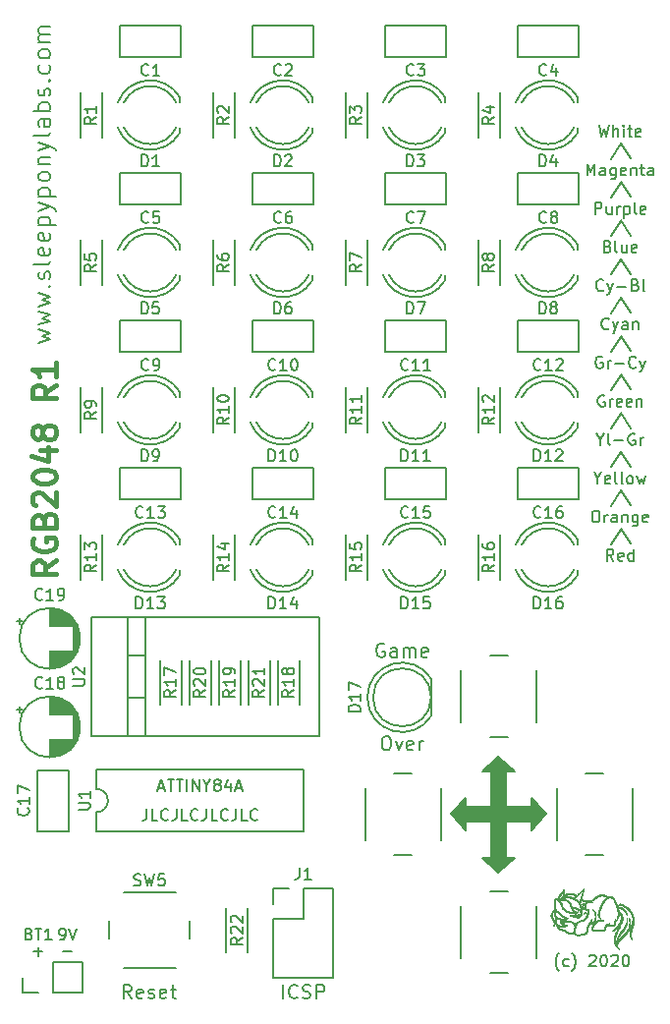
<source format=gbr>
%TF.GenerationSoftware,KiCad,Pcbnew,(5.1.6)-1*%
%TF.CreationDate,2020-09-12T17:49:51+07:00*%
%TF.ProjectId,board2048_ws2812,626f6172-6432-4303-9438-5f7773323831,1*%
%TF.SameCoordinates,Original*%
%TF.FileFunction,Legend,Top*%
%TF.FilePolarity,Positive*%
%FSLAX46Y46*%
G04 Gerber Fmt 4.6, Leading zero omitted, Abs format (unit mm)*
G04 Created by KiCad (PCBNEW (5.1.6)-1) date 2020-09-12 17:49:51*
%MOMM*%
%LPD*%
G01*
G04 APERTURE LIST*
%ADD10C,0.160000*%
%ADD11C,0.200000*%
%ADD12C,0.400000*%
%ADD13C,0.010000*%
G04 APERTURE END LIST*
D10*
X208089857Y-108021333D02*
X208042238Y-107973714D01*
X207947000Y-107830857D01*
X207899380Y-107735619D01*
X207851761Y-107592761D01*
X207804142Y-107354666D01*
X207804142Y-107164190D01*
X207851761Y-106926095D01*
X207899380Y-106783238D01*
X207947000Y-106688000D01*
X208042238Y-106545142D01*
X208089857Y-106497523D01*
X208899380Y-107592761D02*
X208804142Y-107640380D01*
X208613666Y-107640380D01*
X208518428Y-107592761D01*
X208470809Y-107545142D01*
X208423190Y-107449904D01*
X208423190Y-107164190D01*
X208470809Y-107068952D01*
X208518428Y-107021333D01*
X208613666Y-106973714D01*
X208804142Y-106973714D01*
X208899380Y-107021333D01*
X209232714Y-108021333D02*
X209280333Y-107973714D01*
X209375571Y-107830857D01*
X209423190Y-107735619D01*
X209470809Y-107592761D01*
X209518428Y-107354666D01*
X209518428Y-107164190D01*
X209470809Y-106926095D01*
X209423190Y-106783238D01*
X209375571Y-106688000D01*
X209280333Y-106545142D01*
X209232714Y-106497523D01*
X210708904Y-106735619D02*
X210756523Y-106688000D01*
X210851761Y-106640380D01*
X211089857Y-106640380D01*
X211185095Y-106688000D01*
X211232714Y-106735619D01*
X211280333Y-106830857D01*
X211280333Y-106926095D01*
X211232714Y-107068952D01*
X210661285Y-107640380D01*
X211280333Y-107640380D01*
X211899380Y-106640380D02*
X211994619Y-106640380D01*
X212089857Y-106688000D01*
X212137476Y-106735619D01*
X212185095Y-106830857D01*
X212232714Y-107021333D01*
X212232714Y-107259428D01*
X212185095Y-107449904D01*
X212137476Y-107545142D01*
X212089857Y-107592761D01*
X211994619Y-107640380D01*
X211899380Y-107640380D01*
X211804142Y-107592761D01*
X211756523Y-107545142D01*
X211708904Y-107449904D01*
X211661285Y-107259428D01*
X211661285Y-107021333D01*
X211708904Y-106830857D01*
X211756523Y-106735619D01*
X211804142Y-106688000D01*
X211899380Y-106640380D01*
X212613666Y-106735619D02*
X212661285Y-106688000D01*
X212756523Y-106640380D01*
X212994619Y-106640380D01*
X213089857Y-106688000D01*
X213137476Y-106735619D01*
X213185095Y-106830857D01*
X213185095Y-106926095D01*
X213137476Y-107068952D01*
X212566047Y-107640380D01*
X213185095Y-107640380D01*
X213804142Y-106640380D02*
X213899380Y-106640380D01*
X213994619Y-106688000D01*
X214042238Y-106735619D01*
X214089857Y-106830857D01*
X214137476Y-107021333D01*
X214137476Y-107259428D01*
X214089857Y-107449904D01*
X214042238Y-107545142D01*
X213994619Y-107592761D01*
X213899380Y-107640380D01*
X213804142Y-107640380D01*
X213708904Y-107592761D01*
X213661285Y-107545142D01*
X213613666Y-107449904D01*
X213566047Y-107259428D01*
X213566047Y-107021333D01*
X213613666Y-106830857D01*
X213661285Y-106735619D01*
X213708904Y-106688000D01*
X213804142Y-106640380D01*
X165354047Y-106370428D02*
X166115952Y-106370428D01*
X162814047Y-106370428D02*
X163575952Y-106370428D01*
X163195000Y-106751380D02*
X163195000Y-105989476D01*
D11*
X187452000Y-87797000D02*
X187452000Y-77557000D01*
X187452000Y-87797000D02*
X172434000Y-87797000D01*
X172434000Y-77557000D02*
X187452000Y-77557000D01*
X193021142Y-79855000D02*
X192906857Y-79797857D01*
X192735428Y-79797857D01*
X192564000Y-79855000D01*
X192449714Y-79969285D01*
X192392571Y-80083571D01*
X192335428Y-80312142D01*
X192335428Y-80483571D01*
X192392571Y-80712142D01*
X192449714Y-80826428D01*
X192564000Y-80940714D01*
X192735428Y-80997857D01*
X192849714Y-80997857D01*
X193021142Y-80940714D01*
X193078285Y-80883571D01*
X193078285Y-80483571D01*
X192849714Y-80483571D01*
X194106857Y-80997857D02*
X194106857Y-80369285D01*
X194049714Y-80255000D01*
X193935428Y-80197857D01*
X193706857Y-80197857D01*
X193592571Y-80255000D01*
X194106857Y-80940714D02*
X193992571Y-80997857D01*
X193706857Y-80997857D01*
X193592571Y-80940714D01*
X193535428Y-80826428D01*
X193535428Y-80712142D01*
X193592571Y-80597857D01*
X193706857Y-80540714D01*
X193992571Y-80540714D01*
X194106857Y-80483571D01*
X194678285Y-80997857D02*
X194678285Y-80197857D01*
X194678285Y-80312142D02*
X194735428Y-80255000D01*
X194849714Y-80197857D01*
X195021142Y-80197857D01*
X195135428Y-80255000D01*
X195192571Y-80369285D01*
X195192571Y-80997857D01*
X195192571Y-80369285D02*
X195249714Y-80255000D01*
X195364000Y-80197857D01*
X195535428Y-80197857D01*
X195649714Y-80255000D01*
X195706857Y-80369285D01*
X195706857Y-80997857D01*
X196735428Y-80940714D02*
X196621142Y-80997857D01*
X196392571Y-80997857D01*
X196278285Y-80940714D01*
X196221142Y-80826428D01*
X196221142Y-80369285D01*
X196278285Y-80255000D01*
X196392571Y-80197857D01*
X196621142Y-80197857D01*
X196735428Y-80255000D01*
X196792571Y-80369285D01*
X196792571Y-80483571D01*
X196221142Y-80597857D01*
X193106857Y-87797857D02*
X193335428Y-87797857D01*
X193449714Y-87855000D01*
X193564000Y-87969285D01*
X193621142Y-88197857D01*
X193621142Y-88597857D01*
X193564000Y-88826428D01*
X193449714Y-88940714D01*
X193335428Y-88997857D01*
X193106857Y-88997857D01*
X192992571Y-88940714D01*
X192878285Y-88826428D01*
X192821142Y-88597857D01*
X192821142Y-88197857D01*
X192878285Y-87969285D01*
X192992571Y-87855000D01*
X193106857Y-87797857D01*
X194021142Y-88197857D02*
X194306857Y-88997857D01*
X194592571Y-88197857D01*
X195506857Y-88940714D02*
X195392571Y-88997857D01*
X195164000Y-88997857D01*
X195049714Y-88940714D01*
X194992571Y-88826428D01*
X194992571Y-88369285D01*
X195049714Y-88255000D01*
X195164000Y-88197857D01*
X195392571Y-88197857D01*
X195506857Y-88255000D01*
X195564000Y-88369285D01*
X195564000Y-88483571D01*
X194992571Y-88597857D01*
X196078285Y-88997857D02*
X196078285Y-88197857D01*
X196078285Y-88426428D02*
X196135428Y-88312142D01*
X196192571Y-88255000D01*
X196306857Y-88197857D01*
X196421142Y-88197857D01*
D10*
X211526666Y-35167380D02*
X211764761Y-36167380D01*
X211955238Y-35453095D01*
X212145714Y-36167380D01*
X212383809Y-35167380D01*
X212764761Y-36167380D02*
X212764761Y-35167380D01*
X213193333Y-36167380D02*
X213193333Y-35643571D01*
X213145714Y-35548333D01*
X213050476Y-35500714D01*
X212907619Y-35500714D01*
X212812380Y-35548333D01*
X212764761Y-35595952D01*
X213669523Y-36167380D02*
X213669523Y-35500714D01*
X213669523Y-35167380D02*
X213621904Y-35215000D01*
X213669523Y-35262619D01*
X213717142Y-35215000D01*
X213669523Y-35167380D01*
X213669523Y-35262619D01*
X214002857Y-35500714D02*
X214383809Y-35500714D01*
X214145714Y-35167380D02*
X214145714Y-36024523D01*
X214193333Y-36119761D01*
X214288571Y-36167380D01*
X214383809Y-36167380D01*
X215098095Y-36119761D02*
X215002857Y-36167380D01*
X214812380Y-36167380D01*
X214717142Y-36119761D01*
X214669523Y-36024523D01*
X214669523Y-35643571D01*
X214717142Y-35548333D01*
X214812380Y-35500714D01*
X215002857Y-35500714D01*
X215098095Y-35548333D01*
X215145714Y-35643571D01*
X215145714Y-35738809D01*
X214669523Y-35834047D01*
X213455238Y-36779761D02*
X212598095Y-38065476D01*
X213455238Y-36732142D02*
X214312380Y-38017857D01*
X210502857Y-39487380D02*
X210502857Y-38487380D01*
X210836190Y-39201666D01*
X211169523Y-38487380D01*
X211169523Y-39487380D01*
X212074285Y-39487380D02*
X212074285Y-38963571D01*
X212026666Y-38868333D01*
X211931428Y-38820714D01*
X211740952Y-38820714D01*
X211645714Y-38868333D01*
X212074285Y-39439761D02*
X211979047Y-39487380D01*
X211740952Y-39487380D01*
X211645714Y-39439761D01*
X211598095Y-39344523D01*
X211598095Y-39249285D01*
X211645714Y-39154047D01*
X211740952Y-39106428D01*
X211979047Y-39106428D01*
X212074285Y-39058809D01*
X212979047Y-38820714D02*
X212979047Y-39630238D01*
X212931428Y-39725476D01*
X212883809Y-39773095D01*
X212788571Y-39820714D01*
X212645714Y-39820714D01*
X212550476Y-39773095D01*
X212979047Y-39439761D02*
X212883809Y-39487380D01*
X212693333Y-39487380D01*
X212598095Y-39439761D01*
X212550476Y-39392142D01*
X212502857Y-39296904D01*
X212502857Y-39011190D01*
X212550476Y-38915952D01*
X212598095Y-38868333D01*
X212693333Y-38820714D01*
X212883809Y-38820714D01*
X212979047Y-38868333D01*
X213836190Y-39439761D02*
X213740952Y-39487380D01*
X213550476Y-39487380D01*
X213455238Y-39439761D01*
X213407619Y-39344523D01*
X213407619Y-38963571D01*
X213455238Y-38868333D01*
X213550476Y-38820714D01*
X213740952Y-38820714D01*
X213836190Y-38868333D01*
X213883809Y-38963571D01*
X213883809Y-39058809D01*
X213407619Y-39154047D01*
X214312380Y-38820714D02*
X214312380Y-39487380D01*
X214312380Y-38915952D02*
X214360000Y-38868333D01*
X214455238Y-38820714D01*
X214598095Y-38820714D01*
X214693333Y-38868333D01*
X214740952Y-38963571D01*
X214740952Y-39487380D01*
X215074285Y-38820714D02*
X215455238Y-38820714D01*
X215217142Y-38487380D02*
X215217142Y-39344523D01*
X215264761Y-39439761D01*
X215360000Y-39487380D01*
X215455238Y-39487380D01*
X216217142Y-39487380D02*
X216217142Y-38963571D01*
X216169523Y-38868333D01*
X216074285Y-38820714D01*
X215883809Y-38820714D01*
X215788571Y-38868333D01*
X216217142Y-39439761D02*
X216121904Y-39487380D01*
X215883809Y-39487380D01*
X215788571Y-39439761D01*
X215740952Y-39344523D01*
X215740952Y-39249285D01*
X215788571Y-39154047D01*
X215883809Y-39106428D01*
X216121904Y-39106428D01*
X216217142Y-39058809D01*
X213455238Y-40099761D02*
X212598095Y-41385476D01*
X213455238Y-40052142D02*
X214312380Y-41337857D01*
X211193333Y-42807380D02*
X211193333Y-41807380D01*
X211574285Y-41807380D01*
X211669523Y-41855000D01*
X211717142Y-41902619D01*
X211764761Y-41997857D01*
X211764761Y-42140714D01*
X211717142Y-42235952D01*
X211669523Y-42283571D01*
X211574285Y-42331190D01*
X211193333Y-42331190D01*
X212621904Y-42140714D02*
X212621904Y-42807380D01*
X212193333Y-42140714D02*
X212193333Y-42664523D01*
X212240952Y-42759761D01*
X212336190Y-42807380D01*
X212479047Y-42807380D01*
X212574285Y-42759761D01*
X212621904Y-42712142D01*
X213098095Y-42807380D02*
X213098095Y-42140714D01*
X213098095Y-42331190D02*
X213145714Y-42235952D01*
X213193333Y-42188333D01*
X213288571Y-42140714D01*
X213383809Y-42140714D01*
X213717142Y-42140714D02*
X213717142Y-43140714D01*
X213717142Y-42188333D02*
X213812380Y-42140714D01*
X214002857Y-42140714D01*
X214098095Y-42188333D01*
X214145714Y-42235952D01*
X214193333Y-42331190D01*
X214193333Y-42616904D01*
X214145714Y-42712142D01*
X214098095Y-42759761D01*
X214002857Y-42807380D01*
X213812380Y-42807380D01*
X213717142Y-42759761D01*
X214764761Y-42807380D02*
X214669523Y-42759761D01*
X214621904Y-42664523D01*
X214621904Y-41807380D01*
X215526666Y-42759761D02*
X215431428Y-42807380D01*
X215240952Y-42807380D01*
X215145714Y-42759761D01*
X215098095Y-42664523D01*
X215098095Y-42283571D01*
X215145714Y-42188333D01*
X215240952Y-42140714D01*
X215431428Y-42140714D01*
X215526666Y-42188333D01*
X215574285Y-42283571D01*
X215574285Y-42378809D01*
X215098095Y-42474047D01*
X213455238Y-43419761D02*
X212598095Y-44705476D01*
X213455238Y-43372142D02*
X214312380Y-44657857D01*
X212288571Y-45603571D02*
X212431428Y-45651190D01*
X212479047Y-45698809D01*
X212526666Y-45794047D01*
X212526666Y-45936904D01*
X212479047Y-46032142D01*
X212431428Y-46079761D01*
X212336190Y-46127380D01*
X211955238Y-46127380D01*
X211955238Y-45127380D01*
X212288571Y-45127380D01*
X212383809Y-45175000D01*
X212431428Y-45222619D01*
X212479047Y-45317857D01*
X212479047Y-45413095D01*
X212431428Y-45508333D01*
X212383809Y-45555952D01*
X212288571Y-45603571D01*
X211955238Y-45603571D01*
X213098095Y-46127380D02*
X213002857Y-46079761D01*
X212955238Y-45984523D01*
X212955238Y-45127380D01*
X213907619Y-45460714D02*
X213907619Y-46127380D01*
X213479047Y-45460714D02*
X213479047Y-45984523D01*
X213526666Y-46079761D01*
X213621904Y-46127380D01*
X213764761Y-46127380D01*
X213860000Y-46079761D01*
X213907619Y-46032142D01*
X214764761Y-46079761D02*
X214669523Y-46127380D01*
X214479047Y-46127380D01*
X214383809Y-46079761D01*
X214336190Y-45984523D01*
X214336190Y-45603571D01*
X214383809Y-45508333D01*
X214479047Y-45460714D01*
X214669523Y-45460714D01*
X214764761Y-45508333D01*
X214812380Y-45603571D01*
X214812380Y-45698809D01*
X214336190Y-45794047D01*
X213455238Y-46739761D02*
X212598095Y-48025476D01*
X213455238Y-46692142D02*
X214312380Y-47977857D01*
X211907619Y-49352142D02*
X211860000Y-49399761D01*
X211717142Y-49447380D01*
X211621904Y-49447380D01*
X211479047Y-49399761D01*
X211383809Y-49304523D01*
X211336190Y-49209285D01*
X211288571Y-49018809D01*
X211288571Y-48875952D01*
X211336190Y-48685476D01*
X211383809Y-48590238D01*
X211479047Y-48495000D01*
X211621904Y-48447380D01*
X211717142Y-48447380D01*
X211860000Y-48495000D01*
X211907619Y-48542619D01*
X212240952Y-48780714D02*
X212479047Y-49447380D01*
X212717142Y-48780714D02*
X212479047Y-49447380D01*
X212383809Y-49685476D01*
X212336190Y-49733095D01*
X212240952Y-49780714D01*
X213098095Y-49066428D02*
X213860000Y-49066428D01*
X214669523Y-48923571D02*
X214812380Y-48971190D01*
X214860000Y-49018809D01*
X214907619Y-49114047D01*
X214907619Y-49256904D01*
X214860000Y-49352142D01*
X214812380Y-49399761D01*
X214717142Y-49447380D01*
X214336190Y-49447380D01*
X214336190Y-48447380D01*
X214669523Y-48447380D01*
X214764761Y-48495000D01*
X214812380Y-48542619D01*
X214860000Y-48637857D01*
X214860000Y-48733095D01*
X214812380Y-48828333D01*
X214764761Y-48875952D01*
X214669523Y-48923571D01*
X214336190Y-48923571D01*
X215479047Y-49447380D02*
X215383809Y-49399761D01*
X215336190Y-49304523D01*
X215336190Y-48447380D01*
X213455238Y-50059761D02*
X212598095Y-51345476D01*
X213455238Y-50012142D02*
X214312380Y-51297857D01*
X212383809Y-52672142D02*
X212336190Y-52719761D01*
X212193333Y-52767380D01*
X212098095Y-52767380D01*
X211955238Y-52719761D01*
X211860000Y-52624523D01*
X211812380Y-52529285D01*
X211764761Y-52338809D01*
X211764761Y-52195952D01*
X211812380Y-52005476D01*
X211860000Y-51910238D01*
X211955238Y-51815000D01*
X212098095Y-51767380D01*
X212193333Y-51767380D01*
X212336190Y-51815000D01*
X212383809Y-51862619D01*
X212717142Y-52100714D02*
X212955238Y-52767380D01*
X213193333Y-52100714D02*
X212955238Y-52767380D01*
X212860000Y-53005476D01*
X212812380Y-53053095D01*
X212717142Y-53100714D01*
X214002857Y-52767380D02*
X214002857Y-52243571D01*
X213955238Y-52148333D01*
X213860000Y-52100714D01*
X213669523Y-52100714D01*
X213574285Y-52148333D01*
X214002857Y-52719761D02*
X213907619Y-52767380D01*
X213669523Y-52767380D01*
X213574285Y-52719761D01*
X213526666Y-52624523D01*
X213526666Y-52529285D01*
X213574285Y-52434047D01*
X213669523Y-52386428D01*
X213907619Y-52386428D01*
X214002857Y-52338809D01*
X214479047Y-52100714D02*
X214479047Y-52767380D01*
X214479047Y-52195952D02*
X214526666Y-52148333D01*
X214621904Y-52100714D01*
X214764761Y-52100714D01*
X214860000Y-52148333D01*
X214907619Y-52243571D01*
X214907619Y-52767380D01*
X213455238Y-53379761D02*
X212598095Y-54665476D01*
X213455238Y-53332142D02*
X214312380Y-54617857D01*
X211812380Y-55135000D02*
X211717142Y-55087380D01*
X211574285Y-55087380D01*
X211431428Y-55135000D01*
X211336190Y-55230238D01*
X211288571Y-55325476D01*
X211240952Y-55515952D01*
X211240952Y-55658809D01*
X211288571Y-55849285D01*
X211336190Y-55944523D01*
X211431428Y-56039761D01*
X211574285Y-56087380D01*
X211669523Y-56087380D01*
X211812380Y-56039761D01*
X211860000Y-55992142D01*
X211860000Y-55658809D01*
X211669523Y-55658809D01*
X212288571Y-56087380D02*
X212288571Y-55420714D01*
X212288571Y-55611190D02*
X212336190Y-55515952D01*
X212383809Y-55468333D01*
X212479047Y-55420714D01*
X212574285Y-55420714D01*
X212907619Y-55706428D02*
X213669523Y-55706428D01*
X214717142Y-55992142D02*
X214669523Y-56039761D01*
X214526666Y-56087380D01*
X214431428Y-56087380D01*
X214288571Y-56039761D01*
X214193333Y-55944523D01*
X214145714Y-55849285D01*
X214098095Y-55658809D01*
X214098095Y-55515952D01*
X214145714Y-55325476D01*
X214193333Y-55230238D01*
X214288571Y-55135000D01*
X214431428Y-55087380D01*
X214526666Y-55087380D01*
X214669523Y-55135000D01*
X214717142Y-55182619D01*
X215050476Y-55420714D02*
X215288571Y-56087380D01*
X215526666Y-55420714D02*
X215288571Y-56087380D01*
X215193333Y-56325476D01*
X215145714Y-56373095D01*
X215050476Y-56420714D01*
X213455238Y-56699761D02*
X212598095Y-57985476D01*
X213455238Y-56652142D02*
X214312380Y-57937857D01*
X212002857Y-58455000D02*
X211907619Y-58407380D01*
X211764761Y-58407380D01*
X211621904Y-58455000D01*
X211526666Y-58550238D01*
X211479047Y-58645476D01*
X211431428Y-58835952D01*
X211431428Y-58978809D01*
X211479047Y-59169285D01*
X211526666Y-59264523D01*
X211621904Y-59359761D01*
X211764761Y-59407380D01*
X211860000Y-59407380D01*
X212002857Y-59359761D01*
X212050476Y-59312142D01*
X212050476Y-58978809D01*
X211860000Y-58978809D01*
X212479047Y-59407380D02*
X212479047Y-58740714D01*
X212479047Y-58931190D02*
X212526666Y-58835952D01*
X212574285Y-58788333D01*
X212669523Y-58740714D01*
X212764761Y-58740714D01*
X213479047Y-59359761D02*
X213383809Y-59407380D01*
X213193333Y-59407380D01*
X213098095Y-59359761D01*
X213050476Y-59264523D01*
X213050476Y-58883571D01*
X213098095Y-58788333D01*
X213193333Y-58740714D01*
X213383809Y-58740714D01*
X213479047Y-58788333D01*
X213526666Y-58883571D01*
X213526666Y-58978809D01*
X213050476Y-59074047D01*
X214336190Y-59359761D02*
X214240952Y-59407380D01*
X214050476Y-59407380D01*
X213955238Y-59359761D01*
X213907619Y-59264523D01*
X213907619Y-58883571D01*
X213955238Y-58788333D01*
X214050476Y-58740714D01*
X214240952Y-58740714D01*
X214336190Y-58788333D01*
X214383809Y-58883571D01*
X214383809Y-58978809D01*
X213907619Y-59074047D01*
X214812380Y-58740714D02*
X214812380Y-59407380D01*
X214812380Y-58835952D02*
X214860000Y-58788333D01*
X214955238Y-58740714D01*
X215098095Y-58740714D01*
X215193333Y-58788333D01*
X215240952Y-58883571D01*
X215240952Y-59407380D01*
X213455238Y-60019761D02*
X212598095Y-61305476D01*
X213455238Y-59972142D02*
X214312380Y-61257857D01*
X211669523Y-62251190D02*
X211669523Y-62727380D01*
X211336190Y-61727380D02*
X211669523Y-62251190D01*
X212002857Y-61727380D01*
X212479047Y-62727380D02*
X212383809Y-62679761D01*
X212336190Y-62584523D01*
X212336190Y-61727380D01*
X212860000Y-62346428D02*
X213621904Y-62346428D01*
X214621904Y-61775000D02*
X214526666Y-61727380D01*
X214383809Y-61727380D01*
X214240952Y-61775000D01*
X214145714Y-61870238D01*
X214098095Y-61965476D01*
X214050476Y-62155952D01*
X214050476Y-62298809D01*
X214098095Y-62489285D01*
X214145714Y-62584523D01*
X214240952Y-62679761D01*
X214383809Y-62727380D01*
X214479047Y-62727380D01*
X214621904Y-62679761D01*
X214669523Y-62632142D01*
X214669523Y-62298809D01*
X214479047Y-62298809D01*
X215098095Y-62727380D02*
X215098095Y-62060714D01*
X215098095Y-62251190D02*
X215145714Y-62155952D01*
X215193333Y-62108333D01*
X215288571Y-62060714D01*
X215383809Y-62060714D01*
X213455238Y-63339761D02*
X212598095Y-64625476D01*
X213455238Y-63292142D02*
X214312380Y-64577857D01*
X211431428Y-65571190D02*
X211431428Y-66047380D01*
X211098095Y-65047380D02*
X211431428Y-65571190D01*
X211764761Y-65047380D01*
X212479047Y-65999761D02*
X212383809Y-66047380D01*
X212193333Y-66047380D01*
X212098095Y-65999761D01*
X212050476Y-65904523D01*
X212050476Y-65523571D01*
X212098095Y-65428333D01*
X212193333Y-65380714D01*
X212383809Y-65380714D01*
X212479047Y-65428333D01*
X212526666Y-65523571D01*
X212526666Y-65618809D01*
X212050476Y-65714047D01*
X213098095Y-66047380D02*
X213002857Y-65999761D01*
X212955238Y-65904523D01*
X212955238Y-65047380D01*
X213621904Y-66047380D02*
X213526666Y-65999761D01*
X213479047Y-65904523D01*
X213479047Y-65047380D01*
X214145714Y-66047380D02*
X214050476Y-65999761D01*
X214002857Y-65952142D01*
X213955238Y-65856904D01*
X213955238Y-65571190D01*
X214002857Y-65475952D01*
X214050476Y-65428333D01*
X214145714Y-65380714D01*
X214288571Y-65380714D01*
X214383809Y-65428333D01*
X214431428Y-65475952D01*
X214479047Y-65571190D01*
X214479047Y-65856904D01*
X214431428Y-65952142D01*
X214383809Y-65999761D01*
X214288571Y-66047380D01*
X214145714Y-66047380D01*
X214812380Y-65380714D02*
X215002857Y-66047380D01*
X215193333Y-65571190D01*
X215383809Y-66047380D01*
X215574285Y-65380714D01*
X213455238Y-66659761D02*
X212598095Y-67945476D01*
X213455238Y-66612142D02*
X214312380Y-67897857D01*
X211169523Y-68367380D02*
X211360000Y-68367380D01*
X211455238Y-68415000D01*
X211550476Y-68510238D01*
X211598095Y-68700714D01*
X211598095Y-69034047D01*
X211550476Y-69224523D01*
X211455238Y-69319761D01*
X211360000Y-69367380D01*
X211169523Y-69367380D01*
X211074285Y-69319761D01*
X210979047Y-69224523D01*
X210931428Y-69034047D01*
X210931428Y-68700714D01*
X210979047Y-68510238D01*
X211074285Y-68415000D01*
X211169523Y-68367380D01*
X212026666Y-69367380D02*
X212026666Y-68700714D01*
X212026666Y-68891190D02*
X212074285Y-68795952D01*
X212121904Y-68748333D01*
X212217142Y-68700714D01*
X212312380Y-68700714D01*
X213074285Y-69367380D02*
X213074285Y-68843571D01*
X213026666Y-68748333D01*
X212931428Y-68700714D01*
X212740952Y-68700714D01*
X212645714Y-68748333D01*
X213074285Y-69319761D02*
X212979047Y-69367380D01*
X212740952Y-69367380D01*
X212645714Y-69319761D01*
X212598095Y-69224523D01*
X212598095Y-69129285D01*
X212645714Y-69034047D01*
X212740952Y-68986428D01*
X212979047Y-68986428D01*
X213074285Y-68938809D01*
X213550476Y-68700714D02*
X213550476Y-69367380D01*
X213550476Y-68795952D02*
X213598095Y-68748333D01*
X213693333Y-68700714D01*
X213836190Y-68700714D01*
X213931428Y-68748333D01*
X213979047Y-68843571D01*
X213979047Y-69367380D01*
X214883809Y-68700714D02*
X214883809Y-69510238D01*
X214836190Y-69605476D01*
X214788571Y-69653095D01*
X214693333Y-69700714D01*
X214550476Y-69700714D01*
X214455238Y-69653095D01*
X214883809Y-69319761D02*
X214788571Y-69367380D01*
X214598095Y-69367380D01*
X214502857Y-69319761D01*
X214455238Y-69272142D01*
X214407619Y-69176904D01*
X214407619Y-68891190D01*
X214455238Y-68795952D01*
X214502857Y-68748333D01*
X214598095Y-68700714D01*
X214788571Y-68700714D01*
X214883809Y-68748333D01*
X215740952Y-69319761D02*
X215645714Y-69367380D01*
X215455238Y-69367380D01*
X215360000Y-69319761D01*
X215312380Y-69224523D01*
X215312380Y-68843571D01*
X215360000Y-68748333D01*
X215455238Y-68700714D01*
X215645714Y-68700714D01*
X215740952Y-68748333D01*
X215788571Y-68843571D01*
X215788571Y-68938809D01*
X215312380Y-69034047D01*
X213455238Y-69979761D02*
X212598095Y-71265476D01*
X213455238Y-69932142D02*
X214312380Y-71217857D01*
X212788571Y-72687380D02*
X212455238Y-72211190D01*
X212217142Y-72687380D02*
X212217142Y-71687380D01*
X212598095Y-71687380D01*
X212693333Y-71735000D01*
X212740952Y-71782619D01*
X212788571Y-71877857D01*
X212788571Y-72020714D01*
X212740952Y-72115952D01*
X212693333Y-72163571D01*
X212598095Y-72211190D01*
X212217142Y-72211190D01*
X213598095Y-72639761D02*
X213502857Y-72687380D01*
X213312380Y-72687380D01*
X213217142Y-72639761D01*
X213169523Y-72544523D01*
X213169523Y-72163571D01*
X213217142Y-72068333D01*
X213312380Y-72020714D01*
X213502857Y-72020714D01*
X213598095Y-72068333D01*
X213645714Y-72163571D01*
X213645714Y-72258809D01*
X213169523Y-72354047D01*
X214502857Y-72687380D02*
X214502857Y-71687380D01*
X214502857Y-72639761D02*
X214407619Y-72687380D01*
X214217142Y-72687380D01*
X214121904Y-72639761D01*
X214074285Y-72592142D01*
X214026666Y-72496904D01*
X214026666Y-72211190D01*
X214074285Y-72115952D01*
X214121904Y-72068333D01*
X214217142Y-72020714D01*
X214407619Y-72020714D01*
X214502857Y-72068333D01*
D11*
X171234285Y-110397857D02*
X170834285Y-109826428D01*
X170548571Y-110397857D02*
X170548571Y-109197857D01*
X171005714Y-109197857D01*
X171120000Y-109255000D01*
X171177142Y-109312142D01*
X171234285Y-109426428D01*
X171234285Y-109597857D01*
X171177142Y-109712142D01*
X171120000Y-109769285D01*
X171005714Y-109826428D01*
X170548571Y-109826428D01*
X172205714Y-110340714D02*
X172091428Y-110397857D01*
X171862857Y-110397857D01*
X171748571Y-110340714D01*
X171691428Y-110226428D01*
X171691428Y-109769285D01*
X171748571Y-109655000D01*
X171862857Y-109597857D01*
X172091428Y-109597857D01*
X172205714Y-109655000D01*
X172262857Y-109769285D01*
X172262857Y-109883571D01*
X171691428Y-109997857D01*
X172720000Y-110340714D02*
X172834285Y-110397857D01*
X173062857Y-110397857D01*
X173177142Y-110340714D01*
X173234285Y-110226428D01*
X173234285Y-110169285D01*
X173177142Y-110055000D01*
X173062857Y-109997857D01*
X172891428Y-109997857D01*
X172777142Y-109940714D01*
X172720000Y-109826428D01*
X172720000Y-109769285D01*
X172777142Y-109655000D01*
X172891428Y-109597857D01*
X173062857Y-109597857D01*
X173177142Y-109655000D01*
X174205714Y-110340714D02*
X174091428Y-110397857D01*
X173862857Y-110397857D01*
X173748571Y-110340714D01*
X173691428Y-110226428D01*
X173691428Y-109769285D01*
X173748571Y-109655000D01*
X173862857Y-109597857D01*
X174091428Y-109597857D01*
X174205714Y-109655000D01*
X174262857Y-109769285D01*
X174262857Y-109883571D01*
X173691428Y-109997857D01*
X174605714Y-109597857D02*
X175062857Y-109597857D01*
X174777142Y-109197857D02*
X174777142Y-110226428D01*
X174834285Y-110340714D01*
X174948571Y-110397857D01*
X175062857Y-110397857D01*
D12*
X164734761Y-72674761D02*
X163782380Y-73341428D01*
X164734761Y-73817619D02*
X162734761Y-73817619D01*
X162734761Y-73055714D01*
X162830000Y-72865238D01*
X162925238Y-72770000D01*
X163115714Y-72674761D01*
X163401428Y-72674761D01*
X163591904Y-72770000D01*
X163687142Y-72865238D01*
X163782380Y-73055714D01*
X163782380Y-73817619D01*
X162830000Y-70770000D02*
X162734761Y-70960476D01*
X162734761Y-71246190D01*
X162830000Y-71531904D01*
X163020476Y-71722380D01*
X163210952Y-71817619D01*
X163591904Y-71912857D01*
X163877619Y-71912857D01*
X164258571Y-71817619D01*
X164449047Y-71722380D01*
X164639523Y-71531904D01*
X164734761Y-71246190D01*
X164734761Y-71055714D01*
X164639523Y-70770000D01*
X164544285Y-70674761D01*
X163877619Y-70674761D01*
X163877619Y-71055714D01*
X163687142Y-69150952D02*
X163782380Y-68865238D01*
X163877619Y-68770000D01*
X164068095Y-68674761D01*
X164353809Y-68674761D01*
X164544285Y-68770000D01*
X164639523Y-68865238D01*
X164734761Y-69055714D01*
X164734761Y-69817619D01*
X162734761Y-69817619D01*
X162734761Y-69150952D01*
X162830000Y-68960476D01*
X162925238Y-68865238D01*
X163115714Y-68770000D01*
X163306190Y-68770000D01*
X163496666Y-68865238D01*
X163591904Y-68960476D01*
X163687142Y-69150952D01*
X163687142Y-69817619D01*
X162925238Y-67912857D02*
X162830000Y-67817619D01*
X162734761Y-67627142D01*
X162734761Y-67150952D01*
X162830000Y-66960476D01*
X162925238Y-66865238D01*
X163115714Y-66770000D01*
X163306190Y-66770000D01*
X163591904Y-66865238D01*
X164734761Y-68008095D01*
X164734761Y-66770000D01*
X162734761Y-65531904D02*
X162734761Y-65341428D01*
X162830000Y-65150952D01*
X162925238Y-65055714D01*
X163115714Y-64960476D01*
X163496666Y-64865238D01*
X163972857Y-64865238D01*
X164353809Y-64960476D01*
X164544285Y-65055714D01*
X164639523Y-65150952D01*
X164734761Y-65341428D01*
X164734761Y-65531904D01*
X164639523Y-65722380D01*
X164544285Y-65817619D01*
X164353809Y-65912857D01*
X163972857Y-66008095D01*
X163496666Y-66008095D01*
X163115714Y-65912857D01*
X162925238Y-65817619D01*
X162830000Y-65722380D01*
X162734761Y-65531904D01*
X163401428Y-63150952D02*
X164734761Y-63150952D01*
X162639523Y-63627142D02*
X164068095Y-64103333D01*
X164068095Y-62865238D01*
X163591904Y-61817619D02*
X163496666Y-62008095D01*
X163401428Y-62103333D01*
X163210952Y-62198571D01*
X163115714Y-62198571D01*
X162925238Y-62103333D01*
X162830000Y-62008095D01*
X162734761Y-61817619D01*
X162734761Y-61436666D01*
X162830000Y-61246190D01*
X162925238Y-61150952D01*
X163115714Y-61055714D01*
X163210952Y-61055714D01*
X163401428Y-61150952D01*
X163496666Y-61246190D01*
X163591904Y-61436666D01*
X163591904Y-61817619D01*
X163687142Y-62008095D01*
X163782380Y-62103333D01*
X163972857Y-62198571D01*
X164353809Y-62198571D01*
X164544285Y-62103333D01*
X164639523Y-62008095D01*
X164734761Y-61817619D01*
X164734761Y-61436666D01*
X164639523Y-61246190D01*
X164544285Y-61150952D01*
X164353809Y-61055714D01*
X163972857Y-61055714D01*
X163782380Y-61150952D01*
X163687142Y-61246190D01*
X163591904Y-61436666D01*
X164734761Y-57531904D02*
X163782380Y-58198571D01*
X164734761Y-58674761D02*
X162734761Y-58674761D01*
X162734761Y-57912857D01*
X162830000Y-57722380D01*
X162925238Y-57627142D01*
X163115714Y-57531904D01*
X163401428Y-57531904D01*
X163591904Y-57627142D01*
X163687142Y-57722380D01*
X163782380Y-57912857D01*
X163782380Y-58674761D01*
X164734761Y-55627142D02*
X164734761Y-56770000D01*
X164734761Y-56198571D02*
X162734761Y-56198571D01*
X163020476Y-56389047D01*
X163210952Y-56579523D01*
X163306190Y-56770000D01*
D10*
X163254571Y-53910714D02*
X164254571Y-53625000D01*
X163540285Y-53339285D01*
X164254571Y-53053571D01*
X163254571Y-52767857D01*
X163254571Y-52339285D02*
X164254571Y-52053571D01*
X163540285Y-51767857D01*
X164254571Y-51482142D01*
X163254571Y-51196428D01*
X163254571Y-50767857D02*
X164254571Y-50482142D01*
X163540285Y-50196428D01*
X164254571Y-49910714D01*
X163254571Y-49625000D01*
X164111714Y-49053571D02*
X164183142Y-48982142D01*
X164254571Y-49053571D01*
X164183142Y-49125000D01*
X164111714Y-49053571D01*
X164254571Y-49053571D01*
X164183142Y-48410714D02*
X164254571Y-48267857D01*
X164254571Y-47982142D01*
X164183142Y-47839285D01*
X164040285Y-47767857D01*
X163968857Y-47767857D01*
X163826000Y-47839285D01*
X163754571Y-47982142D01*
X163754571Y-48196428D01*
X163683142Y-48339285D01*
X163540285Y-48410714D01*
X163468857Y-48410714D01*
X163326000Y-48339285D01*
X163254571Y-48196428D01*
X163254571Y-47982142D01*
X163326000Y-47839285D01*
X164254571Y-46910714D02*
X164183142Y-47053571D01*
X164040285Y-47125000D01*
X162754571Y-47125000D01*
X164183142Y-45767857D02*
X164254571Y-45910714D01*
X164254571Y-46196428D01*
X164183142Y-46339285D01*
X164040285Y-46410714D01*
X163468857Y-46410714D01*
X163326000Y-46339285D01*
X163254571Y-46196428D01*
X163254571Y-45910714D01*
X163326000Y-45767857D01*
X163468857Y-45696428D01*
X163611714Y-45696428D01*
X163754571Y-46410714D01*
X164183142Y-44482142D02*
X164254571Y-44625000D01*
X164254571Y-44910714D01*
X164183142Y-45053571D01*
X164040285Y-45125000D01*
X163468857Y-45125000D01*
X163326000Y-45053571D01*
X163254571Y-44910714D01*
X163254571Y-44625000D01*
X163326000Y-44482142D01*
X163468857Y-44410714D01*
X163611714Y-44410714D01*
X163754571Y-45125000D01*
X163254571Y-43767857D02*
X164754571Y-43767857D01*
X163326000Y-43767857D02*
X163254571Y-43625000D01*
X163254571Y-43339285D01*
X163326000Y-43196428D01*
X163397428Y-43125000D01*
X163540285Y-43053571D01*
X163968857Y-43053571D01*
X164111714Y-43125000D01*
X164183142Y-43196428D01*
X164254571Y-43339285D01*
X164254571Y-43625000D01*
X164183142Y-43767857D01*
X163254571Y-42553571D02*
X164254571Y-42196428D01*
X163254571Y-41839285D02*
X164254571Y-42196428D01*
X164611714Y-42339285D01*
X164683142Y-42410714D01*
X164754571Y-42553571D01*
X163254571Y-41267857D02*
X164754571Y-41267857D01*
X163326000Y-41267857D02*
X163254571Y-41125000D01*
X163254571Y-40839285D01*
X163326000Y-40696428D01*
X163397428Y-40625000D01*
X163540285Y-40553571D01*
X163968857Y-40553571D01*
X164111714Y-40625000D01*
X164183142Y-40696428D01*
X164254571Y-40839285D01*
X164254571Y-41125000D01*
X164183142Y-41267857D01*
X164254571Y-39696428D02*
X164183142Y-39839285D01*
X164111714Y-39910714D01*
X163968857Y-39982142D01*
X163540285Y-39982142D01*
X163397428Y-39910714D01*
X163326000Y-39839285D01*
X163254571Y-39696428D01*
X163254571Y-39482142D01*
X163326000Y-39339285D01*
X163397428Y-39267857D01*
X163540285Y-39196428D01*
X163968857Y-39196428D01*
X164111714Y-39267857D01*
X164183142Y-39339285D01*
X164254571Y-39482142D01*
X164254571Y-39696428D01*
X163254571Y-38553571D02*
X164254571Y-38553571D01*
X163397428Y-38553571D02*
X163326000Y-38482142D01*
X163254571Y-38339285D01*
X163254571Y-38125000D01*
X163326000Y-37982142D01*
X163468857Y-37910714D01*
X164254571Y-37910714D01*
X163254571Y-37339285D02*
X164254571Y-36982142D01*
X163254571Y-36625000D02*
X164254571Y-36982142D01*
X164611714Y-37125000D01*
X164683142Y-37196428D01*
X164754571Y-37339285D01*
X164254571Y-35839285D02*
X164183142Y-35982142D01*
X164040285Y-36053571D01*
X162754571Y-36053571D01*
X164254571Y-34625000D02*
X163468857Y-34625000D01*
X163326000Y-34696428D01*
X163254571Y-34839285D01*
X163254571Y-35125000D01*
X163326000Y-35267857D01*
X164183142Y-34625000D02*
X164254571Y-34767857D01*
X164254571Y-35125000D01*
X164183142Y-35267857D01*
X164040285Y-35339285D01*
X163897428Y-35339285D01*
X163754571Y-35267857D01*
X163683142Y-35125000D01*
X163683142Y-34767857D01*
X163611714Y-34625000D01*
X164254571Y-33910714D02*
X162754571Y-33910714D01*
X163326000Y-33910714D02*
X163254571Y-33767857D01*
X163254571Y-33482142D01*
X163326000Y-33339285D01*
X163397428Y-33267857D01*
X163540285Y-33196428D01*
X163968857Y-33196428D01*
X164111714Y-33267857D01*
X164183142Y-33339285D01*
X164254571Y-33482142D01*
X164254571Y-33767857D01*
X164183142Y-33910714D01*
X164183142Y-32625000D02*
X164254571Y-32482142D01*
X164254571Y-32196428D01*
X164183142Y-32053571D01*
X164040285Y-31982142D01*
X163968857Y-31982142D01*
X163826000Y-32053571D01*
X163754571Y-32196428D01*
X163754571Y-32410714D01*
X163683142Y-32553571D01*
X163540285Y-32625000D01*
X163468857Y-32625000D01*
X163326000Y-32553571D01*
X163254571Y-32410714D01*
X163254571Y-32196428D01*
X163326000Y-32053571D01*
X164111714Y-31339285D02*
X164183142Y-31267857D01*
X164254571Y-31339285D01*
X164183142Y-31410714D01*
X164111714Y-31339285D01*
X164254571Y-31339285D01*
X164183142Y-29982142D02*
X164254571Y-30125000D01*
X164254571Y-30410714D01*
X164183142Y-30553571D01*
X164111714Y-30625000D01*
X163968857Y-30696428D01*
X163540285Y-30696428D01*
X163397428Y-30625000D01*
X163326000Y-30553571D01*
X163254571Y-30410714D01*
X163254571Y-30125000D01*
X163326000Y-29982142D01*
X164254571Y-29125000D02*
X164183142Y-29267857D01*
X164111714Y-29339285D01*
X163968857Y-29410714D01*
X163540285Y-29410714D01*
X163397428Y-29339285D01*
X163326000Y-29267857D01*
X163254571Y-29125000D01*
X163254571Y-28910714D01*
X163326000Y-28767857D01*
X163397428Y-28696428D01*
X163540285Y-28625000D01*
X163968857Y-28625000D01*
X164111714Y-28696428D01*
X164183142Y-28767857D01*
X164254571Y-28910714D01*
X164254571Y-29125000D01*
X164254571Y-27982142D02*
X163254571Y-27982142D01*
X163397428Y-27982142D02*
X163326000Y-27910714D01*
X163254571Y-27767857D01*
X163254571Y-27553571D01*
X163326000Y-27410714D01*
X163468857Y-27339285D01*
X164254571Y-27339285D01*
X163468857Y-27339285D02*
X163326000Y-27267857D01*
X163254571Y-27125000D01*
X163254571Y-26910714D01*
X163326000Y-26767857D01*
X163468857Y-26696428D01*
X164254571Y-26696428D01*
X172545952Y-94067380D02*
X172545952Y-94781666D01*
X172498333Y-94924523D01*
X172403095Y-95019761D01*
X172260238Y-95067380D01*
X172165000Y-95067380D01*
X173498333Y-95067380D02*
X173022142Y-95067380D01*
X173022142Y-94067380D01*
X174403095Y-94972142D02*
X174355476Y-95019761D01*
X174212619Y-95067380D01*
X174117380Y-95067380D01*
X173974523Y-95019761D01*
X173879285Y-94924523D01*
X173831666Y-94829285D01*
X173784047Y-94638809D01*
X173784047Y-94495952D01*
X173831666Y-94305476D01*
X173879285Y-94210238D01*
X173974523Y-94115000D01*
X174117380Y-94067380D01*
X174212619Y-94067380D01*
X174355476Y-94115000D01*
X174403095Y-94162619D01*
X175117380Y-94067380D02*
X175117380Y-94781666D01*
X175069761Y-94924523D01*
X174974523Y-95019761D01*
X174831666Y-95067380D01*
X174736428Y-95067380D01*
X176069761Y-95067380D02*
X175593571Y-95067380D01*
X175593571Y-94067380D01*
X176974523Y-94972142D02*
X176926904Y-95019761D01*
X176784047Y-95067380D01*
X176688809Y-95067380D01*
X176545952Y-95019761D01*
X176450714Y-94924523D01*
X176403095Y-94829285D01*
X176355476Y-94638809D01*
X176355476Y-94495952D01*
X176403095Y-94305476D01*
X176450714Y-94210238D01*
X176545952Y-94115000D01*
X176688809Y-94067380D01*
X176784047Y-94067380D01*
X176926904Y-94115000D01*
X176974523Y-94162619D01*
X177688809Y-94067380D02*
X177688809Y-94781666D01*
X177641190Y-94924523D01*
X177545952Y-95019761D01*
X177403095Y-95067380D01*
X177307857Y-95067380D01*
X178641190Y-95067380D02*
X178165000Y-95067380D01*
X178165000Y-94067380D01*
X179545952Y-94972142D02*
X179498333Y-95019761D01*
X179355476Y-95067380D01*
X179260238Y-95067380D01*
X179117380Y-95019761D01*
X179022142Y-94924523D01*
X178974523Y-94829285D01*
X178926904Y-94638809D01*
X178926904Y-94495952D01*
X178974523Y-94305476D01*
X179022142Y-94210238D01*
X179117380Y-94115000D01*
X179260238Y-94067380D01*
X179355476Y-94067380D01*
X179498333Y-94115000D01*
X179545952Y-94162619D01*
X180260238Y-94067380D02*
X180260238Y-94781666D01*
X180212619Y-94924523D01*
X180117380Y-95019761D01*
X179974523Y-95067380D01*
X179879285Y-95067380D01*
X181212619Y-95067380D02*
X180736428Y-95067380D01*
X180736428Y-94067380D01*
X182117380Y-94972142D02*
X182069761Y-95019761D01*
X181926904Y-95067380D01*
X181831666Y-95067380D01*
X181688809Y-95019761D01*
X181593571Y-94924523D01*
X181545952Y-94829285D01*
X181498333Y-94638809D01*
X181498333Y-94495952D01*
X181545952Y-94305476D01*
X181593571Y-94210238D01*
X181688809Y-94115000D01*
X181831666Y-94067380D01*
X181926904Y-94067380D01*
X182069761Y-94115000D01*
X182117380Y-94162619D01*
X173593571Y-92241666D02*
X174069761Y-92241666D01*
X173498333Y-92527380D02*
X173831666Y-91527380D01*
X174165000Y-92527380D01*
X174355476Y-91527380D02*
X174926904Y-91527380D01*
X174641190Y-92527380D02*
X174641190Y-91527380D01*
X175117380Y-91527380D02*
X175688809Y-91527380D01*
X175403095Y-92527380D02*
X175403095Y-91527380D01*
X176022142Y-92527380D02*
X176022142Y-91527380D01*
X176498333Y-92527380D02*
X176498333Y-91527380D01*
X177069761Y-92527380D01*
X177069761Y-91527380D01*
X177736428Y-92051190D02*
X177736428Y-92527380D01*
X177403095Y-91527380D02*
X177736428Y-92051190D01*
X178069761Y-91527380D01*
X178545952Y-91955952D02*
X178450714Y-91908333D01*
X178403095Y-91860714D01*
X178355476Y-91765476D01*
X178355476Y-91717857D01*
X178403095Y-91622619D01*
X178450714Y-91575000D01*
X178545952Y-91527380D01*
X178736428Y-91527380D01*
X178831666Y-91575000D01*
X178879285Y-91622619D01*
X178926904Y-91717857D01*
X178926904Y-91765476D01*
X178879285Y-91860714D01*
X178831666Y-91908333D01*
X178736428Y-91955952D01*
X178545952Y-91955952D01*
X178450714Y-92003571D01*
X178403095Y-92051190D01*
X178355476Y-92146428D01*
X178355476Y-92336904D01*
X178403095Y-92432142D01*
X178450714Y-92479761D01*
X178545952Y-92527380D01*
X178736428Y-92527380D01*
X178831666Y-92479761D01*
X178879285Y-92432142D01*
X178926904Y-92336904D01*
X178926904Y-92146428D01*
X178879285Y-92051190D01*
X178831666Y-92003571D01*
X178736428Y-91955952D01*
X179784047Y-91860714D02*
X179784047Y-92527380D01*
X179545952Y-91479761D02*
X179307857Y-92194047D01*
X179926904Y-92194047D01*
X180260238Y-92241666D02*
X180736428Y-92241666D01*
X180165000Y-92527380D02*
X180498333Y-91527380D01*
X180831666Y-92527380D01*
D11*
X184283571Y-110397857D02*
X184283571Y-109197857D01*
X185540714Y-110283571D02*
X185483571Y-110340714D01*
X185312142Y-110397857D01*
X185197857Y-110397857D01*
X185026428Y-110340714D01*
X184912142Y-110226428D01*
X184855000Y-110112142D01*
X184797857Y-109883571D01*
X184797857Y-109712142D01*
X184855000Y-109483571D01*
X184912142Y-109369285D01*
X185026428Y-109255000D01*
X185197857Y-109197857D01*
X185312142Y-109197857D01*
X185483571Y-109255000D01*
X185540714Y-109312142D01*
X185997857Y-110340714D02*
X186169285Y-110397857D01*
X186455000Y-110397857D01*
X186569285Y-110340714D01*
X186626428Y-110283571D01*
X186683571Y-110169285D01*
X186683571Y-110055000D01*
X186626428Y-109940714D01*
X186569285Y-109883571D01*
X186455000Y-109826428D01*
X186226428Y-109769285D01*
X186112142Y-109712142D01*
X186055000Y-109655000D01*
X185997857Y-109540714D01*
X185997857Y-109426428D01*
X186055000Y-109312142D01*
X186112142Y-109255000D01*
X186226428Y-109197857D01*
X186512142Y-109197857D01*
X186683571Y-109255000D01*
X187197857Y-110397857D02*
X187197857Y-109197857D01*
X187655000Y-109197857D01*
X187769285Y-109255000D01*
X187826428Y-109312142D01*
X187883571Y-109426428D01*
X187883571Y-109597857D01*
X187826428Y-109712142D01*
X187769285Y-109769285D01*
X187655000Y-109826428D01*
X187197857Y-109826428D01*
D10*
X165115952Y-105354380D02*
X165306428Y-105354380D01*
X165401666Y-105306761D01*
X165449285Y-105259142D01*
X165544523Y-105116285D01*
X165592142Y-104925809D01*
X165592142Y-104544857D01*
X165544523Y-104449619D01*
X165496904Y-104402000D01*
X165401666Y-104354380D01*
X165211190Y-104354380D01*
X165115952Y-104402000D01*
X165068333Y-104449619D01*
X165020714Y-104544857D01*
X165020714Y-104782952D01*
X165068333Y-104878190D01*
X165115952Y-104925809D01*
X165211190Y-104973428D01*
X165401666Y-104973428D01*
X165496904Y-104925809D01*
X165544523Y-104878190D01*
X165592142Y-104782952D01*
X165877857Y-104354380D02*
X166211190Y-105354380D01*
X166544523Y-104354380D01*
D11*
G36*
X203517500Y-98298000D02*
G01*
X204279500Y-98298000D01*
X202882500Y-99568000D01*
X201485500Y-98298000D01*
X202247500Y-98298000D01*
X202247500Y-94996000D01*
X203517500Y-94996000D01*
X203517500Y-98298000D01*
G37*
X203517500Y-98298000D02*
X204279500Y-98298000D01*
X202882500Y-99568000D01*
X201485500Y-98298000D01*
X202247500Y-98298000D01*
X202247500Y-94996000D01*
X203517500Y-94996000D01*
X203517500Y-98298000D01*
G36*
X204279500Y-90805000D02*
G01*
X203517500Y-90805000D01*
X203517500Y-93980000D01*
X202247500Y-93980000D01*
X202247500Y-90805000D01*
X201485500Y-90805000D01*
X202882500Y-89535000D01*
X204279500Y-90805000D01*
G37*
X204279500Y-90805000D02*
X203517500Y-90805000D01*
X203517500Y-93980000D01*
X202247500Y-93980000D01*
X202247500Y-90805000D01*
X201485500Y-90805000D01*
X202882500Y-89535000D01*
X204279500Y-90805000D01*
G36*
X200025000Y-93853000D02*
G01*
X202946000Y-93853000D01*
X202946000Y-95123000D01*
X200025000Y-95123000D01*
X200025000Y-95885000D01*
X198755000Y-94488000D01*
X200025000Y-93091000D01*
X200025000Y-93853000D01*
G37*
X200025000Y-93853000D02*
X202946000Y-93853000D01*
X202946000Y-95123000D01*
X200025000Y-95123000D01*
X200025000Y-95885000D01*
X198755000Y-94488000D01*
X200025000Y-93091000D01*
X200025000Y-93853000D01*
G36*
X207010000Y-94488000D02*
G01*
X205740000Y-95885000D01*
X205740000Y-95123000D01*
X202946000Y-95123000D01*
X202946000Y-93853000D01*
X205740000Y-93853000D01*
X205740000Y-93091000D01*
X207010000Y-94488000D01*
G37*
X207010000Y-94488000D02*
X205740000Y-95885000D01*
X205740000Y-95123000D01*
X202946000Y-95123000D01*
X202946000Y-93853000D01*
X205740000Y-93853000D01*
X205740000Y-93091000D01*
X207010000Y-94488000D01*
D13*
%TO.C,G\u002A\u002A\u002A*%
G36*
X211828146Y-101437867D02*
G01*
X211885885Y-101444291D01*
X211901616Y-101446766D01*
X211933546Y-101452910D01*
X211967893Y-101460962D01*
X212003718Y-101470625D01*
X212040081Y-101481599D01*
X212076045Y-101493584D01*
X212110670Y-101506282D01*
X212143017Y-101519394D01*
X212172147Y-101532620D01*
X212174240Y-101533639D01*
X212191539Y-101543167D01*
X212205881Y-101553269D01*
X212216846Y-101563605D01*
X212223910Y-101573637D01*
X212227189Y-101579979D01*
X212186307Y-101605865D01*
X212174494Y-101613281D01*
X212163809Y-101619868D01*
X212154792Y-101625304D01*
X212147978Y-101629268D01*
X212143905Y-101631438D01*
X212143043Y-101631750D01*
X212140373Y-101630947D01*
X212134541Y-101628728D01*
X212126264Y-101625381D01*
X212116255Y-101621191D01*
X212109509Y-101618303D01*
X212075250Y-101604315D01*
X212039236Y-101591086D01*
X212002462Y-101578926D01*
X211965925Y-101568139D01*
X211930622Y-101559035D01*
X211897549Y-101551918D01*
X211888968Y-101550349D01*
X211864291Y-101546383D01*
X211841209Y-101543494D01*
X211818319Y-101541569D01*
X211794217Y-101540492D01*
X211767499Y-101540150D01*
X211764033Y-101540153D01*
X211710780Y-101542099D01*
X211659410Y-101547755D01*
X211609654Y-101557183D01*
X211561247Y-101570445D01*
X211513922Y-101587604D01*
X211467411Y-101608721D01*
X211465094Y-101609886D01*
X211451491Y-101616856D01*
X211438503Y-101623747D01*
X211425824Y-101630764D01*
X211413151Y-101638112D01*
X211400178Y-101645997D01*
X211386600Y-101654622D01*
X211372114Y-101664192D01*
X211356413Y-101674913D01*
X211339194Y-101686990D01*
X211320152Y-101700627D01*
X211298981Y-101716029D01*
X211275378Y-101733401D01*
X211249037Y-101752949D01*
X211219653Y-101774876D01*
X211219278Y-101775157D01*
X211182907Y-101802188D01*
X211149533Y-101826619D01*
X211118923Y-101848589D01*
X211090844Y-101868233D01*
X211065064Y-101885689D01*
X211041349Y-101901095D01*
X211019467Y-101914587D01*
X210999186Y-101926304D01*
X210980271Y-101936381D01*
X210962490Y-101944956D01*
X210945611Y-101952168D01*
X210929401Y-101958152D01*
X210913626Y-101963046D01*
X210898055Y-101966987D01*
X210891417Y-101968412D01*
X210876094Y-101970903D01*
X210858843Y-101972671D01*
X210841100Y-101973643D01*
X210824297Y-101973749D01*
X210809870Y-101972916D01*
X210807299Y-101972619D01*
X210793163Y-101970601D01*
X210779999Y-101968354D01*
X210768496Y-101966027D01*
X210759343Y-101963768D01*
X210753227Y-101961726D01*
X210751124Y-101960505D01*
X210748523Y-101956827D01*
X210748870Y-101953696D01*
X210752415Y-101950998D01*
X210759409Y-101948617D01*
X210770103Y-101946437D01*
X210784748Y-101944345D01*
X210786873Y-101944083D01*
X210815803Y-101939522D01*
X210841864Y-101933019D01*
X210866138Y-101924155D01*
X210889707Y-101912509D01*
X210913653Y-101897663D01*
X210922658Y-101891393D01*
X210929356Y-101886536D01*
X210936152Y-101881438D01*
X210943393Y-101875810D01*
X210951428Y-101869364D01*
X210960604Y-101861811D01*
X210971267Y-101852863D01*
X210983767Y-101842230D01*
X210998450Y-101829625D01*
X211015664Y-101814758D01*
X211032725Y-101799972D01*
X211061032Y-101775474D01*
X211086571Y-101753517D01*
X211109709Y-101733799D01*
X211130816Y-101716019D01*
X211150259Y-101699874D01*
X211168407Y-101685062D01*
X211185628Y-101671282D01*
X211202290Y-101658232D01*
X211218761Y-101645609D01*
X211235411Y-101633113D01*
X211244610Y-101626308D01*
X211263769Y-101612462D01*
X211284272Y-101598116D01*
X211305292Y-101583815D01*
X211326005Y-101570110D01*
X211345586Y-101557548D01*
X211363210Y-101546678D01*
X211373508Y-101540618D01*
X211387239Y-101533021D01*
X211403177Y-101524664D01*
X211420408Y-101515989D01*
X211438018Y-101507434D01*
X211455095Y-101499441D01*
X211470724Y-101492449D01*
X211483992Y-101486899D01*
X211488959Y-101484986D01*
X211543351Y-101467053D01*
X211598939Y-101453120D01*
X211655468Y-101443211D01*
X211712682Y-101437351D01*
X211770327Y-101435561D01*
X211828146Y-101437867D01*
G37*
X211828146Y-101437867D02*
X211885885Y-101444291D01*
X211901616Y-101446766D01*
X211933546Y-101452910D01*
X211967893Y-101460962D01*
X212003718Y-101470625D01*
X212040081Y-101481599D01*
X212076045Y-101493584D01*
X212110670Y-101506282D01*
X212143017Y-101519394D01*
X212172147Y-101532620D01*
X212174240Y-101533639D01*
X212191539Y-101543167D01*
X212205881Y-101553269D01*
X212216846Y-101563605D01*
X212223910Y-101573637D01*
X212227189Y-101579979D01*
X212186307Y-101605865D01*
X212174494Y-101613281D01*
X212163809Y-101619868D01*
X212154792Y-101625304D01*
X212147978Y-101629268D01*
X212143905Y-101631438D01*
X212143043Y-101631750D01*
X212140373Y-101630947D01*
X212134541Y-101628728D01*
X212126264Y-101625381D01*
X212116255Y-101621191D01*
X212109509Y-101618303D01*
X212075250Y-101604315D01*
X212039236Y-101591086D01*
X212002462Y-101578926D01*
X211965925Y-101568139D01*
X211930622Y-101559035D01*
X211897549Y-101551918D01*
X211888968Y-101550349D01*
X211864291Y-101546383D01*
X211841209Y-101543494D01*
X211818319Y-101541569D01*
X211794217Y-101540492D01*
X211767499Y-101540150D01*
X211764033Y-101540153D01*
X211710780Y-101542099D01*
X211659410Y-101547755D01*
X211609654Y-101557183D01*
X211561247Y-101570445D01*
X211513922Y-101587604D01*
X211467411Y-101608721D01*
X211465094Y-101609886D01*
X211451491Y-101616856D01*
X211438503Y-101623747D01*
X211425824Y-101630764D01*
X211413151Y-101638112D01*
X211400178Y-101645997D01*
X211386600Y-101654622D01*
X211372114Y-101664192D01*
X211356413Y-101674913D01*
X211339194Y-101686990D01*
X211320152Y-101700627D01*
X211298981Y-101716029D01*
X211275378Y-101733401D01*
X211249037Y-101752949D01*
X211219653Y-101774876D01*
X211219278Y-101775157D01*
X211182907Y-101802188D01*
X211149533Y-101826619D01*
X211118923Y-101848589D01*
X211090844Y-101868233D01*
X211065064Y-101885689D01*
X211041349Y-101901095D01*
X211019467Y-101914587D01*
X210999186Y-101926304D01*
X210980271Y-101936381D01*
X210962490Y-101944956D01*
X210945611Y-101952168D01*
X210929401Y-101958152D01*
X210913626Y-101963046D01*
X210898055Y-101966987D01*
X210891417Y-101968412D01*
X210876094Y-101970903D01*
X210858843Y-101972671D01*
X210841100Y-101973643D01*
X210824297Y-101973749D01*
X210809870Y-101972916D01*
X210807299Y-101972619D01*
X210793163Y-101970601D01*
X210779999Y-101968354D01*
X210768496Y-101966027D01*
X210759343Y-101963768D01*
X210753227Y-101961726D01*
X210751124Y-101960505D01*
X210748523Y-101956827D01*
X210748870Y-101953696D01*
X210752415Y-101950998D01*
X210759409Y-101948617D01*
X210770103Y-101946437D01*
X210784748Y-101944345D01*
X210786873Y-101944083D01*
X210815803Y-101939522D01*
X210841864Y-101933019D01*
X210866138Y-101924155D01*
X210889707Y-101912509D01*
X210913653Y-101897663D01*
X210922658Y-101891393D01*
X210929356Y-101886536D01*
X210936152Y-101881438D01*
X210943393Y-101875810D01*
X210951428Y-101869364D01*
X210960604Y-101861811D01*
X210971267Y-101852863D01*
X210983767Y-101842230D01*
X210998450Y-101829625D01*
X211015664Y-101814758D01*
X211032725Y-101799972D01*
X211061032Y-101775474D01*
X211086571Y-101753517D01*
X211109709Y-101733799D01*
X211130816Y-101716019D01*
X211150259Y-101699874D01*
X211168407Y-101685062D01*
X211185628Y-101671282D01*
X211202290Y-101658232D01*
X211218761Y-101645609D01*
X211235411Y-101633113D01*
X211244610Y-101626308D01*
X211263769Y-101612462D01*
X211284272Y-101598116D01*
X211305292Y-101583815D01*
X211326005Y-101570110D01*
X211345586Y-101557548D01*
X211363210Y-101546678D01*
X211373508Y-101540618D01*
X211387239Y-101533021D01*
X211403177Y-101524664D01*
X211420408Y-101515989D01*
X211438018Y-101507434D01*
X211455095Y-101499441D01*
X211470724Y-101492449D01*
X211483992Y-101486899D01*
X211488959Y-101484986D01*
X211543351Y-101467053D01*
X211598939Y-101453120D01*
X211655468Y-101443211D01*
X211712682Y-101437351D01*
X211770327Y-101435561D01*
X211828146Y-101437867D01*
G36*
X210494009Y-101895564D02*
G01*
X210525026Y-101900416D01*
X210557180Y-101909286D01*
X210565999Y-101912344D01*
X210575869Y-101916164D01*
X210588789Y-101921553D01*
X210604030Y-101928174D01*
X210620861Y-101935692D01*
X210638551Y-101943773D01*
X210656370Y-101952081D01*
X210673587Y-101960281D01*
X210689471Y-101968039D01*
X210703292Y-101975018D01*
X210707816Y-101977379D01*
X210725946Y-101986891D01*
X210741243Y-101994764D01*
X210754583Y-102001399D01*
X210766844Y-102007198D01*
X210778899Y-102012564D01*
X210791627Y-102017897D01*
X210805902Y-102023601D01*
X210822601Y-102030076D01*
X210823174Y-102030296D01*
X210850402Y-102040626D01*
X210874227Y-102049366D01*
X210895110Y-102056656D01*
X210913512Y-102062635D01*
X210929894Y-102067443D01*
X210944718Y-102071219D01*
X210958445Y-102074102D01*
X210971534Y-102076233D01*
X210977691Y-102077024D01*
X210988860Y-102078741D01*
X210995884Y-102080707D01*
X210998843Y-102082850D01*
X210997812Y-102085096D01*
X210992869Y-102087372D01*
X210984092Y-102089605D01*
X210971558Y-102091722D01*
X210960739Y-102093079D01*
X210951853Y-102093767D01*
X210939472Y-102094296D01*
X210924333Y-102094665D01*
X210907171Y-102094873D01*
X210888724Y-102094922D01*
X210869726Y-102094811D01*
X210850915Y-102094540D01*
X210833025Y-102094109D01*
X210816794Y-102093518D01*
X210807883Y-102093071D01*
X210780498Y-102091106D01*
X210755330Y-102088349D01*
X210731621Y-102084601D01*
X210708611Y-102079662D01*
X210685540Y-102073334D01*
X210661651Y-102065417D01*
X210636182Y-102055712D01*
X210608376Y-102044021D01*
X210590341Y-102036008D01*
X210562328Y-102023389D01*
X210537785Y-102012438D01*
X210516340Y-102003048D01*
X210497618Y-101995116D01*
X210481246Y-101988535D01*
X210466850Y-101983201D01*
X210454057Y-101979008D01*
X210442492Y-101975851D01*
X210431784Y-101973625D01*
X210421556Y-101972225D01*
X210411438Y-101971546D01*
X210401053Y-101971482D01*
X210390030Y-101971928D01*
X210377994Y-101972778D01*
X210368611Y-101973572D01*
X210355524Y-101974729D01*
X210342896Y-101975865D01*
X210331756Y-101976884D01*
X210323139Y-101977694D01*
X210319408Y-101978060D01*
X210312043Y-101978612D01*
X210307505Y-101978218D01*
X210304445Y-101976618D01*
X210302618Y-101974819D01*
X210299831Y-101969870D01*
X210300455Y-101964637D01*
X210304666Y-101958811D01*
X210312639Y-101952080D01*
X210317310Y-101948803D01*
X210329086Y-101941483D01*
X210343555Y-101933436D01*
X210359515Y-101925250D01*
X210375765Y-101917516D01*
X210391102Y-101910823D01*
X210404326Y-101905761D01*
X210406424Y-101905057D01*
X210434844Y-101897891D01*
X210463994Y-101894725D01*
X210494009Y-101895564D01*
G37*
X210494009Y-101895564D02*
X210525026Y-101900416D01*
X210557180Y-101909286D01*
X210565999Y-101912344D01*
X210575869Y-101916164D01*
X210588789Y-101921553D01*
X210604030Y-101928174D01*
X210620861Y-101935692D01*
X210638551Y-101943773D01*
X210656370Y-101952081D01*
X210673587Y-101960281D01*
X210689471Y-101968039D01*
X210703292Y-101975018D01*
X210707816Y-101977379D01*
X210725946Y-101986891D01*
X210741243Y-101994764D01*
X210754583Y-102001399D01*
X210766844Y-102007198D01*
X210778899Y-102012564D01*
X210791627Y-102017897D01*
X210805902Y-102023601D01*
X210822601Y-102030076D01*
X210823174Y-102030296D01*
X210850402Y-102040626D01*
X210874227Y-102049366D01*
X210895110Y-102056656D01*
X210913512Y-102062635D01*
X210929894Y-102067443D01*
X210944718Y-102071219D01*
X210958445Y-102074102D01*
X210971534Y-102076233D01*
X210977691Y-102077024D01*
X210988860Y-102078741D01*
X210995884Y-102080707D01*
X210998843Y-102082850D01*
X210997812Y-102085096D01*
X210992869Y-102087372D01*
X210984092Y-102089605D01*
X210971558Y-102091722D01*
X210960739Y-102093079D01*
X210951853Y-102093767D01*
X210939472Y-102094296D01*
X210924333Y-102094665D01*
X210907171Y-102094873D01*
X210888724Y-102094922D01*
X210869726Y-102094811D01*
X210850915Y-102094540D01*
X210833025Y-102094109D01*
X210816794Y-102093518D01*
X210807883Y-102093071D01*
X210780498Y-102091106D01*
X210755330Y-102088349D01*
X210731621Y-102084601D01*
X210708611Y-102079662D01*
X210685540Y-102073334D01*
X210661651Y-102065417D01*
X210636182Y-102055712D01*
X210608376Y-102044021D01*
X210590341Y-102036008D01*
X210562328Y-102023389D01*
X210537785Y-102012438D01*
X210516340Y-102003048D01*
X210497618Y-101995116D01*
X210481246Y-101988535D01*
X210466850Y-101983201D01*
X210454057Y-101979008D01*
X210442492Y-101975851D01*
X210431784Y-101973625D01*
X210421556Y-101972225D01*
X210411438Y-101971546D01*
X210401053Y-101971482D01*
X210390030Y-101971928D01*
X210377994Y-101972778D01*
X210368611Y-101973572D01*
X210355524Y-101974729D01*
X210342896Y-101975865D01*
X210331756Y-101976884D01*
X210323139Y-101977694D01*
X210319408Y-101978060D01*
X210312043Y-101978612D01*
X210307505Y-101978218D01*
X210304445Y-101976618D01*
X210302618Y-101974819D01*
X210299831Y-101969870D01*
X210300455Y-101964637D01*
X210304666Y-101958811D01*
X210312639Y-101952080D01*
X210317310Y-101948803D01*
X210329086Y-101941483D01*
X210343555Y-101933436D01*
X210359515Y-101925250D01*
X210375765Y-101917516D01*
X210391102Y-101910823D01*
X210404326Y-101905761D01*
X210406424Y-101905057D01*
X210434844Y-101897891D01*
X210463994Y-101894725D01*
X210494009Y-101895564D01*
G36*
X210208157Y-100953840D02*
G01*
X210209297Y-100954469D01*
X210210295Y-100955030D01*
X210211103Y-100955782D01*
X210211670Y-100956981D01*
X210211949Y-100958888D01*
X210211891Y-100961758D01*
X210211446Y-100965850D01*
X210210565Y-100971421D01*
X210209201Y-100978731D01*
X210207303Y-100988036D01*
X210204823Y-100999594D01*
X210201713Y-101013664D01*
X210197923Y-101030503D01*
X210193404Y-101050369D01*
X210188108Y-101073520D01*
X210181985Y-101100214D01*
X210174987Y-101130709D01*
X210172942Y-101139625D01*
X210166620Y-101166688D01*
X210159233Y-101197427D01*
X210150886Y-101231448D01*
X210141683Y-101268358D01*
X210131727Y-101307763D01*
X210121123Y-101349270D01*
X210109975Y-101392486D01*
X210098387Y-101437017D01*
X210086464Y-101482470D01*
X210074308Y-101528452D01*
X210062024Y-101574569D01*
X210049716Y-101620428D01*
X210037489Y-101665636D01*
X210025446Y-101709799D01*
X210013691Y-101752523D01*
X210002329Y-101793416D01*
X209991464Y-101832084D01*
X209981199Y-101868134D01*
X209971638Y-101901173D01*
X209969957Y-101906917D01*
X209964264Y-101926170D01*
X209957964Y-101947190D01*
X209951203Y-101969514D01*
X209944127Y-101992676D01*
X209936880Y-102016214D01*
X209929607Y-102039662D01*
X209922455Y-102062557D01*
X209915568Y-102084434D01*
X209909092Y-102104829D01*
X209903172Y-102123278D01*
X209897953Y-102139317D01*
X209893581Y-102152481D01*
X209890201Y-102162306D01*
X209888834Y-102166074D01*
X209887816Y-102167243D01*
X209886028Y-102166443D01*
X209883099Y-102163273D01*
X209878657Y-102157330D01*
X209872333Y-102148213D01*
X209872244Y-102148082D01*
X209864534Y-102137084D01*
X209855723Y-102125003D01*
X209847080Y-102113561D01*
X209841892Y-102106954D01*
X209826597Y-102087917D01*
X209844884Y-102033929D01*
X209850370Y-102017437D01*
X209856667Y-101998012D01*
X209863417Y-101976791D01*
X209870260Y-101954911D01*
X209876840Y-101933508D01*
X209882798Y-101913717D01*
X209883246Y-101912208D01*
X209906973Y-101832651D01*
X209929851Y-101756975D01*
X209951960Y-101684928D01*
X209973380Y-101616262D01*
X209994189Y-101550726D01*
X210014470Y-101488070D01*
X210034300Y-101428045D01*
X210053760Y-101370401D01*
X210072930Y-101314887D01*
X210085075Y-101280384D01*
X210092282Y-101259931D01*
X210099740Y-101238526D01*
X210107167Y-101216991D01*
X210114284Y-101196148D01*
X210120809Y-101176820D01*
X210126461Y-101159829D01*
X210130960Y-101145997D01*
X210130967Y-101145975D01*
X210136660Y-101128240D01*
X210143087Y-101108339D01*
X210149769Y-101087754D01*
X210156223Y-101067965D01*
X210161969Y-101050454D01*
X210162927Y-101047549D01*
X210167352Y-101034075D01*
X210171295Y-101021930D01*
X210174571Y-101011694D01*
X210176997Y-101003948D01*
X210178388Y-100999271D01*
X210178649Y-100998158D01*
X210177291Y-100998981D01*
X210173549Y-101002420D01*
X210167920Y-101007988D01*
X210160900Y-101015200D01*
X210156973Y-101019326D01*
X210151445Y-101025104D01*
X210143288Y-101033534D01*
X210132849Y-101044259D01*
X210120479Y-101056923D01*
X210106525Y-101071169D01*
X210091337Y-101086641D01*
X210075265Y-101102983D01*
X210058656Y-101119838D01*
X210046377Y-101132277D01*
X210016482Y-101162595D01*
X209989137Y-101190445D01*
X209963870Y-101216324D01*
X209940208Y-101240726D01*
X209917677Y-101264146D01*
X209895805Y-101287079D01*
X209874118Y-101310021D01*
X209852142Y-101333467D01*
X209829405Y-101357911D01*
X209805434Y-101383848D01*
X209792554Y-101397840D01*
X209776610Y-101415132D01*
X209759828Y-101433245D01*
X209742773Y-101451574D01*
X209726009Y-101469517D01*
X209710103Y-101486468D01*
X209695618Y-101501824D01*
X209683120Y-101514981D01*
X209677437Y-101520917D01*
X209667294Y-101531356D01*
X209655361Y-101543447D01*
X209641917Y-101556916D01*
X209627246Y-101571494D01*
X209611629Y-101586907D01*
X209595347Y-101602884D01*
X209578683Y-101619154D01*
X209561917Y-101635444D01*
X209545332Y-101651483D01*
X209529209Y-101666999D01*
X209513831Y-101681721D01*
X209499477Y-101695376D01*
X209486432Y-101707693D01*
X209474975Y-101718401D01*
X209465389Y-101727227D01*
X209457955Y-101733899D01*
X209452955Y-101738147D01*
X209450671Y-101739698D01*
X209450642Y-101739700D01*
X209448198Y-101738773D01*
X209442872Y-101736268D01*
X209435514Y-101732597D01*
X209429125Y-101729298D01*
X209418519Y-101723936D01*
X209407050Y-101718433D01*
X209396598Y-101713681D01*
X209392837Y-101712072D01*
X209385342Y-101708676D01*
X209379645Y-101705567D01*
X209376664Y-101703267D01*
X209376433Y-101702754D01*
X209377286Y-101701131D01*
X209379942Y-101698007D01*
X209384548Y-101693245D01*
X209391249Y-101686709D01*
X209400193Y-101678263D01*
X209411524Y-101667771D01*
X209425389Y-101655098D01*
X209441934Y-101640107D01*
X209461305Y-101622663D01*
X209483649Y-101602629D01*
X209494966Y-101592506D01*
X209549877Y-101543155D01*
X209604788Y-101493260D01*
X209660660Y-101441945D01*
X209716158Y-101390470D01*
X209728037Y-101379471D01*
X209742879Y-101365841D01*
X209760482Y-101349764D01*
X209780644Y-101331422D01*
X209803164Y-101310997D01*
X209827841Y-101288671D01*
X209854471Y-101264628D01*
X209882855Y-101239048D01*
X209912790Y-101212115D01*
X209944074Y-101184010D01*
X209976506Y-101154916D01*
X210002966Y-101131209D01*
X210017181Y-101118428D01*
X210033690Y-101103499D01*
X210051686Y-101087154D01*
X210070363Y-101070130D01*
X210088914Y-101053160D01*
X210106535Y-101036979D01*
X210117651Y-101026729D01*
X210136601Y-101009292D01*
X210152740Y-100994611D01*
X210166298Y-100982499D01*
X210177508Y-100972772D01*
X210186601Y-100965241D01*
X210193807Y-100959721D01*
X210199360Y-100956024D01*
X210203490Y-100953966D01*
X210206429Y-100953358D01*
X210208157Y-100953840D01*
G37*
X210208157Y-100953840D02*
X210209297Y-100954469D01*
X210210295Y-100955030D01*
X210211103Y-100955782D01*
X210211670Y-100956981D01*
X210211949Y-100958888D01*
X210211891Y-100961758D01*
X210211446Y-100965850D01*
X210210565Y-100971421D01*
X210209201Y-100978731D01*
X210207303Y-100988036D01*
X210204823Y-100999594D01*
X210201713Y-101013664D01*
X210197923Y-101030503D01*
X210193404Y-101050369D01*
X210188108Y-101073520D01*
X210181985Y-101100214D01*
X210174987Y-101130709D01*
X210172942Y-101139625D01*
X210166620Y-101166688D01*
X210159233Y-101197427D01*
X210150886Y-101231448D01*
X210141683Y-101268358D01*
X210131727Y-101307763D01*
X210121123Y-101349270D01*
X210109975Y-101392486D01*
X210098387Y-101437017D01*
X210086464Y-101482470D01*
X210074308Y-101528452D01*
X210062024Y-101574569D01*
X210049716Y-101620428D01*
X210037489Y-101665636D01*
X210025446Y-101709799D01*
X210013691Y-101752523D01*
X210002329Y-101793416D01*
X209991464Y-101832084D01*
X209981199Y-101868134D01*
X209971638Y-101901173D01*
X209969957Y-101906917D01*
X209964264Y-101926170D01*
X209957964Y-101947190D01*
X209951203Y-101969514D01*
X209944127Y-101992676D01*
X209936880Y-102016214D01*
X209929607Y-102039662D01*
X209922455Y-102062557D01*
X209915568Y-102084434D01*
X209909092Y-102104829D01*
X209903172Y-102123278D01*
X209897953Y-102139317D01*
X209893581Y-102152481D01*
X209890201Y-102162306D01*
X209888834Y-102166074D01*
X209887816Y-102167243D01*
X209886028Y-102166443D01*
X209883099Y-102163273D01*
X209878657Y-102157330D01*
X209872333Y-102148213D01*
X209872244Y-102148082D01*
X209864534Y-102137084D01*
X209855723Y-102125003D01*
X209847080Y-102113561D01*
X209841892Y-102106954D01*
X209826597Y-102087917D01*
X209844884Y-102033929D01*
X209850370Y-102017437D01*
X209856667Y-101998012D01*
X209863417Y-101976791D01*
X209870260Y-101954911D01*
X209876840Y-101933508D01*
X209882798Y-101913717D01*
X209883246Y-101912208D01*
X209906973Y-101832651D01*
X209929851Y-101756975D01*
X209951960Y-101684928D01*
X209973380Y-101616262D01*
X209994189Y-101550726D01*
X210014470Y-101488070D01*
X210034300Y-101428045D01*
X210053760Y-101370401D01*
X210072930Y-101314887D01*
X210085075Y-101280384D01*
X210092282Y-101259931D01*
X210099740Y-101238526D01*
X210107167Y-101216991D01*
X210114284Y-101196148D01*
X210120809Y-101176820D01*
X210126461Y-101159829D01*
X210130960Y-101145997D01*
X210130967Y-101145975D01*
X210136660Y-101128240D01*
X210143087Y-101108339D01*
X210149769Y-101087754D01*
X210156223Y-101067965D01*
X210161969Y-101050454D01*
X210162927Y-101047549D01*
X210167352Y-101034075D01*
X210171295Y-101021930D01*
X210174571Y-101011694D01*
X210176997Y-101003948D01*
X210178388Y-100999271D01*
X210178649Y-100998158D01*
X210177291Y-100998981D01*
X210173549Y-101002420D01*
X210167920Y-101007988D01*
X210160900Y-101015200D01*
X210156973Y-101019326D01*
X210151445Y-101025104D01*
X210143288Y-101033534D01*
X210132849Y-101044259D01*
X210120479Y-101056923D01*
X210106525Y-101071169D01*
X210091337Y-101086641D01*
X210075265Y-101102983D01*
X210058656Y-101119838D01*
X210046377Y-101132277D01*
X210016482Y-101162595D01*
X209989137Y-101190445D01*
X209963870Y-101216324D01*
X209940208Y-101240726D01*
X209917677Y-101264146D01*
X209895805Y-101287079D01*
X209874118Y-101310021D01*
X209852142Y-101333467D01*
X209829405Y-101357911D01*
X209805434Y-101383848D01*
X209792554Y-101397840D01*
X209776610Y-101415132D01*
X209759828Y-101433245D01*
X209742773Y-101451574D01*
X209726009Y-101469517D01*
X209710103Y-101486468D01*
X209695618Y-101501824D01*
X209683120Y-101514981D01*
X209677437Y-101520917D01*
X209667294Y-101531356D01*
X209655361Y-101543447D01*
X209641917Y-101556916D01*
X209627246Y-101571494D01*
X209611629Y-101586907D01*
X209595347Y-101602884D01*
X209578683Y-101619154D01*
X209561917Y-101635444D01*
X209545332Y-101651483D01*
X209529209Y-101666999D01*
X209513831Y-101681721D01*
X209499477Y-101695376D01*
X209486432Y-101707693D01*
X209474975Y-101718401D01*
X209465389Y-101727227D01*
X209457955Y-101733899D01*
X209452955Y-101738147D01*
X209450671Y-101739698D01*
X209450642Y-101739700D01*
X209448198Y-101738773D01*
X209442872Y-101736268D01*
X209435514Y-101732597D01*
X209429125Y-101729298D01*
X209418519Y-101723936D01*
X209407050Y-101718433D01*
X209396598Y-101713681D01*
X209392837Y-101712072D01*
X209385342Y-101708676D01*
X209379645Y-101705567D01*
X209376664Y-101703267D01*
X209376433Y-101702754D01*
X209377286Y-101701131D01*
X209379942Y-101698007D01*
X209384548Y-101693245D01*
X209391249Y-101686709D01*
X209400193Y-101678263D01*
X209411524Y-101667771D01*
X209425389Y-101655098D01*
X209441934Y-101640107D01*
X209461305Y-101622663D01*
X209483649Y-101602629D01*
X209494966Y-101592506D01*
X209549877Y-101543155D01*
X209604788Y-101493260D01*
X209660660Y-101441945D01*
X209716158Y-101390470D01*
X209728037Y-101379471D01*
X209742879Y-101365841D01*
X209760482Y-101349764D01*
X209780644Y-101331422D01*
X209803164Y-101310997D01*
X209827841Y-101288671D01*
X209854471Y-101264628D01*
X209882855Y-101239048D01*
X209912790Y-101212115D01*
X209944074Y-101184010D01*
X209976506Y-101154916D01*
X210002966Y-101131209D01*
X210017181Y-101118428D01*
X210033690Y-101103499D01*
X210051686Y-101087154D01*
X210070363Y-101070130D01*
X210088914Y-101053160D01*
X210106535Y-101036979D01*
X210117651Y-101026729D01*
X210136601Y-101009292D01*
X210152740Y-100994611D01*
X210166298Y-100982499D01*
X210177508Y-100972772D01*
X210186601Y-100965241D01*
X210193807Y-100959721D01*
X210199360Y-100956024D01*
X210203490Y-100953966D01*
X210206429Y-100953358D01*
X210208157Y-100953840D01*
G36*
X210027917Y-101829148D02*
G01*
X210034993Y-101833792D01*
X210044245Y-101840543D01*
X210075636Y-101863304D01*
X210107020Y-101884342D01*
X210139398Y-101904272D01*
X210173773Y-101923706D01*
X210211148Y-101943257D01*
X210217062Y-101946232D01*
X210258855Y-101966331D01*
X210298239Y-101983525D01*
X210335723Y-101997977D01*
X210371816Y-102009848D01*
X210407027Y-102019302D01*
X210441863Y-102026501D01*
X210476835Y-102031608D01*
X210488009Y-102032814D01*
X210496473Y-102033385D01*
X210502530Y-102032906D01*
X210507926Y-102031143D01*
X210510883Y-102029726D01*
X210519005Y-102026759D01*
X210524991Y-102027132D01*
X210528591Y-102030816D01*
X210528950Y-102031774D01*
X210531880Y-102035307D01*
X210534713Y-102036429D01*
X210539068Y-102038090D01*
X210539619Y-102040781D01*
X210536445Y-102043839D01*
X210533682Y-102045217D01*
X210528162Y-102048751D01*
X210522977Y-102054961D01*
X210519514Y-102060653D01*
X210507582Y-102080312D01*
X210493123Y-102101462D01*
X210476973Y-102123017D01*
X210459966Y-102143893D01*
X210442937Y-102163007D01*
X210432284Y-102173940D01*
X210399824Y-102202970D01*
X210364966Y-102228544D01*
X210327673Y-102250683D01*
X210287907Y-102269407D01*
X210245629Y-102284736D01*
X210211969Y-102294087D01*
X210181658Y-102300797D01*
X210154517Y-102305329D01*
X210130116Y-102307729D01*
X210108025Y-102308044D01*
X210093983Y-102307080D01*
X210076875Y-102304821D01*
X210061041Y-102301636D01*
X210044649Y-102297106D01*
X210031541Y-102292799D01*
X210017061Y-102287411D01*
X210002791Y-102281385D01*
X209989279Y-102275023D01*
X209977070Y-102268627D01*
X209966710Y-102262496D01*
X209958746Y-102256934D01*
X209953722Y-102252241D01*
X209952166Y-102249000D01*
X209953331Y-102247865D01*
X209957133Y-102247087D01*
X209964037Y-102246624D01*
X209974507Y-102246433D01*
X209980212Y-102246423D01*
X209995796Y-102246111D01*
X210011392Y-102245034D01*
X210028421Y-102243063D01*
X210045299Y-102240555D01*
X210071648Y-102236236D01*
X210097575Y-102231775D01*
X210122527Y-102227279D01*
X210145947Y-102222856D01*
X210167282Y-102218613D01*
X210185976Y-102214655D01*
X210201475Y-102211090D01*
X210211170Y-102208602D01*
X210255580Y-102194248D01*
X210299258Y-102175852D01*
X210341842Y-102153589D01*
X210382968Y-102127634D01*
X210391586Y-102121588D01*
X210397620Y-102117150D01*
X210405552Y-102111130D01*
X210414863Y-102103943D01*
X210425033Y-102096001D01*
X210435541Y-102087719D01*
X210445869Y-102079508D01*
X210455497Y-102071783D01*
X210463904Y-102064957D01*
X210470571Y-102059443D01*
X210474979Y-102055655D01*
X210476607Y-102054006D01*
X210476598Y-102053976D01*
X210474385Y-102054002D01*
X210469136Y-102054514D01*
X210462283Y-102055364D01*
X210452221Y-102056305D01*
X210438824Y-102056960D01*
X210422979Y-102057337D01*
X210405573Y-102057444D01*
X210387496Y-102057288D01*
X210369634Y-102056878D01*
X210352874Y-102056222D01*
X210338106Y-102055327D01*
X210326215Y-102054201D01*
X210325758Y-102054145D01*
X210280775Y-102046478D01*
X210235355Y-102034710D01*
X210189700Y-102018924D01*
X210144012Y-101999205D01*
X210098494Y-101975636D01*
X210053346Y-101948301D01*
X210025927Y-101929709D01*
X209999146Y-101910795D01*
X210009618Y-101870397D01*
X210012920Y-101857811D01*
X210015949Y-101846550D01*
X210018517Y-101837287D01*
X210020438Y-101830698D01*
X210021523Y-101827456D01*
X210021587Y-101827326D01*
X210023530Y-101827041D01*
X210027917Y-101829148D01*
G37*
X210027917Y-101829148D02*
X210034993Y-101833792D01*
X210044245Y-101840543D01*
X210075636Y-101863304D01*
X210107020Y-101884342D01*
X210139398Y-101904272D01*
X210173773Y-101923706D01*
X210211148Y-101943257D01*
X210217062Y-101946232D01*
X210258855Y-101966331D01*
X210298239Y-101983525D01*
X210335723Y-101997977D01*
X210371816Y-102009848D01*
X210407027Y-102019302D01*
X210441863Y-102026501D01*
X210476835Y-102031608D01*
X210488009Y-102032814D01*
X210496473Y-102033385D01*
X210502530Y-102032906D01*
X210507926Y-102031143D01*
X210510883Y-102029726D01*
X210519005Y-102026759D01*
X210524991Y-102027132D01*
X210528591Y-102030816D01*
X210528950Y-102031774D01*
X210531880Y-102035307D01*
X210534713Y-102036429D01*
X210539068Y-102038090D01*
X210539619Y-102040781D01*
X210536445Y-102043839D01*
X210533682Y-102045217D01*
X210528162Y-102048751D01*
X210522977Y-102054961D01*
X210519514Y-102060653D01*
X210507582Y-102080312D01*
X210493123Y-102101462D01*
X210476973Y-102123017D01*
X210459966Y-102143893D01*
X210442937Y-102163007D01*
X210432284Y-102173940D01*
X210399824Y-102202970D01*
X210364966Y-102228544D01*
X210327673Y-102250683D01*
X210287907Y-102269407D01*
X210245629Y-102284736D01*
X210211969Y-102294087D01*
X210181658Y-102300797D01*
X210154517Y-102305329D01*
X210130116Y-102307729D01*
X210108025Y-102308044D01*
X210093983Y-102307080D01*
X210076875Y-102304821D01*
X210061041Y-102301636D01*
X210044649Y-102297106D01*
X210031541Y-102292799D01*
X210017061Y-102287411D01*
X210002791Y-102281385D01*
X209989279Y-102275023D01*
X209977070Y-102268627D01*
X209966710Y-102262496D01*
X209958746Y-102256934D01*
X209953722Y-102252241D01*
X209952166Y-102249000D01*
X209953331Y-102247865D01*
X209957133Y-102247087D01*
X209964037Y-102246624D01*
X209974507Y-102246433D01*
X209980212Y-102246423D01*
X209995796Y-102246111D01*
X210011392Y-102245034D01*
X210028421Y-102243063D01*
X210045299Y-102240555D01*
X210071648Y-102236236D01*
X210097575Y-102231775D01*
X210122527Y-102227279D01*
X210145947Y-102222856D01*
X210167282Y-102218613D01*
X210185976Y-102214655D01*
X210201475Y-102211090D01*
X210211170Y-102208602D01*
X210255580Y-102194248D01*
X210299258Y-102175852D01*
X210341842Y-102153589D01*
X210382968Y-102127634D01*
X210391586Y-102121588D01*
X210397620Y-102117150D01*
X210405552Y-102111130D01*
X210414863Y-102103943D01*
X210425033Y-102096001D01*
X210435541Y-102087719D01*
X210445869Y-102079508D01*
X210455497Y-102071783D01*
X210463904Y-102064957D01*
X210470571Y-102059443D01*
X210474979Y-102055655D01*
X210476607Y-102054006D01*
X210476598Y-102053976D01*
X210474385Y-102054002D01*
X210469136Y-102054514D01*
X210462283Y-102055364D01*
X210452221Y-102056305D01*
X210438824Y-102056960D01*
X210422979Y-102057337D01*
X210405573Y-102057444D01*
X210387496Y-102057288D01*
X210369634Y-102056878D01*
X210352874Y-102056222D01*
X210338106Y-102055327D01*
X210326215Y-102054201D01*
X210325758Y-102054145D01*
X210280775Y-102046478D01*
X210235355Y-102034710D01*
X210189700Y-102018924D01*
X210144012Y-101999205D01*
X210098494Y-101975636D01*
X210053346Y-101948301D01*
X210025927Y-101929709D01*
X209999146Y-101910795D01*
X210009618Y-101870397D01*
X210012920Y-101857811D01*
X210015949Y-101846550D01*
X210018517Y-101837287D01*
X210020438Y-101830698D01*
X210021523Y-101827456D01*
X210021587Y-101827326D01*
X210023530Y-101827041D01*
X210027917Y-101829148D01*
G36*
X210258409Y-102308182D02*
G01*
X210265522Y-102308731D01*
X210271346Y-102310031D01*
X210277353Y-102312378D01*
X210282767Y-102314955D01*
X210294383Y-102322069D01*
X210305752Y-102331977D01*
X210317126Y-102344982D01*
X210328757Y-102361388D01*
X210340897Y-102381498D01*
X210346514Y-102391690D01*
X210353068Y-102404394D01*
X210358834Y-102416847D01*
X210364000Y-102429654D01*
X210368755Y-102443421D01*
X210373288Y-102458752D01*
X210377785Y-102476254D01*
X210382436Y-102496531D01*
X210387429Y-102520189D01*
X210389232Y-102529084D01*
X210392801Y-102547145D01*
X210395472Y-102561483D01*
X210397296Y-102572498D01*
X210398323Y-102580592D01*
X210398603Y-102586168D01*
X210398184Y-102589627D01*
X210397119Y-102591370D01*
X210396974Y-102591468D01*
X210394451Y-102590874D01*
X210390949Y-102587889D01*
X210388020Y-102584202D01*
X210383449Y-102577965D01*
X210377936Y-102570150D01*
X210373813Y-102564142D01*
X210367125Y-102554602D01*
X210358871Y-102543305D01*
X210350174Y-102531766D01*
X210343246Y-102522867D01*
X210329313Y-102504936D01*
X210315925Y-102486853D01*
X210302460Y-102467736D01*
X210288296Y-102446699D01*
X210272811Y-102422859D01*
X210271792Y-102421267D01*
X210264483Y-102409902D01*
X210257762Y-102399583D01*
X210252027Y-102390908D01*
X210247674Y-102384475D01*
X210245100Y-102380882D01*
X210244802Y-102380521D01*
X210239473Y-102377667D01*
X210230488Y-102376943D01*
X210217846Y-102378349D01*
X210201580Y-102381877D01*
X210189387Y-102385260D01*
X210176551Y-102389432D01*
X210162708Y-102394559D01*
X210147492Y-102400802D01*
X210130538Y-102408326D01*
X210111479Y-102417293D01*
X210089951Y-102427868D01*
X210065589Y-102440214D01*
X210038026Y-102454493D01*
X210030819Y-102458266D01*
X210017201Y-102465218D01*
X210006772Y-102470059D01*
X209999127Y-102472912D01*
X209993859Y-102473901D01*
X209990563Y-102473150D01*
X209988909Y-102470992D01*
X209988916Y-102467324D01*
X209991492Y-102462310D01*
X209996887Y-102455607D01*
X210005352Y-102446870D01*
X210009326Y-102443040D01*
X210034645Y-102420540D01*
X210062950Y-102398145D01*
X210093057Y-102376689D01*
X210123781Y-102357009D01*
X210153938Y-102339939D01*
X210159819Y-102336901D01*
X210178210Y-102327800D01*
X210193701Y-102320731D01*
X210206973Y-102315473D01*
X210218709Y-102311802D01*
X210229592Y-102309499D01*
X210240305Y-102308340D01*
X210248537Y-102308089D01*
X210258409Y-102308182D01*
G37*
X210258409Y-102308182D02*
X210265522Y-102308731D01*
X210271346Y-102310031D01*
X210277353Y-102312378D01*
X210282767Y-102314955D01*
X210294383Y-102322069D01*
X210305752Y-102331977D01*
X210317126Y-102344982D01*
X210328757Y-102361388D01*
X210340897Y-102381498D01*
X210346514Y-102391690D01*
X210353068Y-102404394D01*
X210358834Y-102416847D01*
X210364000Y-102429654D01*
X210368755Y-102443421D01*
X210373288Y-102458752D01*
X210377785Y-102476254D01*
X210382436Y-102496531D01*
X210387429Y-102520189D01*
X210389232Y-102529084D01*
X210392801Y-102547145D01*
X210395472Y-102561483D01*
X210397296Y-102572498D01*
X210398323Y-102580592D01*
X210398603Y-102586168D01*
X210398184Y-102589627D01*
X210397119Y-102591370D01*
X210396974Y-102591468D01*
X210394451Y-102590874D01*
X210390949Y-102587889D01*
X210388020Y-102584202D01*
X210383449Y-102577965D01*
X210377936Y-102570150D01*
X210373813Y-102564142D01*
X210367125Y-102554602D01*
X210358871Y-102543305D01*
X210350174Y-102531766D01*
X210343246Y-102522867D01*
X210329313Y-102504936D01*
X210315925Y-102486853D01*
X210302460Y-102467736D01*
X210288296Y-102446699D01*
X210272811Y-102422859D01*
X210271792Y-102421267D01*
X210264483Y-102409902D01*
X210257762Y-102399583D01*
X210252027Y-102390908D01*
X210247674Y-102384475D01*
X210245100Y-102380882D01*
X210244802Y-102380521D01*
X210239473Y-102377667D01*
X210230488Y-102376943D01*
X210217846Y-102378349D01*
X210201580Y-102381877D01*
X210189387Y-102385260D01*
X210176551Y-102389432D01*
X210162708Y-102394559D01*
X210147492Y-102400802D01*
X210130538Y-102408326D01*
X210111479Y-102417293D01*
X210089951Y-102427868D01*
X210065589Y-102440214D01*
X210038026Y-102454493D01*
X210030819Y-102458266D01*
X210017201Y-102465218D01*
X210006772Y-102470059D01*
X209999127Y-102472912D01*
X209993859Y-102473901D01*
X209990563Y-102473150D01*
X209988909Y-102470992D01*
X209988916Y-102467324D01*
X209991492Y-102462310D01*
X209996887Y-102455607D01*
X210005352Y-102446870D01*
X210009326Y-102443040D01*
X210034645Y-102420540D01*
X210062950Y-102398145D01*
X210093057Y-102376689D01*
X210123781Y-102357009D01*
X210153938Y-102339939D01*
X210159819Y-102336901D01*
X210178210Y-102327800D01*
X210193701Y-102320731D01*
X210206973Y-102315473D01*
X210218709Y-102311802D01*
X210229592Y-102309499D01*
X210240305Y-102308340D01*
X210248537Y-102308089D01*
X210258409Y-102308182D01*
G36*
X210340957Y-102980784D02*
G01*
X210350337Y-102985102D01*
X210357659Y-102991382D01*
X210362373Y-102999160D01*
X210363928Y-103007969D01*
X210361989Y-103016843D01*
X210356389Y-103024909D01*
X210347168Y-103030907D01*
X210334272Y-103034871D01*
X210333220Y-103035076D01*
X210312155Y-103039602D01*
X210291768Y-103045068D01*
X210272817Y-103051212D01*
X210256059Y-103057773D01*
X210242252Y-103064489D01*
X210234939Y-103069008D01*
X210228113Y-103073742D01*
X210223953Y-103076320D01*
X210221659Y-103077012D01*
X210220430Y-103076088D01*
X210219605Y-103074189D01*
X210220121Y-103070037D01*
X210223753Y-103063199D01*
X210230429Y-103053776D01*
X210240075Y-103041867D01*
X210252621Y-103027573D01*
X210255398Y-103024517D01*
X210267663Y-103011439D01*
X210278030Y-103001299D01*
X210287140Y-102993644D01*
X210295630Y-102988020D01*
X210304137Y-102983974D01*
X210313300Y-102981054D01*
X210318230Y-102979895D01*
X210330071Y-102978893D01*
X210340957Y-102980784D01*
G37*
X210340957Y-102980784D02*
X210350337Y-102985102D01*
X210357659Y-102991382D01*
X210362373Y-102999160D01*
X210363928Y-103007969D01*
X210361989Y-103016843D01*
X210356389Y-103024909D01*
X210347168Y-103030907D01*
X210334272Y-103034871D01*
X210333220Y-103035076D01*
X210312155Y-103039602D01*
X210291768Y-103045068D01*
X210272817Y-103051212D01*
X210256059Y-103057773D01*
X210242252Y-103064489D01*
X210234939Y-103069008D01*
X210228113Y-103073742D01*
X210223953Y-103076320D01*
X210221659Y-103077012D01*
X210220430Y-103076088D01*
X210219605Y-103074189D01*
X210220121Y-103070037D01*
X210223753Y-103063199D01*
X210230429Y-103053776D01*
X210240075Y-103041867D01*
X210252621Y-103027573D01*
X210255398Y-103024517D01*
X210267663Y-103011439D01*
X210278030Y-103001299D01*
X210287140Y-102993644D01*
X210295630Y-102988020D01*
X210304137Y-102983974D01*
X210313300Y-102981054D01*
X210318230Y-102979895D01*
X210330071Y-102978893D01*
X210340957Y-102980784D01*
G36*
X209893202Y-102868547D02*
G01*
X209896078Y-102870051D01*
X209899880Y-102873267D01*
X209905074Y-102878627D01*
X209912128Y-102886563D01*
X209918288Y-102893724D01*
X209927613Y-102904572D01*
X209937685Y-102916169D01*
X209947440Y-102927296D01*
X209955811Y-102936732D01*
X209957660Y-102938792D01*
X209973457Y-102956889D01*
X209989549Y-102976340D01*
X210005051Y-102996027D01*
X210019081Y-103014834D01*
X210028824Y-103028750D01*
X210035615Y-103038402D01*
X210042702Y-103047770D01*
X210049197Y-103055719D01*
X210053781Y-103060698D01*
X210061129Y-103069175D01*
X210064964Y-103077445D01*
X210065582Y-103086680D01*
X210063278Y-103098053D01*
X210063240Y-103098184D01*
X210058436Y-103111281D01*
X210051158Y-103125344D01*
X210041100Y-103140897D01*
X210027958Y-103158462D01*
X210027953Y-103158467D01*
X210022531Y-103164888D01*
X210014451Y-103173840D01*
X210004109Y-103184925D01*
X209991902Y-103197744D01*
X209978226Y-103211898D01*
X209963479Y-103226987D01*
X209948055Y-103242613D01*
X209932352Y-103258377D01*
X209916767Y-103273878D01*
X209901695Y-103288719D01*
X209887533Y-103302500D01*
X209874678Y-103314822D01*
X209863526Y-103325285D01*
X209854473Y-103333492D01*
X209851625Y-103335972D01*
X209845571Y-103340995D01*
X209837177Y-103347733D01*
X209826903Y-103355832D01*
X209815214Y-103364941D01*
X209802570Y-103374708D01*
X209789435Y-103384782D01*
X209776271Y-103394810D01*
X209763540Y-103404440D01*
X209751704Y-103413321D01*
X209741226Y-103421100D01*
X209732569Y-103427427D01*
X209726194Y-103431948D01*
X209722564Y-103434313D01*
X209722105Y-103434539D01*
X209719143Y-103433826D01*
X209718093Y-103432267D01*
X209718429Y-103430291D01*
X209720277Y-103426247D01*
X209723750Y-103419955D01*
X209728960Y-103411235D01*
X209736018Y-103399907D01*
X209745036Y-103385792D01*
X209756125Y-103368710D01*
X209769399Y-103348482D01*
X209783461Y-103327200D01*
X209791069Y-103315977D01*
X209798730Y-103305281D01*
X209806784Y-103294728D01*
X209815573Y-103283929D01*
X209825438Y-103272501D01*
X209836719Y-103260055D01*
X209849758Y-103246207D01*
X209864895Y-103230570D01*
X209882473Y-103212758D01*
X209900299Y-103194909D01*
X209922723Y-103172372D01*
X209942980Y-103151654D01*
X209960959Y-103132882D01*
X209976546Y-103116182D01*
X209989630Y-103101677D01*
X210000097Y-103089496D01*
X210007836Y-103079762D01*
X210012734Y-103072601D01*
X210014679Y-103068140D01*
X210014617Y-103067169D01*
X210012522Y-103063202D01*
X210008337Y-103056446D01*
X210002490Y-103047517D01*
X209995407Y-103037030D01*
X209987514Y-103025600D01*
X209979237Y-103013843D01*
X209971005Y-103002375D01*
X209963242Y-102991811D01*
X209956376Y-102982767D01*
X209954257Y-102980067D01*
X209940626Y-102962721D01*
X209927912Y-102946226D01*
X209916438Y-102931016D01*
X209906527Y-102917528D01*
X209898501Y-102906196D01*
X209892682Y-102897458D01*
X209890600Y-102894023D01*
X209886242Y-102884683D01*
X209884611Y-102876998D01*
X209885705Y-102871461D01*
X209889519Y-102868565D01*
X209890783Y-102868324D01*
X209893202Y-102868547D01*
G37*
X209893202Y-102868547D02*
X209896078Y-102870051D01*
X209899880Y-102873267D01*
X209905074Y-102878627D01*
X209912128Y-102886563D01*
X209918288Y-102893724D01*
X209927613Y-102904572D01*
X209937685Y-102916169D01*
X209947440Y-102927296D01*
X209955811Y-102936732D01*
X209957660Y-102938792D01*
X209973457Y-102956889D01*
X209989549Y-102976340D01*
X210005051Y-102996027D01*
X210019081Y-103014834D01*
X210028824Y-103028750D01*
X210035615Y-103038402D01*
X210042702Y-103047770D01*
X210049197Y-103055719D01*
X210053781Y-103060698D01*
X210061129Y-103069175D01*
X210064964Y-103077445D01*
X210065582Y-103086680D01*
X210063278Y-103098053D01*
X210063240Y-103098184D01*
X210058436Y-103111281D01*
X210051158Y-103125344D01*
X210041100Y-103140897D01*
X210027958Y-103158462D01*
X210027953Y-103158467D01*
X210022531Y-103164888D01*
X210014451Y-103173840D01*
X210004109Y-103184925D01*
X209991902Y-103197744D01*
X209978226Y-103211898D01*
X209963479Y-103226987D01*
X209948055Y-103242613D01*
X209932352Y-103258377D01*
X209916767Y-103273878D01*
X209901695Y-103288719D01*
X209887533Y-103302500D01*
X209874678Y-103314822D01*
X209863526Y-103325285D01*
X209854473Y-103333492D01*
X209851625Y-103335972D01*
X209845571Y-103340995D01*
X209837177Y-103347733D01*
X209826903Y-103355832D01*
X209815214Y-103364941D01*
X209802570Y-103374708D01*
X209789435Y-103384782D01*
X209776271Y-103394810D01*
X209763540Y-103404440D01*
X209751704Y-103413321D01*
X209741226Y-103421100D01*
X209732569Y-103427427D01*
X209726194Y-103431948D01*
X209722564Y-103434313D01*
X209722105Y-103434539D01*
X209719143Y-103433826D01*
X209718093Y-103432267D01*
X209718429Y-103430291D01*
X209720277Y-103426247D01*
X209723750Y-103419955D01*
X209728960Y-103411235D01*
X209736018Y-103399907D01*
X209745036Y-103385792D01*
X209756125Y-103368710D01*
X209769399Y-103348482D01*
X209783461Y-103327200D01*
X209791069Y-103315977D01*
X209798730Y-103305281D01*
X209806784Y-103294728D01*
X209815573Y-103283929D01*
X209825438Y-103272501D01*
X209836719Y-103260055D01*
X209849758Y-103246207D01*
X209864895Y-103230570D01*
X209882473Y-103212758D01*
X209900299Y-103194909D01*
X209922723Y-103172372D01*
X209942980Y-103151654D01*
X209960959Y-103132882D01*
X209976546Y-103116182D01*
X209989630Y-103101677D01*
X210000097Y-103089496D01*
X210007836Y-103079762D01*
X210012734Y-103072601D01*
X210014679Y-103068140D01*
X210014617Y-103067169D01*
X210012522Y-103063202D01*
X210008337Y-103056446D01*
X210002490Y-103047517D01*
X209995407Y-103037030D01*
X209987514Y-103025600D01*
X209979237Y-103013843D01*
X209971005Y-103002375D01*
X209963242Y-102991811D01*
X209956376Y-102982767D01*
X209954257Y-102980067D01*
X209940626Y-102962721D01*
X209927912Y-102946226D01*
X209916438Y-102931016D01*
X209906527Y-102917528D01*
X209898501Y-102906196D01*
X209892682Y-102897458D01*
X209890600Y-102894023D01*
X209886242Y-102884683D01*
X209884611Y-102876998D01*
X209885705Y-102871461D01*
X209889519Y-102868565D01*
X209890783Y-102868324D01*
X209893202Y-102868547D01*
G36*
X209391250Y-103923042D02*
G01*
X209390191Y-103924100D01*
X209389133Y-103923042D01*
X209390191Y-103921983D01*
X209391250Y-103923042D01*
G37*
X209391250Y-103923042D02*
X209390191Y-103924100D01*
X209389133Y-103923042D01*
X209390191Y-103921983D01*
X209391250Y-103923042D01*
G36*
X210985858Y-102714779D02*
G01*
X210988356Y-102716355D01*
X211002000Y-102726072D01*
X211017327Y-102738545D01*
X211033587Y-102753063D01*
X211050029Y-102768920D01*
X211065902Y-102785405D01*
X211080456Y-102801810D01*
X211086084Y-102808617D01*
X211116663Y-102849563D01*
X211143338Y-102891852D01*
X211166332Y-102935887D01*
X211185867Y-102982069D01*
X211192298Y-102999879D01*
X211206324Y-103044000D01*
X211218365Y-103089470D01*
X211228470Y-103136644D01*
X211236691Y-103185880D01*
X211243076Y-103237533D01*
X211247677Y-103291960D01*
X211250542Y-103349517D01*
X211251723Y-103410559D01*
X211251761Y-103422463D01*
X211251632Y-103443806D01*
X211251144Y-103462977D01*
X211250200Y-103480740D01*
X211248701Y-103497860D01*
X211246551Y-103515099D01*
X211243651Y-103533224D01*
X211239903Y-103552997D01*
X211235211Y-103575184D01*
X211229476Y-103600548D01*
X211228384Y-103605258D01*
X211222549Y-103629556D01*
X211217066Y-103650519D01*
X211211655Y-103668999D01*
X211206037Y-103685847D01*
X211199934Y-103701915D01*
X211193065Y-103718054D01*
X211187254Y-103730694D01*
X211171420Y-103760638D01*
X211152629Y-103789416D01*
X211130444Y-103817646D01*
X211108975Y-103841276D01*
X211095561Y-103854244D01*
X211079951Y-103867737D01*
X211062892Y-103881228D01*
X211045130Y-103894190D01*
X211027411Y-103906097D01*
X211010481Y-103916422D01*
X210995088Y-103924638D01*
X210983910Y-103929518D01*
X210973260Y-103933078D01*
X210959687Y-103936952D01*
X210944454Y-103940835D01*
X210928825Y-103944418D01*
X210914063Y-103947394D01*
X210902549Y-103949301D01*
X210896280Y-103950066D01*
X210887494Y-103950977D01*
X210877035Y-103951963D01*
X210865744Y-103952957D01*
X210854466Y-103953887D01*
X210844043Y-103954685D01*
X210835319Y-103955281D01*
X210829135Y-103955605D01*
X210826349Y-103955591D01*
X210823749Y-103954949D01*
X210818974Y-103953742D01*
X210818941Y-103953733D01*
X210813893Y-103952958D01*
X210806062Y-103952318D01*
X210796897Y-103951922D01*
X210794083Y-103951867D01*
X210775576Y-103951617D01*
X210786675Y-103933432D01*
X210791276Y-103926082D01*
X210797704Y-103916079D01*
X210805404Y-103904271D01*
X210813823Y-103891505D01*
X210822408Y-103878628D01*
X210824324Y-103875776D01*
X210850873Y-103836305D01*
X210882532Y-103832808D01*
X210905269Y-103830019D01*
X210927200Y-103826800D01*
X210947642Y-103823278D01*
X210965915Y-103819581D01*
X210981336Y-103815835D01*
X210993223Y-103812167D01*
X210993411Y-103812099D01*
X211008506Y-103805632D01*
X211024919Y-103796973D01*
X211041065Y-103787015D01*
X211052407Y-103778955D01*
X211058091Y-103774957D01*
X211062696Y-103772322D01*
X211064597Y-103771700D01*
X211067157Y-103770060D01*
X211071570Y-103765571D01*
X211077297Y-103758879D01*
X211083803Y-103750629D01*
X211090550Y-103741468D01*
X211094732Y-103735447D01*
X211104747Y-103718830D01*
X211114612Y-103699076D01*
X211123883Y-103677272D01*
X211132117Y-103654505D01*
X211138870Y-103631860D01*
X211141680Y-103620358D01*
X211143533Y-103612313D01*
X211146210Y-103601016D01*
X211149505Y-103587326D01*
X211153211Y-103572096D01*
X211157120Y-103556182D01*
X211159838Y-103545217D01*
X211166080Y-103519703D01*
X211171238Y-103497573D01*
X211175428Y-103478154D01*
X211178767Y-103460770D01*
X211181369Y-103444745D01*
X211183353Y-103429406D01*
X211184833Y-103414078D01*
X211185927Y-103398085D01*
X211186262Y-103391759D01*
X211186946Y-103378838D01*
X211187652Y-103367123D01*
X211188327Y-103357370D01*
X211188918Y-103350335D01*
X211189375Y-103346773D01*
X211190233Y-103340269D01*
X211190684Y-103330351D01*
X211190754Y-103317816D01*
X211190466Y-103303463D01*
X211189846Y-103288087D01*
X211188918Y-103272487D01*
X211187707Y-103257459D01*
X211186237Y-103243802D01*
X211186185Y-103243391D01*
X211183447Y-103222773D01*
X211180726Y-103204842D01*
X211177779Y-103188428D01*
X211174363Y-103172362D01*
X211170236Y-103155474D01*
X211165152Y-103136596D01*
X211160752Y-103121071D01*
X211148494Y-103079649D01*
X211136361Y-103041267D01*
X211123937Y-103004766D01*
X211110805Y-102968986D01*
X211096551Y-102932769D01*
X211080759Y-102894956D01*
X211074150Y-102879656D01*
X211061224Y-102851070D01*
X211047617Y-102822998D01*
X211033713Y-102796157D01*
X211019899Y-102771270D01*
X211006558Y-102749056D01*
X210995033Y-102731598D01*
X210989120Y-102723100D01*
X210985444Y-102717618D01*
X210983805Y-102714703D01*
X210984009Y-102713906D01*
X210985858Y-102714779D01*
G37*
X210985858Y-102714779D02*
X210988356Y-102716355D01*
X211002000Y-102726072D01*
X211017327Y-102738545D01*
X211033587Y-102753063D01*
X211050029Y-102768920D01*
X211065902Y-102785405D01*
X211080456Y-102801810D01*
X211086084Y-102808617D01*
X211116663Y-102849563D01*
X211143338Y-102891852D01*
X211166332Y-102935887D01*
X211185867Y-102982069D01*
X211192298Y-102999879D01*
X211206324Y-103044000D01*
X211218365Y-103089470D01*
X211228470Y-103136644D01*
X211236691Y-103185880D01*
X211243076Y-103237533D01*
X211247677Y-103291960D01*
X211250542Y-103349517D01*
X211251723Y-103410559D01*
X211251761Y-103422463D01*
X211251632Y-103443806D01*
X211251144Y-103462977D01*
X211250200Y-103480740D01*
X211248701Y-103497860D01*
X211246551Y-103515099D01*
X211243651Y-103533224D01*
X211239903Y-103552997D01*
X211235211Y-103575184D01*
X211229476Y-103600548D01*
X211228384Y-103605258D01*
X211222549Y-103629556D01*
X211217066Y-103650519D01*
X211211655Y-103668999D01*
X211206037Y-103685847D01*
X211199934Y-103701915D01*
X211193065Y-103718054D01*
X211187254Y-103730694D01*
X211171420Y-103760638D01*
X211152629Y-103789416D01*
X211130444Y-103817646D01*
X211108975Y-103841276D01*
X211095561Y-103854244D01*
X211079951Y-103867737D01*
X211062892Y-103881228D01*
X211045130Y-103894190D01*
X211027411Y-103906097D01*
X211010481Y-103916422D01*
X210995088Y-103924638D01*
X210983910Y-103929518D01*
X210973260Y-103933078D01*
X210959687Y-103936952D01*
X210944454Y-103940835D01*
X210928825Y-103944418D01*
X210914063Y-103947394D01*
X210902549Y-103949301D01*
X210896280Y-103950066D01*
X210887494Y-103950977D01*
X210877035Y-103951963D01*
X210865744Y-103952957D01*
X210854466Y-103953887D01*
X210844043Y-103954685D01*
X210835319Y-103955281D01*
X210829135Y-103955605D01*
X210826349Y-103955591D01*
X210823749Y-103954949D01*
X210818974Y-103953742D01*
X210818941Y-103953733D01*
X210813893Y-103952958D01*
X210806062Y-103952318D01*
X210796897Y-103951922D01*
X210794083Y-103951867D01*
X210775576Y-103951617D01*
X210786675Y-103933432D01*
X210791276Y-103926082D01*
X210797704Y-103916079D01*
X210805404Y-103904271D01*
X210813823Y-103891505D01*
X210822408Y-103878628D01*
X210824324Y-103875776D01*
X210850873Y-103836305D01*
X210882532Y-103832808D01*
X210905269Y-103830019D01*
X210927200Y-103826800D01*
X210947642Y-103823278D01*
X210965915Y-103819581D01*
X210981336Y-103815835D01*
X210993223Y-103812167D01*
X210993411Y-103812099D01*
X211008506Y-103805632D01*
X211024919Y-103796973D01*
X211041065Y-103787015D01*
X211052407Y-103778955D01*
X211058091Y-103774957D01*
X211062696Y-103772322D01*
X211064597Y-103771700D01*
X211067157Y-103770060D01*
X211071570Y-103765571D01*
X211077297Y-103758879D01*
X211083803Y-103750629D01*
X211090550Y-103741468D01*
X211094732Y-103735447D01*
X211104747Y-103718830D01*
X211114612Y-103699076D01*
X211123883Y-103677272D01*
X211132117Y-103654505D01*
X211138870Y-103631860D01*
X211141680Y-103620358D01*
X211143533Y-103612313D01*
X211146210Y-103601016D01*
X211149505Y-103587326D01*
X211153211Y-103572096D01*
X211157120Y-103556182D01*
X211159838Y-103545217D01*
X211166080Y-103519703D01*
X211171238Y-103497573D01*
X211175428Y-103478154D01*
X211178767Y-103460770D01*
X211181369Y-103444745D01*
X211183353Y-103429406D01*
X211184833Y-103414078D01*
X211185927Y-103398085D01*
X211186262Y-103391759D01*
X211186946Y-103378838D01*
X211187652Y-103367123D01*
X211188327Y-103357370D01*
X211188918Y-103350335D01*
X211189375Y-103346773D01*
X211190233Y-103340269D01*
X211190684Y-103330351D01*
X211190754Y-103317816D01*
X211190466Y-103303463D01*
X211189846Y-103288087D01*
X211188918Y-103272487D01*
X211187707Y-103257459D01*
X211186237Y-103243802D01*
X211186185Y-103243391D01*
X211183447Y-103222773D01*
X211180726Y-103204842D01*
X211177779Y-103188428D01*
X211174363Y-103172362D01*
X211170236Y-103155474D01*
X211165152Y-103136596D01*
X211160752Y-103121071D01*
X211148494Y-103079649D01*
X211136361Y-103041267D01*
X211123937Y-103004766D01*
X211110805Y-102968986D01*
X211096551Y-102932769D01*
X211080759Y-102894956D01*
X211074150Y-102879656D01*
X211061224Y-102851070D01*
X211047617Y-102822998D01*
X211033713Y-102796157D01*
X211019899Y-102771270D01*
X211006558Y-102749056D01*
X210995033Y-102731598D01*
X210989120Y-102723100D01*
X210985444Y-102717618D01*
X210983805Y-102714703D01*
X210984009Y-102713906D01*
X210985858Y-102714779D01*
G36*
X212954874Y-103516730D02*
G01*
X212953894Y-103522948D01*
X212950095Y-103532223D01*
X212949636Y-103533147D01*
X212945099Y-103543468D01*
X212940872Y-103555964D01*
X212936801Y-103571192D01*
X212932732Y-103589709D01*
X212929883Y-103604483D01*
X212929009Y-103609423D01*
X212928250Y-103614336D01*
X212927592Y-103619566D01*
X212927024Y-103625455D01*
X212926534Y-103632344D01*
X212926111Y-103640576D01*
X212925742Y-103650493D01*
X212925416Y-103662436D01*
X212925121Y-103676749D01*
X212924845Y-103693773D01*
X212924576Y-103713850D01*
X212924303Y-103737323D01*
X212924013Y-103764533D01*
X212923874Y-103778050D01*
X212923572Y-103807083D01*
X212923291Y-103832222D01*
X212923020Y-103853807D01*
X212922746Y-103872178D01*
X212922459Y-103887676D01*
X212922147Y-103900639D01*
X212921797Y-103911407D01*
X212921399Y-103920321D01*
X212920941Y-103927719D01*
X212920411Y-103933943D01*
X212919797Y-103939330D01*
X212919089Y-103944222D01*
X212918274Y-103948958D01*
X212917977Y-103950558D01*
X212909880Y-103984094D01*
X212898741Y-104014927D01*
X212884624Y-104042952D01*
X212867593Y-104068063D01*
X212847711Y-104090155D01*
X212825042Y-104109122D01*
X212820053Y-104112617D01*
X212798383Y-104125430D01*
X212774064Y-104136518D01*
X212748513Y-104145338D01*
X212723145Y-104151349D01*
X212715613Y-104152547D01*
X212704325Y-104153623D01*
X212689508Y-104154270D01*
X212671844Y-104154500D01*
X212652014Y-104154322D01*
X212630701Y-104153747D01*
X212608586Y-104152785D01*
X212586350Y-104151445D01*
X212572600Y-104150414D01*
X212555213Y-104148957D01*
X212535883Y-104147265D01*
X212516173Y-104145479D01*
X212497644Y-104143740D01*
X212482641Y-104142269D01*
X212459199Y-104139922D01*
X212439218Y-104137989D01*
X212421951Y-104136432D01*
X212406648Y-104135214D01*
X212392563Y-104134295D01*
X212378947Y-104133638D01*
X212365052Y-104133204D01*
X212350130Y-104132956D01*
X212333434Y-104132856D01*
X212314215Y-104132865D01*
X212298988Y-104132916D01*
X212216936Y-104133240D01*
X212227742Y-104120767D01*
X212238323Y-104109237D01*
X212250366Y-104097484D01*
X212264399Y-104085043D01*
X212280946Y-104071451D01*
X212300536Y-104056245D01*
X212303783Y-104053785D01*
X212338708Y-104027408D01*
X212368341Y-104028757D01*
X212388079Y-104029830D01*
X212410866Y-104031365D01*
X212435554Y-104033269D01*
X212460996Y-104035452D01*
X212486043Y-104037820D01*
X212501691Y-104039429D01*
X212520038Y-104041278D01*
X212540031Y-104043106D01*
X212560950Y-104044864D01*
X212582079Y-104046501D01*
X212602700Y-104047966D01*
X212622093Y-104049209D01*
X212639542Y-104050178D01*
X212654329Y-104050824D01*
X212665734Y-104051095D01*
X212667168Y-104051100D01*
X212694766Y-104049658D01*
X212719400Y-104045247D01*
X212741244Y-104037745D01*
X212760469Y-104027025D01*
X212777248Y-104012963D01*
X212791755Y-103995435D01*
X212804162Y-103974317D01*
X212814642Y-103949483D01*
X212816825Y-103943150D01*
X212820398Y-103931735D01*
X212823800Y-103919416D01*
X212827141Y-103905674D01*
X212830532Y-103889988D01*
X212834083Y-103871838D01*
X212837904Y-103850704D01*
X212842105Y-103826067D01*
X212843633Y-103816841D01*
X212850110Y-103778764D01*
X212856404Y-103744506D01*
X212862621Y-103713662D01*
X212868870Y-103685827D01*
X212875257Y-103660597D01*
X212881890Y-103637568D01*
X212888875Y-103616333D01*
X212896319Y-103596490D01*
X212904330Y-103577632D01*
X212910372Y-103564720D01*
X212917175Y-103551244D01*
X212923071Y-103540875D01*
X212928605Y-103532745D01*
X212934320Y-103525984D01*
X212935228Y-103525033D01*
X212943214Y-103517721D01*
X212949304Y-103513987D01*
X212953267Y-103513699D01*
X212954874Y-103516730D01*
G37*
X212954874Y-103516730D02*
X212953894Y-103522948D01*
X212950095Y-103532223D01*
X212949636Y-103533147D01*
X212945099Y-103543468D01*
X212940872Y-103555964D01*
X212936801Y-103571192D01*
X212932732Y-103589709D01*
X212929883Y-103604483D01*
X212929009Y-103609423D01*
X212928250Y-103614336D01*
X212927592Y-103619566D01*
X212927024Y-103625455D01*
X212926534Y-103632344D01*
X212926111Y-103640576D01*
X212925742Y-103650493D01*
X212925416Y-103662436D01*
X212925121Y-103676749D01*
X212924845Y-103693773D01*
X212924576Y-103713850D01*
X212924303Y-103737323D01*
X212924013Y-103764533D01*
X212923874Y-103778050D01*
X212923572Y-103807083D01*
X212923291Y-103832222D01*
X212923020Y-103853807D01*
X212922746Y-103872178D01*
X212922459Y-103887676D01*
X212922147Y-103900639D01*
X212921797Y-103911407D01*
X212921399Y-103920321D01*
X212920941Y-103927719D01*
X212920411Y-103933943D01*
X212919797Y-103939330D01*
X212919089Y-103944222D01*
X212918274Y-103948958D01*
X212917977Y-103950558D01*
X212909880Y-103984094D01*
X212898741Y-104014927D01*
X212884624Y-104042952D01*
X212867593Y-104068063D01*
X212847711Y-104090155D01*
X212825042Y-104109122D01*
X212820053Y-104112617D01*
X212798383Y-104125430D01*
X212774064Y-104136518D01*
X212748513Y-104145338D01*
X212723145Y-104151349D01*
X212715613Y-104152547D01*
X212704325Y-104153623D01*
X212689508Y-104154270D01*
X212671844Y-104154500D01*
X212652014Y-104154322D01*
X212630701Y-104153747D01*
X212608586Y-104152785D01*
X212586350Y-104151445D01*
X212572600Y-104150414D01*
X212555213Y-104148957D01*
X212535883Y-104147265D01*
X212516173Y-104145479D01*
X212497644Y-104143740D01*
X212482641Y-104142269D01*
X212459199Y-104139922D01*
X212439218Y-104137989D01*
X212421951Y-104136432D01*
X212406648Y-104135214D01*
X212392563Y-104134295D01*
X212378947Y-104133638D01*
X212365052Y-104133204D01*
X212350130Y-104132956D01*
X212333434Y-104132856D01*
X212314215Y-104132865D01*
X212298988Y-104132916D01*
X212216936Y-104133240D01*
X212227742Y-104120767D01*
X212238323Y-104109237D01*
X212250366Y-104097484D01*
X212264399Y-104085043D01*
X212280946Y-104071451D01*
X212300536Y-104056245D01*
X212303783Y-104053785D01*
X212338708Y-104027408D01*
X212368341Y-104028757D01*
X212388079Y-104029830D01*
X212410866Y-104031365D01*
X212435554Y-104033269D01*
X212460996Y-104035452D01*
X212486043Y-104037820D01*
X212501691Y-104039429D01*
X212520038Y-104041278D01*
X212540031Y-104043106D01*
X212560950Y-104044864D01*
X212582079Y-104046501D01*
X212602700Y-104047966D01*
X212622093Y-104049209D01*
X212639542Y-104050178D01*
X212654329Y-104050824D01*
X212665734Y-104051095D01*
X212667168Y-104051100D01*
X212694766Y-104049658D01*
X212719400Y-104045247D01*
X212741244Y-104037745D01*
X212760469Y-104027025D01*
X212777248Y-104012963D01*
X212791755Y-103995435D01*
X212804162Y-103974317D01*
X212814642Y-103949483D01*
X212816825Y-103943150D01*
X212820398Y-103931735D01*
X212823800Y-103919416D01*
X212827141Y-103905674D01*
X212830532Y-103889988D01*
X212834083Y-103871838D01*
X212837904Y-103850704D01*
X212842105Y-103826067D01*
X212843633Y-103816841D01*
X212850110Y-103778764D01*
X212856404Y-103744506D01*
X212862621Y-103713662D01*
X212868870Y-103685827D01*
X212875257Y-103660597D01*
X212881890Y-103637568D01*
X212888875Y-103616333D01*
X212896319Y-103596490D01*
X212904330Y-103577632D01*
X212910372Y-103564720D01*
X212917175Y-103551244D01*
X212923071Y-103540875D01*
X212928605Y-103532745D01*
X212934320Y-103525984D01*
X212935228Y-103525033D01*
X212943214Y-103517721D01*
X212949304Y-103513987D01*
X212953267Y-103513699D01*
X212954874Y-103516730D01*
G36*
X211531200Y-103612048D02*
G01*
X211544571Y-103612197D01*
X211556688Y-103612626D01*
X211568192Y-103613439D01*
X211579725Y-103614741D01*
X211591926Y-103616633D01*
X211605437Y-103619220D01*
X211620900Y-103622605D01*
X211638955Y-103626891D01*
X211660244Y-103632182D01*
X211667725Y-103634073D01*
X211688722Y-103639288D01*
X211706566Y-103643410D01*
X211722159Y-103646562D01*
X211736401Y-103648865D01*
X211750194Y-103650442D01*
X211764441Y-103651417D01*
X211780042Y-103651910D01*
X211797899Y-103652046D01*
X211800016Y-103652044D01*
X211823677Y-103651684D01*
X211844194Y-103650588D01*
X211862611Y-103648623D01*
X211879975Y-103645657D01*
X211897329Y-103641559D01*
X211909025Y-103638247D01*
X211919260Y-103635339D01*
X211926108Y-103633827D01*
X211930161Y-103633662D01*
X211932009Y-103634791D01*
X211932308Y-103636233D01*
X211930333Y-103639303D01*
X211924746Y-103643175D01*
X211916047Y-103647664D01*
X211904742Y-103652585D01*
X211891333Y-103657754D01*
X211876323Y-103662984D01*
X211860214Y-103668091D01*
X211843512Y-103672890D01*
X211826717Y-103677196D01*
X211812070Y-103680470D01*
X211790078Y-103684865D01*
X211769854Y-103688573D01*
X211750680Y-103691668D01*
X211731841Y-103694226D01*
X211712617Y-103696321D01*
X211692293Y-103698028D01*
X211670151Y-103699421D01*
X211645474Y-103700576D01*
X211617544Y-103701566D01*
X211606341Y-103701903D01*
X211582529Y-103702657D01*
X211562415Y-103703460D01*
X211545468Y-103704370D01*
X211531151Y-103705446D01*
X211518933Y-103706745D01*
X211508277Y-103708325D01*
X211498652Y-103710243D01*
X211489522Y-103712559D01*
X211480353Y-103715328D01*
X211479341Y-103715656D01*
X211455486Y-103724123D01*
X211432611Y-103733765D01*
X211410122Y-103744925D01*
X211387430Y-103757947D01*
X211363940Y-103773174D01*
X211339062Y-103790949D01*
X211312204Y-103811616D01*
X211307764Y-103815150D01*
X211275620Y-103841917D01*
X211245326Y-103869476D01*
X211216233Y-103898498D01*
X211187692Y-103929657D01*
X211159052Y-103963624D01*
X211134963Y-103994143D01*
X211112172Y-104024833D01*
X211092375Y-104053847D01*
X211075120Y-104081968D01*
X211059955Y-104109981D01*
X211046429Y-104138670D01*
X211034090Y-104168817D01*
X211033641Y-104169993D01*
X211030573Y-104178548D01*
X211026471Y-104190723D01*
X211021473Y-104206072D01*
X211015715Y-104224147D01*
X211009334Y-104244500D01*
X211002467Y-104266683D01*
X210995249Y-104290250D01*
X210987817Y-104314752D01*
X210980308Y-104339742D01*
X210972859Y-104364773D01*
X210965605Y-104389396D01*
X210958684Y-104413165D01*
X210952231Y-104435631D01*
X210947387Y-104452764D01*
X210943078Y-104468136D01*
X210949188Y-104471296D01*
X210954519Y-104473669D01*
X210961036Y-104475792D01*
X210969114Y-104477716D01*
X210979126Y-104479491D01*
X210991448Y-104481166D01*
X211006452Y-104482792D01*
X211024514Y-104484418D01*
X211046007Y-104486096D01*
X211071305Y-104487874D01*
X211075058Y-104488126D01*
X211120306Y-104491123D01*
X211161654Y-104493800D01*
X211199420Y-104496171D01*
X211233924Y-104498256D01*
X211265486Y-104500072D01*
X211294424Y-104501635D01*
X211321057Y-104502963D01*
X211345706Y-104504074D01*
X211368688Y-104504984D01*
X211390324Y-104505712D01*
X211408433Y-104506212D01*
X211430401Y-104506773D01*
X211454107Y-104507404D01*
X211478494Y-104508078D01*
X211502506Y-104508763D01*
X211525086Y-104509430D01*
X211545176Y-104510048D01*
X211556392Y-104510410D01*
X211600838Y-104511690D01*
X211641394Y-104512453D01*
X211678376Y-104512683D01*
X211712097Y-104512367D01*
X211742871Y-104511489D01*
X211771013Y-104510036D01*
X211796837Y-104507993D01*
X211820657Y-104505345D01*
X211842787Y-104502078D01*
X211863542Y-104498178D01*
X211874435Y-104495769D01*
X211891326Y-104491369D01*
X211904753Y-104486620D01*
X211915480Y-104480988D01*
X211924271Y-104473941D01*
X211931891Y-104464946D01*
X211939105Y-104453470D01*
X211941535Y-104449034D01*
X211945660Y-104441135D01*
X211949360Y-104433585D01*
X211952777Y-104425938D01*
X211956056Y-104417750D01*
X211959341Y-104408577D01*
X211962775Y-104397974D01*
X211966502Y-104385497D01*
X211970666Y-104370700D01*
X211975410Y-104353140D01*
X211980880Y-104332372D01*
X211987217Y-104307951D01*
X211987407Y-104307217D01*
X211997494Y-104270699D01*
X212008555Y-104235293D01*
X212020326Y-104201746D01*
X212032540Y-104170807D01*
X212044933Y-104143224D01*
X212047029Y-104138942D01*
X212061990Y-104111598D01*
X212078929Y-104085648D01*
X212097361Y-104061681D01*
X212116801Y-104040292D01*
X212136763Y-104022071D01*
X212152300Y-104010495D01*
X212167842Y-104000931D01*
X212186735Y-103990698D01*
X212208226Y-103980160D01*
X212231561Y-103969679D01*
X212255987Y-103959618D01*
X212265683Y-103955873D01*
X212277711Y-103951407D01*
X212291363Y-103946491D01*
X212306093Y-103941308D01*
X212321355Y-103936038D01*
X212336604Y-103930863D01*
X212351294Y-103925965D01*
X212364879Y-103921525D01*
X212376813Y-103917725D01*
X212386551Y-103914746D01*
X212393547Y-103912769D01*
X212397255Y-103911976D01*
X212397634Y-103911992D01*
X212396778Y-103913317D01*
X212392949Y-103916425D01*
X212386760Y-103920854D01*
X212378827Y-103926143D01*
X212378713Y-103926217D01*
X212344988Y-103948796D01*
X212314750Y-103970748D01*
X212287400Y-103992564D01*
X212262343Y-104014735D01*
X212238982Y-104037752D01*
X212225189Y-104052550D01*
X212200316Y-104081605D01*
X212179266Y-104109507D01*
X212161872Y-104136506D01*
X212147961Y-104162850D01*
X212144034Y-104171612D01*
X212141007Y-104178345D01*
X212136422Y-104188109D01*
X212130637Y-104200159D01*
X212124012Y-104213753D01*
X212116906Y-104228146D01*
X212111443Y-104239085D01*
X212100572Y-104261015D01*
X212091410Y-104280223D01*
X212083571Y-104297669D01*
X212076669Y-104314310D01*
X212070320Y-104331104D01*
X212064139Y-104349011D01*
X212057739Y-104368987D01*
X212052974Y-104384550D01*
X212043805Y-104413600D01*
X212034938Y-104438870D01*
X212026165Y-104460787D01*
X212017278Y-104479773D01*
X212008070Y-104496252D01*
X211998333Y-104510649D01*
X211987861Y-104523387D01*
X211982050Y-104529502D01*
X211972112Y-104538798D01*
X211962054Y-104546631D01*
X211951252Y-104553273D01*
X211939083Y-104558994D01*
X211924924Y-104564063D01*
X211908154Y-104568750D01*
X211888148Y-104573326D01*
X211874708Y-104576057D01*
X211856459Y-104579433D01*
X211838708Y-104582246D01*
X211820698Y-104584571D01*
X211801670Y-104586481D01*
X211780867Y-104588049D01*
X211757532Y-104589350D01*
X211730908Y-104590456D01*
X211723816Y-104590705D01*
X211713274Y-104591005D01*
X211699389Y-104591307D01*
X211682553Y-104591610D01*
X211663158Y-104591909D01*
X211641594Y-104592202D01*
X211618254Y-104592486D01*
X211593529Y-104592758D01*
X211567810Y-104593014D01*
X211541490Y-104593252D01*
X211514959Y-104593470D01*
X211488610Y-104593663D01*
X211462834Y-104593829D01*
X211438022Y-104593965D01*
X211414566Y-104594068D01*
X211392858Y-104594135D01*
X211373289Y-104594163D01*
X211356250Y-104594148D01*
X211342134Y-104594089D01*
X211331331Y-104593982D01*
X211324234Y-104593825D01*
X211322708Y-104593757D01*
X211297857Y-104592157D01*
X211270406Y-104590001D01*
X211241444Y-104587399D01*
X211212058Y-104584461D01*
X211183338Y-104581298D01*
X211156370Y-104578019D01*
X211132242Y-104574736D01*
X211126187Y-104573838D01*
X211096484Y-104568676D01*
X211067304Y-104562343D01*
X211039404Y-104555050D01*
X211013539Y-104547013D01*
X210990466Y-104538444D01*
X210972614Y-104530406D01*
X210958186Y-104521929D01*
X210942695Y-104510642D01*
X210927181Y-104497407D01*
X210912686Y-104483087D01*
X210904684Y-104474064D01*
X210893486Y-104460675D01*
X210894751Y-104425750D01*
X210897497Y-104380853D01*
X210902423Y-104335372D01*
X210909386Y-104289898D01*
X210918244Y-104245019D01*
X210928854Y-104201322D01*
X210941075Y-104159397D01*
X210954763Y-104119833D01*
X210969777Y-104083217D01*
X210985291Y-104051414D01*
X210998902Y-104027509D01*
X211015185Y-104001630D01*
X211033595Y-103974561D01*
X211053589Y-103947082D01*
X211074625Y-103919975D01*
X211087708Y-103903992D01*
X211116376Y-103870945D01*
X211146790Y-103838202D01*
X211178411Y-103806260D01*
X211210701Y-103775616D01*
X211243122Y-103746765D01*
X211275135Y-103720203D01*
X211306201Y-103696428D01*
X211333572Y-103677384D01*
X211353876Y-103665120D01*
X211377104Y-103652959D01*
X211401975Y-103641467D01*
X211427208Y-103631206D01*
X211451524Y-103622741D01*
X211468758Y-103617817D01*
X211477485Y-103615691D01*
X211484944Y-103614150D01*
X211492110Y-103613104D01*
X211499959Y-103612463D01*
X211509467Y-103612137D01*
X211521609Y-103612036D01*
X211531200Y-103612048D01*
G37*
X211531200Y-103612048D02*
X211544571Y-103612197D01*
X211556688Y-103612626D01*
X211568192Y-103613439D01*
X211579725Y-103614741D01*
X211591926Y-103616633D01*
X211605437Y-103619220D01*
X211620900Y-103622605D01*
X211638955Y-103626891D01*
X211660244Y-103632182D01*
X211667725Y-103634073D01*
X211688722Y-103639288D01*
X211706566Y-103643410D01*
X211722159Y-103646562D01*
X211736401Y-103648865D01*
X211750194Y-103650442D01*
X211764441Y-103651417D01*
X211780042Y-103651910D01*
X211797899Y-103652046D01*
X211800016Y-103652044D01*
X211823677Y-103651684D01*
X211844194Y-103650588D01*
X211862611Y-103648623D01*
X211879975Y-103645657D01*
X211897329Y-103641559D01*
X211909025Y-103638247D01*
X211919260Y-103635339D01*
X211926108Y-103633827D01*
X211930161Y-103633662D01*
X211932009Y-103634791D01*
X211932308Y-103636233D01*
X211930333Y-103639303D01*
X211924746Y-103643175D01*
X211916047Y-103647664D01*
X211904742Y-103652585D01*
X211891333Y-103657754D01*
X211876323Y-103662984D01*
X211860214Y-103668091D01*
X211843512Y-103672890D01*
X211826717Y-103677196D01*
X211812070Y-103680470D01*
X211790078Y-103684865D01*
X211769854Y-103688573D01*
X211750680Y-103691668D01*
X211731841Y-103694226D01*
X211712617Y-103696321D01*
X211692293Y-103698028D01*
X211670151Y-103699421D01*
X211645474Y-103700576D01*
X211617544Y-103701566D01*
X211606341Y-103701903D01*
X211582529Y-103702657D01*
X211562415Y-103703460D01*
X211545468Y-103704370D01*
X211531151Y-103705446D01*
X211518933Y-103706745D01*
X211508277Y-103708325D01*
X211498652Y-103710243D01*
X211489522Y-103712559D01*
X211480353Y-103715328D01*
X211479341Y-103715656D01*
X211455486Y-103724123D01*
X211432611Y-103733765D01*
X211410122Y-103744925D01*
X211387430Y-103757947D01*
X211363940Y-103773174D01*
X211339062Y-103790949D01*
X211312204Y-103811616D01*
X211307764Y-103815150D01*
X211275620Y-103841917D01*
X211245326Y-103869476D01*
X211216233Y-103898498D01*
X211187692Y-103929657D01*
X211159052Y-103963624D01*
X211134963Y-103994143D01*
X211112172Y-104024833D01*
X211092375Y-104053847D01*
X211075120Y-104081968D01*
X211059955Y-104109981D01*
X211046429Y-104138670D01*
X211034090Y-104168817D01*
X211033641Y-104169993D01*
X211030573Y-104178548D01*
X211026471Y-104190723D01*
X211021473Y-104206072D01*
X211015715Y-104224147D01*
X211009334Y-104244500D01*
X211002467Y-104266683D01*
X210995249Y-104290250D01*
X210987817Y-104314752D01*
X210980308Y-104339742D01*
X210972859Y-104364773D01*
X210965605Y-104389396D01*
X210958684Y-104413165D01*
X210952231Y-104435631D01*
X210947387Y-104452764D01*
X210943078Y-104468136D01*
X210949188Y-104471296D01*
X210954519Y-104473669D01*
X210961036Y-104475792D01*
X210969114Y-104477716D01*
X210979126Y-104479491D01*
X210991448Y-104481166D01*
X211006452Y-104482792D01*
X211024514Y-104484418D01*
X211046007Y-104486096D01*
X211071305Y-104487874D01*
X211075058Y-104488126D01*
X211120306Y-104491123D01*
X211161654Y-104493800D01*
X211199420Y-104496171D01*
X211233924Y-104498256D01*
X211265486Y-104500072D01*
X211294424Y-104501635D01*
X211321057Y-104502963D01*
X211345706Y-104504074D01*
X211368688Y-104504984D01*
X211390324Y-104505712D01*
X211408433Y-104506212D01*
X211430401Y-104506773D01*
X211454107Y-104507404D01*
X211478494Y-104508078D01*
X211502506Y-104508763D01*
X211525086Y-104509430D01*
X211545176Y-104510048D01*
X211556392Y-104510410D01*
X211600838Y-104511690D01*
X211641394Y-104512453D01*
X211678376Y-104512683D01*
X211712097Y-104512367D01*
X211742871Y-104511489D01*
X211771013Y-104510036D01*
X211796837Y-104507993D01*
X211820657Y-104505345D01*
X211842787Y-104502078D01*
X211863542Y-104498178D01*
X211874435Y-104495769D01*
X211891326Y-104491369D01*
X211904753Y-104486620D01*
X211915480Y-104480988D01*
X211924271Y-104473941D01*
X211931891Y-104464946D01*
X211939105Y-104453470D01*
X211941535Y-104449034D01*
X211945660Y-104441135D01*
X211949360Y-104433585D01*
X211952777Y-104425938D01*
X211956056Y-104417750D01*
X211959341Y-104408577D01*
X211962775Y-104397974D01*
X211966502Y-104385497D01*
X211970666Y-104370700D01*
X211975410Y-104353140D01*
X211980880Y-104332372D01*
X211987217Y-104307951D01*
X211987407Y-104307217D01*
X211997494Y-104270699D01*
X212008555Y-104235293D01*
X212020326Y-104201746D01*
X212032540Y-104170807D01*
X212044933Y-104143224D01*
X212047029Y-104138942D01*
X212061990Y-104111598D01*
X212078929Y-104085648D01*
X212097361Y-104061681D01*
X212116801Y-104040292D01*
X212136763Y-104022071D01*
X212152300Y-104010495D01*
X212167842Y-104000931D01*
X212186735Y-103990698D01*
X212208226Y-103980160D01*
X212231561Y-103969679D01*
X212255987Y-103959618D01*
X212265683Y-103955873D01*
X212277711Y-103951407D01*
X212291363Y-103946491D01*
X212306093Y-103941308D01*
X212321355Y-103936038D01*
X212336604Y-103930863D01*
X212351294Y-103925965D01*
X212364879Y-103921525D01*
X212376813Y-103917725D01*
X212386551Y-103914746D01*
X212393547Y-103912769D01*
X212397255Y-103911976D01*
X212397634Y-103911992D01*
X212396778Y-103913317D01*
X212392949Y-103916425D01*
X212386760Y-103920854D01*
X212378827Y-103926143D01*
X212378713Y-103926217D01*
X212344988Y-103948796D01*
X212314750Y-103970748D01*
X212287400Y-103992564D01*
X212262343Y-104014735D01*
X212238982Y-104037752D01*
X212225189Y-104052550D01*
X212200316Y-104081605D01*
X212179266Y-104109507D01*
X212161872Y-104136506D01*
X212147961Y-104162850D01*
X212144034Y-104171612D01*
X212141007Y-104178345D01*
X212136422Y-104188109D01*
X212130637Y-104200159D01*
X212124012Y-104213753D01*
X212116906Y-104228146D01*
X212111443Y-104239085D01*
X212100572Y-104261015D01*
X212091410Y-104280223D01*
X212083571Y-104297669D01*
X212076669Y-104314310D01*
X212070320Y-104331104D01*
X212064139Y-104349011D01*
X212057739Y-104368987D01*
X212052974Y-104384550D01*
X212043805Y-104413600D01*
X212034938Y-104438870D01*
X212026165Y-104460787D01*
X212017278Y-104479773D01*
X212008070Y-104496252D01*
X211998333Y-104510649D01*
X211987861Y-104523387D01*
X211982050Y-104529502D01*
X211972112Y-104538798D01*
X211962054Y-104546631D01*
X211951252Y-104553273D01*
X211939083Y-104558994D01*
X211924924Y-104564063D01*
X211908154Y-104568750D01*
X211888148Y-104573326D01*
X211874708Y-104576057D01*
X211856459Y-104579433D01*
X211838708Y-104582246D01*
X211820698Y-104584571D01*
X211801670Y-104586481D01*
X211780867Y-104588049D01*
X211757532Y-104589350D01*
X211730908Y-104590456D01*
X211723816Y-104590705D01*
X211713274Y-104591005D01*
X211699389Y-104591307D01*
X211682553Y-104591610D01*
X211663158Y-104591909D01*
X211641594Y-104592202D01*
X211618254Y-104592486D01*
X211593529Y-104592758D01*
X211567810Y-104593014D01*
X211541490Y-104593252D01*
X211514959Y-104593470D01*
X211488610Y-104593663D01*
X211462834Y-104593829D01*
X211438022Y-104593965D01*
X211414566Y-104594068D01*
X211392858Y-104594135D01*
X211373289Y-104594163D01*
X211356250Y-104594148D01*
X211342134Y-104594089D01*
X211331331Y-104593982D01*
X211324234Y-104593825D01*
X211322708Y-104593757D01*
X211297857Y-104592157D01*
X211270406Y-104590001D01*
X211241444Y-104587399D01*
X211212058Y-104584461D01*
X211183338Y-104581298D01*
X211156370Y-104578019D01*
X211132242Y-104574736D01*
X211126187Y-104573838D01*
X211096484Y-104568676D01*
X211067304Y-104562343D01*
X211039404Y-104555050D01*
X211013539Y-104547013D01*
X210990466Y-104538444D01*
X210972614Y-104530406D01*
X210958186Y-104521929D01*
X210942695Y-104510642D01*
X210927181Y-104497407D01*
X210912686Y-104483087D01*
X210904684Y-104474064D01*
X210893486Y-104460675D01*
X210894751Y-104425750D01*
X210897497Y-104380853D01*
X210902423Y-104335372D01*
X210909386Y-104289898D01*
X210918244Y-104245019D01*
X210928854Y-104201322D01*
X210941075Y-104159397D01*
X210954763Y-104119833D01*
X210969777Y-104083217D01*
X210985291Y-104051414D01*
X210998902Y-104027509D01*
X211015185Y-104001630D01*
X211033595Y-103974561D01*
X211053589Y-103947082D01*
X211074625Y-103919975D01*
X211087708Y-103903992D01*
X211116376Y-103870945D01*
X211146790Y-103838202D01*
X211178411Y-103806260D01*
X211210701Y-103775616D01*
X211243122Y-103746765D01*
X211275135Y-103720203D01*
X211306201Y-103696428D01*
X211333572Y-103677384D01*
X211353876Y-103665120D01*
X211377104Y-103652959D01*
X211401975Y-103641467D01*
X211427208Y-103631206D01*
X211451524Y-103622741D01*
X211468758Y-103617817D01*
X211477485Y-103615691D01*
X211484944Y-103614150D01*
X211492110Y-103613104D01*
X211499959Y-103612463D01*
X211509467Y-103612137D01*
X211521609Y-103612036D01*
X211531200Y-103612048D01*
G36*
X208496223Y-100974591D02*
G01*
X208497383Y-100975068D01*
X208498398Y-100976373D01*
X208499350Y-100978924D01*
X208500319Y-100983139D01*
X208501383Y-100989436D01*
X208502623Y-100998232D01*
X208504119Y-101009946D01*
X208505950Y-101024996D01*
X208508197Y-101043798D01*
X208508392Y-101045433D01*
X208512760Y-101083753D01*
X208516294Y-101118689D01*
X208519042Y-101150998D01*
X208521048Y-101181438D01*
X208522357Y-101210766D01*
X208523015Y-101239739D01*
X208523067Y-101269115D01*
X208522836Y-101286734D01*
X208522429Y-101306321D01*
X208521916Y-101322438D01*
X208521190Y-101335847D01*
X208520140Y-101347309D01*
X208518658Y-101357589D01*
X208516635Y-101367447D01*
X208513962Y-101377647D01*
X208510530Y-101388952D01*
X208506442Y-101401484D01*
X208501802Y-101414284D01*
X208496032Y-101428324D01*
X208489378Y-101443166D01*
X208482087Y-101458370D01*
X208474403Y-101473498D01*
X208466573Y-101488110D01*
X208458843Y-101501768D01*
X208451459Y-101514032D01*
X208444666Y-101524464D01*
X208438710Y-101532624D01*
X208433837Y-101538075D01*
X208430293Y-101540375D01*
X208428857Y-101540014D01*
X208428878Y-101537543D01*
X208430020Y-101531944D01*
X208432077Y-101524107D01*
X208434212Y-101516920D01*
X208437889Y-101504310D01*
X208441028Y-101491594D01*
X208443800Y-101477869D01*
X208446379Y-101462233D01*
X208448934Y-101443785D01*
X208450440Y-101431725D01*
X208452060Y-101418778D01*
X208453883Y-101404880D01*
X208455666Y-101391856D01*
X208456938Y-101383042D01*
X208459194Y-101367316D01*
X208461574Y-101349554D01*
X208464045Y-101330109D01*
X208466571Y-101309330D01*
X208469117Y-101287571D01*
X208471648Y-101265183D01*
X208474128Y-101242518D01*
X208476524Y-101219926D01*
X208478799Y-101197760D01*
X208480919Y-101176372D01*
X208482849Y-101156113D01*
X208484553Y-101137335D01*
X208485998Y-101120389D01*
X208487147Y-101105627D01*
X208487966Y-101093400D01*
X208488419Y-101084062D01*
X208488473Y-101077962D01*
X208488091Y-101075453D01*
X208487503Y-101076125D01*
X208486253Y-101079652D01*
X208484020Y-101086325D01*
X208481097Y-101095256D01*
X208477778Y-101105554D01*
X208477036Y-101107875D01*
X208468173Y-101132286D01*
X208456568Y-101158866D01*
X208442592Y-101186919D01*
X208426616Y-101215748D01*
X208409013Y-101244656D01*
X208390153Y-101272944D01*
X208385638Y-101279344D01*
X208377005Y-101291326D01*
X208368594Y-101302713D01*
X208360118Y-101313841D01*
X208351292Y-101325045D01*
X208341829Y-101336661D01*
X208331445Y-101349026D01*
X208319853Y-101362475D01*
X208306768Y-101377344D01*
X208291904Y-101393969D01*
X208274975Y-101412685D01*
X208255696Y-101433830D01*
X208235177Y-101456217D01*
X208219494Y-101473356D01*
X208206203Y-101488040D01*
X208194778Y-101500885D01*
X208184698Y-101512508D01*
X208175438Y-101523525D01*
X208166476Y-101534551D01*
X208157287Y-101546203D01*
X208147349Y-101559098D01*
X208143570Y-101564053D01*
X208123799Y-101590987D01*
X208107117Y-101615920D01*
X208093255Y-101639431D01*
X208081945Y-101662100D01*
X208072917Y-101684505D01*
X208065904Y-101707225D01*
X208060638Y-101730839D01*
X208057707Y-101749225D01*
X208056874Y-101757068D01*
X208056103Y-101767488D01*
X208055412Y-101779794D01*
X208054819Y-101793293D01*
X208054342Y-101807292D01*
X208053998Y-101821099D01*
X208053806Y-101834021D01*
X208053783Y-101845365D01*
X208053947Y-101854440D01*
X208054316Y-101860552D01*
X208054786Y-101862873D01*
X208057212Y-101865822D01*
X208061881Y-101870617D01*
X208067856Y-101876302D01*
X208068903Y-101877260D01*
X208081115Y-101888367D01*
X208097030Y-101872349D01*
X208115472Y-101855137D01*
X208137456Y-101836969D01*
X208162494Y-101818192D01*
X208190100Y-101799155D01*
X208219789Y-101780206D01*
X208251073Y-101761692D01*
X208253965Y-101760050D01*
X208263932Y-101754228D01*
X208270924Y-101749588D01*
X208275775Y-101745462D01*
X208279321Y-101741182D01*
X208281144Y-101738303D01*
X208286744Y-101729773D01*
X208294948Y-101718720D01*
X208305366Y-101705616D01*
X208317607Y-101690930D01*
X208331280Y-101675134D01*
X208345996Y-101658698D01*
X208357838Y-101645852D01*
X208368651Y-101634510D01*
X208381700Y-101621204D01*
X208396421Y-101606477D01*
X208412255Y-101590872D01*
X208428638Y-101574931D01*
X208445011Y-101559196D01*
X208460810Y-101544210D01*
X208475474Y-101530515D01*
X208488442Y-101518654D01*
X208499152Y-101509168D01*
X208501191Y-101507418D01*
X208533982Y-101480679D01*
X208565720Y-101457321D01*
X208597143Y-101436890D01*
X208628990Y-101418932D01*
X208662002Y-101402992D01*
X208690782Y-101390984D01*
X208717492Y-101380848D01*
X208741450Y-101372459D01*
X208763621Y-101365544D01*
X208784973Y-101359826D01*
X208806471Y-101355033D01*
X208829081Y-101350889D01*
X208835624Y-101349826D01*
X208850307Y-101348000D01*
X208868695Y-101346530D01*
X208890274Y-101345409D01*
X208914531Y-101344631D01*
X208940954Y-101344187D01*
X208969029Y-101344072D01*
X208998243Y-101344279D01*
X209028083Y-101344801D01*
X209058036Y-101345631D01*
X209087588Y-101346762D01*
X209116227Y-101348187D01*
X209143440Y-101349900D01*
X209168713Y-101351894D01*
X209191534Y-101354162D01*
X209195458Y-101354612D01*
X209241483Y-101361060D01*
X209284549Y-101369354D01*
X209325635Y-101379786D01*
X209365719Y-101392644D01*
X209405779Y-101408220D01*
X209446792Y-101426803D01*
X209458983Y-101432786D01*
X209469725Y-101438258D01*
X209481942Y-101444674D01*
X209495041Y-101451702D01*
X209508428Y-101459010D01*
X209521507Y-101466267D01*
X209533687Y-101473141D01*
X209544373Y-101479300D01*
X209552970Y-101484413D01*
X209558885Y-101488148D01*
X209561274Y-101489908D01*
X209560671Y-101491963D01*
X209557445Y-101495859D01*
X209552276Y-101500788D01*
X209551749Y-101501245D01*
X209544031Y-101507739D01*
X209535206Y-101514910D01*
X209525908Y-101522272D01*
X209516773Y-101529340D01*
X209508434Y-101535628D01*
X209501526Y-101540651D01*
X209496685Y-101543922D01*
X209494612Y-101544967D01*
X209492111Y-101543973D01*
X209486627Y-101541234D01*
X209478849Y-101537109D01*
X209469466Y-101531962D01*
X209464030Y-101528915D01*
X209421840Y-101506438D01*
X209380863Y-101487430D01*
X209340328Y-101471620D01*
X209299462Y-101458739D01*
X209257493Y-101448517D01*
X209213649Y-101440682D01*
X209210829Y-101440266D01*
X209191177Y-101437742D01*
X209168643Y-101435447D01*
X209143740Y-101433392D01*
X209116980Y-101431590D01*
X209088875Y-101430052D01*
X209059938Y-101428791D01*
X209030681Y-101427820D01*
X209001616Y-101427149D01*
X208973255Y-101426793D01*
X208946112Y-101426762D01*
X208920698Y-101427069D01*
X208897526Y-101427726D01*
X208877109Y-101428746D01*
X208859957Y-101430140D01*
X208848325Y-101431629D01*
X208824673Y-101435956D01*
X208801224Y-101441374D01*
X208777393Y-101448084D01*
X208752593Y-101456283D01*
X208726239Y-101466169D01*
X208697745Y-101477942D01*
X208666527Y-101491800D01*
X208654649Y-101497272D01*
X208635726Y-101506167D01*
X208618691Y-101514438D01*
X208602870Y-101522463D01*
X208587593Y-101530619D01*
X208572187Y-101539285D01*
X208555979Y-101548839D01*
X208538298Y-101559658D01*
X208518472Y-101572122D01*
X208495899Y-101586561D01*
X208459236Y-101610472D01*
X208426278Y-101632640D01*
X208396915Y-101653148D01*
X208371033Y-101672080D01*
X208348521Y-101689520D01*
X208329264Y-101705550D01*
X208313152Y-101720255D01*
X208306458Y-101726911D01*
X208295875Y-101737779D01*
X208314925Y-101728972D01*
X208342907Y-101716714D01*
X208374688Y-101704032D01*
X208409869Y-101691072D01*
X208448053Y-101677978D01*
X208488843Y-101664895D01*
X208499074Y-101661743D01*
X208511291Y-101657924D01*
X208525916Y-101653223D01*
X208541362Y-101648156D01*
X208556042Y-101643240D01*
X208560458Y-101641736D01*
X208595477Y-101630724D01*
X208633366Y-101620583D01*
X208672800Y-101611619D01*
X208712455Y-101604136D01*
X208746306Y-101599041D01*
X208774051Y-101595788D01*
X208800468Y-101593554D01*
X208826944Y-101592270D01*
X208854869Y-101591867D01*
X208884308Y-101592246D01*
X208922399Y-101593668D01*
X208956431Y-101596052D01*
X208986472Y-101599406D01*
X209012588Y-101603738D01*
X209034846Y-101609057D01*
X209049274Y-101613785D01*
X209057435Y-101616581D01*
X209068000Y-101619819D01*
X209079250Y-101622985D01*
X209084710Y-101624408D01*
X209104191Y-101629772D01*
X209127166Y-101636906D01*
X209153336Y-101645703D01*
X209182398Y-101656059D01*
X209214050Y-101667870D01*
X209247061Y-101680665D01*
X209264371Y-101687488D01*
X209281925Y-101694407D01*
X209298937Y-101701112D01*
X209314619Y-101707294D01*
X209328186Y-101712642D01*
X209338851Y-101716846D01*
X209341508Y-101717893D01*
X209383567Y-101736094D01*
X209426694Y-101757885D01*
X209470345Y-101782940D01*
X209513977Y-101810933D01*
X209557045Y-101841539D01*
X209588100Y-101865571D01*
X209600332Y-101875823D01*
X209614845Y-101888725D01*
X209631109Y-101903763D01*
X209648596Y-101920420D01*
X209666774Y-101938181D01*
X209685115Y-101956531D01*
X209703089Y-101974955D01*
X209720166Y-101992937D01*
X209730735Y-102004365D01*
X209758232Y-102035015D01*
X209782809Y-102063728D01*
X209804800Y-102091075D01*
X209824540Y-102117629D01*
X209842363Y-102143959D01*
X209858604Y-102170638D01*
X209873595Y-102198236D01*
X209887673Y-102227325D01*
X209901170Y-102258476D01*
X209914421Y-102292261D01*
X209927760Y-102329250D01*
X209937466Y-102357767D01*
X209944435Y-102379158D01*
X209951643Y-102402194D01*
X209958919Y-102426260D01*
X209966091Y-102450739D01*
X209972987Y-102475016D01*
X209979436Y-102498477D01*
X209985267Y-102520506D01*
X209990308Y-102540487D01*
X209994387Y-102557805D01*
X209997334Y-102571845D01*
X209997771Y-102574196D01*
X209999051Y-102579283D01*
X210000439Y-102581995D01*
X210000752Y-102582134D01*
X210002654Y-102580452D01*
X210005425Y-102576284D01*
X210006132Y-102575017D01*
X210008489Y-102570103D01*
X210008701Y-102566879D01*
X210006821Y-102563416D01*
X210006465Y-102562904D01*
X210003496Y-102555743D01*
X210003350Y-102547959D01*
X210005974Y-102541254D01*
X210007199Y-102539800D01*
X210011176Y-102536847D01*
X210016023Y-102535755D01*
X210022864Y-102536432D01*
X210029559Y-102537938D01*
X210034116Y-102538971D01*
X210037688Y-102539108D01*
X210041340Y-102537988D01*
X210046131Y-102535249D01*
X210053125Y-102530528D01*
X210054886Y-102529312D01*
X210064627Y-102523051D01*
X210076096Y-102516375D01*
X210087128Y-102510534D01*
X210089268Y-102509491D01*
X210098149Y-102505362D01*
X210104831Y-102502774D01*
X210110896Y-102501366D01*
X210117928Y-102500780D01*
X210127511Y-102500656D01*
X210128189Y-102500655D01*
X210137851Y-102500734D01*
X210144464Y-102501157D01*
X210149211Y-102502175D01*
X210153274Y-102504043D01*
X210157822Y-102507005D01*
X210167594Y-102516131D01*
X210174425Y-102527498D01*
X210177835Y-102540113D01*
X210177992Y-102548453D01*
X210176136Y-102559700D01*
X210172203Y-102568893D01*
X210165410Y-102577673D01*
X210162762Y-102580408D01*
X210154936Y-102588208D01*
X210186372Y-102598047D01*
X210197998Y-102601699D01*
X210212520Y-102606281D01*
X210228801Y-102611432D01*
X210245704Y-102616793D01*
X210262093Y-102622005D01*
X210266631Y-102623451D01*
X210309282Y-102636607D01*
X210348585Y-102647787D01*
X210384896Y-102657063D01*
X210418572Y-102664505D01*
X210449969Y-102670185D01*
X210479445Y-102674176D01*
X210507356Y-102676548D01*
X210534058Y-102677373D01*
X210535308Y-102677375D01*
X210553208Y-102677166D01*
X210568257Y-102676466D01*
X210581818Y-102675175D01*
X210595253Y-102673197D01*
X210596691Y-102672949D01*
X210607279Y-102671110D01*
X210616973Y-102669443D01*
X210624656Y-102668140D01*
X210629018Y-102667421D01*
X210639110Y-102667766D01*
X210647997Y-102671937D01*
X210655355Y-102679620D01*
X210660861Y-102690502D01*
X210663662Y-102701018D01*
X210664672Y-102709111D01*
X210665452Y-102720596D01*
X210666000Y-102734639D01*
X210666315Y-102750405D01*
X210666396Y-102767058D01*
X210666243Y-102783764D01*
X210665854Y-102799689D01*
X210665229Y-102813996D01*
X210664366Y-102825853D01*
X210663814Y-102830842D01*
X210662785Y-102839210D01*
X210661460Y-102850699D01*
X210659961Y-102864213D01*
X210658408Y-102878661D01*
X210657098Y-102891243D01*
X210655594Y-102905602D01*
X210654175Y-102918070D01*
X210652713Y-102929298D01*
X210651079Y-102939938D01*
X210649145Y-102950643D01*
X210646784Y-102962065D01*
X210643867Y-102974856D01*
X210640266Y-102989669D01*
X210635854Y-103007156D01*
X210630501Y-103027970D01*
X210629478Y-103031925D01*
X210618010Y-103074257D01*
X210605945Y-103115010D01*
X210593489Y-103153555D01*
X210580846Y-103189263D01*
X210568222Y-103221506D01*
X210565619Y-103227717D01*
X210557529Y-103246357D01*
X210549799Y-103263171D01*
X210541927Y-103279114D01*
X210533417Y-103295140D01*
X210523768Y-103312202D01*
X210512483Y-103331256D01*
X210505291Y-103343104D01*
X210496621Y-103357382D01*
X210487123Y-103373165D01*
X210477600Y-103389111D01*
X210468855Y-103403879D01*
X210462934Y-103413984D01*
X210450460Y-103435270D01*
X210439362Y-103453786D01*
X210429214Y-103470077D01*
X210419593Y-103484690D01*
X210410075Y-103498173D01*
X210400233Y-103511073D01*
X210389645Y-103523937D01*
X210377886Y-103537311D01*
X210364531Y-103551744D01*
X210349156Y-103567781D01*
X210331337Y-103585971D01*
X210322818Y-103594589D01*
X210277074Y-103640787D01*
X210251674Y-103653609D01*
X210234314Y-103661928D01*
X210216644Y-103669436D01*
X210198055Y-103676323D01*
X210177936Y-103682778D01*
X210155678Y-103688993D01*
X210130673Y-103695156D01*
X210102309Y-103701458D01*
X210089749Y-103704089D01*
X210060358Y-103710213D01*
X210035030Y-103715617D01*
X210013661Y-103720323D01*
X209996145Y-103724354D01*
X209982378Y-103727735D01*
X209975933Y-103729444D01*
X209968856Y-103731404D01*
X209958612Y-103734258D01*
X209946110Y-103737750D01*
X209932256Y-103741627D01*
X209917959Y-103745636D01*
X209915125Y-103746432D01*
X209899272Y-103750750D01*
X209880690Y-103755594D01*
X209860792Y-103760610D01*
X209840990Y-103765443D01*
X209822696Y-103769739D01*
X209818816Y-103770621D01*
X209796599Y-103775724D01*
X209776498Y-103780557D01*
X209757650Y-103785363D01*
X209739190Y-103790386D01*
X209720253Y-103795868D01*
X209699974Y-103802053D01*
X209677489Y-103809183D01*
X209651934Y-103817503D01*
X209650541Y-103817961D01*
X209627586Y-103825593D01*
X209608106Y-103832269D01*
X209591512Y-103838216D01*
X209577213Y-103843658D01*
X209564620Y-103848821D01*
X209553143Y-103853931D01*
X209542191Y-103859212D01*
X209541007Y-103859807D01*
X209532587Y-103863701D01*
X209521736Y-103868231D01*
X209510058Y-103872746D01*
X209502201Y-103875565D01*
X209468168Y-103887968D01*
X209437907Y-103900394D01*
X209414212Y-103911458D01*
X209405853Y-103915564D01*
X209399092Y-103918747D01*
X209394688Y-103920660D01*
X209393366Y-103921021D01*
X209395224Y-103919327D01*
X209400580Y-103915974D01*
X209409111Y-103911126D01*
X209420495Y-103904942D01*
X209434406Y-103897585D01*
X209450522Y-103889216D01*
X209468518Y-103879995D01*
X209488072Y-103870084D01*
X209508859Y-103859645D01*
X209530556Y-103848839D01*
X209552839Y-103837827D01*
X209575384Y-103826771D01*
X209597869Y-103815831D01*
X209619969Y-103805170D01*
X209641360Y-103794948D01*
X209661719Y-103785327D01*
X209680723Y-103776468D01*
X209698047Y-103768533D01*
X209710381Y-103763002D01*
X209730608Y-103754270D01*
X209753659Y-103744716D01*
X209778326Y-103734815D01*
X209803405Y-103725044D01*
X209827689Y-103715878D01*
X209849973Y-103707795D01*
X209851625Y-103707212D01*
X209865445Y-103702302D01*
X209880302Y-103696944D01*
X209894698Y-103691684D01*
X209907137Y-103687067D01*
X209910891Y-103685651D01*
X209921637Y-103681643D01*
X209935085Y-103676734D01*
X209949933Y-103671395D01*
X209964876Y-103666096D01*
X209974391Y-103662767D01*
X209986533Y-103658503D01*
X209998835Y-103654086D01*
X210011806Y-103649322D01*
X210025955Y-103644018D01*
X210041792Y-103637981D01*
X210059824Y-103631018D01*
X210080560Y-103622936D01*
X210104509Y-103613542D01*
X210115149Y-103609355D01*
X210125125Y-103605190D01*
X210137410Y-103599689D01*
X210151320Y-103593196D01*
X210166168Y-103586052D01*
X210181269Y-103578601D01*
X210195936Y-103571184D01*
X210209484Y-103564145D01*
X210221226Y-103557825D01*
X210230477Y-103552569D01*
X210236513Y-103548744D01*
X210243952Y-103542552D01*
X210253222Y-103533415D01*
X210263825Y-103521926D01*
X210275268Y-103508677D01*
X210287056Y-103494261D01*
X210298692Y-103479272D01*
X210309683Y-103464302D01*
X210319533Y-103449944D01*
X210321348Y-103447158D01*
X210326537Y-103438918D01*
X210333097Y-103428191D01*
X210340727Y-103415501D01*
X210349123Y-103401368D01*
X210357981Y-103386317D01*
X210367000Y-103370868D01*
X210375877Y-103355545D01*
X210384308Y-103340869D01*
X210391991Y-103327364D01*
X210398622Y-103315550D01*
X210403899Y-103305951D01*
X210407519Y-103299089D01*
X210408920Y-103296156D01*
X210411557Y-103289722D01*
X210415471Y-103279864D01*
X210420457Y-103267120D01*
X210426309Y-103252033D01*
X210432820Y-103235140D01*
X210439784Y-103216984D01*
X210446995Y-103198103D01*
X210454247Y-103179038D01*
X210461334Y-103160329D01*
X210468050Y-103142516D01*
X210474188Y-103126139D01*
X210479543Y-103111738D01*
X210483908Y-103099853D01*
X210485129Y-103096484D01*
X210494247Y-103070861D01*
X210502118Y-103047804D01*
X210508869Y-103026687D01*
X210514625Y-103006883D01*
X210519512Y-102987763D01*
X210523658Y-102968702D01*
X210527189Y-102949072D01*
X210530230Y-102928247D01*
X210532908Y-102905599D01*
X210535349Y-102880501D01*
X210537680Y-102852326D01*
X210539649Y-102825756D01*
X210541023Y-102804549D01*
X210541880Y-102786709D01*
X210542220Y-102772409D01*
X210542041Y-102761824D01*
X210541341Y-102755126D01*
X210540402Y-102752680D01*
X210538049Y-102752679D01*
X210532700Y-102753526D01*
X210525463Y-102755040D01*
X210524701Y-102755216D01*
X210514229Y-102756929D01*
X210500480Y-102758106D01*
X210484374Y-102758756D01*
X210466833Y-102758887D01*
X210448777Y-102758509D01*
X210431127Y-102757631D01*
X210414805Y-102756263D01*
X210400730Y-102754413D01*
X210398095Y-102753955D01*
X210353405Y-102744412D01*
X210309220Y-102732186D01*
X210264861Y-102717044D01*
X210219646Y-102698753D01*
X210173358Y-102677310D01*
X210159808Y-102670541D01*
X210145835Y-102663347D01*
X210132544Y-102656308D01*
X210121037Y-102650010D01*
X210113509Y-102645688D01*
X210104193Y-102640397D01*
X210096569Y-102636557D01*
X210091291Y-102634474D01*
X210089167Y-102634297D01*
X210082859Y-102638602D01*
X210074369Y-102645142D01*
X210064537Y-102653192D01*
X210054208Y-102662025D01*
X210044223Y-102670916D01*
X210035424Y-102679140D01*
X210028656Y-102685969D01*
X210026847Y-102687983D01*
X210020036Y-102695889D01*
X210023521Y-102719974D01*
X210024637Y-102728973D01*
X210025517Y-102739195D01*
X210026185Y-102751203D01*
X210026661Y-102765558D01*
X210026969Y-102782823D01*
X210027131Y-102803559D01*
X210027157Y-102811792D01*
X210027120Y-102834910D01*
X210026859Y-102854347D01*
X210026323Y-102870649D01*
X210025458Y-102884365D01*
X210024211Y-102896042D01*
X210022527Y-102906229D01*
X210020355Y-102915473D01*
X210017641Y-102924322D01*
X210015682Y-102929796D01*
X210011414Y-102941205D01*
X210001369Y-102939897D01*
X209997053Y-102939309D01*
X209993506Y-102938565D01*
X209990139Y-102937283D01*
X209986363Y-102935080D01*
X209981589Y-102931572D01*
X209975229Y-102926377D01*
X209966694Y-102919111D01*
X209958226Y-102911826D01*
X209948813Y-102903900D01*
X209936890Y-102894130D01*
X209923332Y-102883216D01*
X209909011Y-102871860D01*
X209894802Y-102860760D01*
X209887485Y-102855121D01*
X209848888Y-102825991D01*
X209812701Y-102799690D01*
X209778432Y-102775963D01*
X209745592Y-102754556D01*
X209713689Y-102735212D01*
X209682233Y-102717677D01*
X209650733Y-102701697D01*
X209618700Y-102687015D01*
X209585641Y-102673378D01*
X209551067Y-102660530D01*
X209514487Y-102648215D01*
X209475411Y-102636180D01*
X209454750Y-102630177D01*
X209445296Y-102627562D01*
X209433070Y-102624310D01*
X209418499Y-102620526D01*
X209402017Y-102616315D01*
X209384052Y-102611782D01*
X209365037Y-102607031D01*
X209345401Y-102602168D01*
X209325575Y-102597298D01*
X209305991Y-102592525D01*
X209287078Y-102587955D01*
X209269268Y-102583693D01*
X209252990Y-102579843D01*
X209238677Y-102576511D01*
X209226757Y-102573801D01*
X209217664Y-102571819D01*
X209211826Y-102570670D01*
X209209681Y-102570449D01*
X209210607Y-102572313D01*
X209213625Y-102577212D01*
X209218429Y-102584690D01*
X209224713Y-102594292D01*
X209232170Y-102605564D01*
X209240496Y-102618051D01*
X209249384Y-102631298D01*
X209258527Y-102644850D01*
X209267621Y-102658253D01*
X209276358Y-102671052D01*
X209284434Y-102682792D01*
X209291541Y-102693018D01*
X209297375Y-102701276D01*
X209301626Y-102707107D01*
X209313559Y-102722530D01*
X209325958Y-102737592D01*
X209339416Y-102752958D01*
X209354528Y-102769294D01*
X209371887Y-102787265D01*
X209384776Y-102800257D01*
X209395848Y-102811221D01*
X209406650Y-102821679D01*
X209417669Y-102832072D01*
X209429389Y-102842838D01*
X209442297Y-102854417D01*
X209456878Y-102867247D01*
X209473617Y-102881768D01*
X209493002Y-102898419D01*
X209498993Y-102903543D01*
X209509530Y-102912327D01*
X209521296Y-102921768D01*
X209533619Y-102931362D01*
X209545832Y-102940609D01*
X209557264Y-102949006D01*
X209567246Y-102956051D01*
X209575108Y-102961243D01*
X209578976Y-102963497D01*
X209588417Y-102968425D01*
X209599371Y-102956713D01*
X209607412Y-102947981D01*
X209617827Y-102936460D01*
X209630238Y-102922576D01*
X209644265Y-102906756D01*
X209659531Y-102889427D01*
X209675657Y-102871016D01*
X209692265Y-102851949D01*
X209693443Y-102850593D01*
X209703236Y-102839396D01*
X209712413Y-102829060D01*
X209720517Y-102820085D01*
X209727090Y-102812975D01*
X209731679Y-102808230D01*
X209733447Y-102806598D01*
X209737590Y-102803774D01*
X209740240Y-102803641D01*
X209742212Y-102805189D01*
X209743849Y-102807563D01*
X209744171Y-102810565D01*
X209742940Y-102814667D01*
X209739919Y-102820338D01*
X209734872Y-102828049D01*
X209727562Y-102838270D01*
X209721310Y-102846717D01*
X209708417Y-102864080D01*
X209694305Y-102883226D01*
X209679468Y-102903475D01*
X209664401Y-102924146D01*
X209649597Y-102944560D01*
X209635549Y-102964037D01*
X209622751Y-102981895D01*
X209611698Y-102997456D01*
X209606066Y-103005467D01*
X209597878Y-103017081D01*
X209589575Y-103028647D01*
X209580768Y-103040684D01*
X209571069Y-103053713D01*
X209560089Y-103068253D01*
X209547441Y-103084825D01*
X209532734Y-103103947D01*
X209524939Y-103114044D01*
X209517156Y-103124579D01*
X209509681Y-103135531D01*
X209503060Y-103146024D01*
X209497840Y-103155182D01*
X209494568Y-103162129D01*
X209494107Y-103163454D01*
X209494132Y-103167094D01*
X209496289Y-103172361D01*
X209500877Y-103179928D01*
X209502606Y-103182504D01*
X209510520Y-103193808D01*
X209518267Y-103204311D01*
X209525414Y-103213478D01*
X209531530Y-103220773D01*
X209536181Y-103225661D01*
X209538936Y-103227607D01*
X209539046Y-103227619D01*
X209541673Y-103226552D01*
X209547591Y-103223406D01*
X209556509Y-103218355D01*
X209568135Y-103211572D01*
X209582176Y-103203233D01*
X209598342Y-103193511D01*
X209616339Y-103182579D01*
X209635876Y-103170613D01*
X209656661Y-103157787D01*
X209668533Y-103150420D01*
X209697526Y-103133052D01*
X209724498Y-103118239D01*
X209749278Y-103106054D01*
X209771694Y-103096570D01*
X209791575Y-103089863D01*
X209808751Y-103086005D01*
X209819875Y-103085025D01*
X209827674Y-103085039D01*
X209832200Y-103085503D01*
X209834408Y-103086684D01*
X209835255Y-103088853D01*
X209835338Y-103089380D01*
X209834900Y-103092312D01*
X209832278Y-103095420D01*
X209826819Y-103099349D01*
X209822638Y-103101934D01*
X209805930Y-103112570D01*
X209789880Y-103124108D01*
X209774082Y-103136938D01*
X209758129Y-103151448D01*
X209741615Y-103168027D01*
X209724134Y-103187064D01*
X209705279Y-103208949D01*
X209684648Y-103234067D01*
X209674093Y-103246882D01*
X209662545Y-103260431D01*
X209650892Y-103273704D01*
X209640018Y-103285695D01*
X209630809Y-103295393D01*
X209630440Y-103295769D01*
X209606091Y-103320429D01*
X209622170Y-103352094D01*
X209629112Y-103366072D01*
X209635941Y-103380380D01*
X209642398Y-103394421D01*
X209648225Y-103407599D01*
X209653163Y-103419317D01*
X209656954Y-103428978D01*
X209659337Y-103435985D01*
X209660066Y-103439519D01*
X209658884Y-103443037D01*
X209655472Y-103443169D01*
X209650031Y-103439998D01*
X209642761Y-103433605D01*
X209640944Y-103431782D01*
X209635472Y-103426478D01*
X209627543Y-103419178D01*
X209617953Y-103410598D01*
X209607497Y-103401450D01*
X209599054Y-103394211D01*
X209588940Y-103385624D01*
X209579450Y-103377563D01*
X209571252Y-103370594D01*
X209565012Y-103365286D01*
X209561615Y-103362391D01*
X209554496Y-103356306D01*
X209533727Y-103366950D01*
X209518353Y-103374535D01*
X209503262Y-103381438D01*
X209489163Y-103387371D01*
X209476768Y-103392046D01*
X209466788Y-103395177D01*
X209461009Y-103396376D01*
X209454686Y-103396644D01*
X209445638Y-103396407D01*
X209435339Y-103395721D01*
X209429692Y-103395175D01*
X209411551Y-103392836D01*
X209393644Y-103389722D01*
X209375520Y-103385686D01*
X209356732Y-103380575D01*
X209336828Y-103374242D01*
X209315361Y-103366534D01*
X209291881Y-103357303D01*
X209265938Y-103346399D01*
X209237083Y-103333672D01*
X209214154Y-103323250D01*
X209198862Y-103316309D01*
X209183786Y-103309613D01*
X209169654Y-103303474D01*
X209157193Y-103298203D01*
X209147129Y-103294114D01*
X209140318Y-103291561D01*
X209121614Y-103285985D01*
X209099177Y-103280743D01*
X209073505Y-103275933D01*
X209045091Y-103271655D01*
X209032475Y-103270043D01*
X209020513Y-103268564D01*
X209009982Y-103267211D01*
X209001616Y-103266084D01*
X208996150Y-103265280D01*
X208994375Y-103264942D01*
X208994194Y-103263734D01*
X208997576Y-103261709D01*
X209003964Y-103259041D01*
X209012806Y-103255906D01*
X209023548Y-103252477D01*
X209035634Y-103248929D01*
X209048512Y-103245437D01*
X209061627Y-103242175D01*
X209074425Y-103239318D01*
X209077983Y-103238594D01*
X209094259Y-103235556D01*
X209109127Y-103233275D01*
X209123685Y-103231658D01*
X209139028Y-103230608D01*
X209156252Y-103230033D01*
X209176453Y-103229836D01*
X209179540Y-103229834D01*
X209196883Y-103229965D01*
X209212839Y-103230410D01*
X209228212Y-103231248D01*
X209243807Y-103232555D01*
X209260427Y-103234409D01*
X209278878Y-103236888D01*
X209299961Y-103240069D01*
X209321400Y-103243522D01*
X209342402Y-103246744D01*
X209363194Y-103249502D01*
X209383177Y-103251747D01*
X209401756Y-103253428D01*
X209418335Y-103254497D01*
X209432316Y-103254904D01*
X209443103Y-103254599D01*
X209447913Y-103254033D01*
X209459068Y-103252059D01*
X209449366Y-103237637D01*
X209439179Y-103221358D01*
X209431043Y-103205988D01*
X209425319Y-103192265D01*
X209422826Y-103183491D01*
X209421432Y-103170520D01*
X209422716Y-103157295D01*
X209426823Y-103143565D01*
X209433901Y-103129079D01*
X209444095Y-103113585D01*
X209457551Y-103096832D01*
X209474418Y-103078569D01*
X209494839Y-103058545D01*
X209496605Y-103056884D01*
X209515212Y-103039381D01*
X209530882Y-103024530D01*
X209543807Y-103012136D01*
X209554179Y-103002001D01*
X209562192Y-102993928D01*
X209568036Y-102987719D01*
X209571905Y-102983177D01*
X209573992Y-102980106D01*
X209574488Y-102978308D01*
X209573906Y-102977666D01*
X209570431Y-102976415D01*
X209563960Y-102974096D01*
X209555486Y-102971066D01*
X209547883Y-102968350D01*
X209533571Y-102962955D01*
X209516452Y-102956037D01*
X209497481Y-102948012D01*
X209477614Y-102939299D01*
X209457805Y-102930315D01*
X209439010Y-102921478D01*
X209425116Y-102914680D01*
X209390217Y-102895994D01*
X209358826Y-102876497D01*
X209330228Y-102855688D01*
X209303707Y-102833060D01*
X209288493Y-102818400D01*
X209258405Y-102785559D01*
X209230945Y-102750163D01*
X209205948Y-102711947D01*
X209183249Y-102670642D01*
X209162682Y-102625980D01*
X209149912Y-102593775D01*
X209143866Y-102578732D01*
X209137002Y-102563534D01*
X209130077Y-102549809D01*
X209126220Y-102542975D01*
X209115234Y-102523821D01*
X209104305Y-102503210D01*
X209093266Y-102480764D01*
X209081948Y-102456104D01*
X209070181Y-102428852D01*
X209057797Y-102398627D01*
X209044627Y-102365051D01*
X209031437Y-102330250D01*
X209018210Y-102295509D01*
X209005836Y-102264474D01*
X208994100Y-102236753D01*
X208982789Y-102211956D01*
X208971689Y-102189691D01*
X208960586Y-102169566D01*
X208949266Y-102151191D01*
X208937517Y-102134174D01*
X208925124Y-102118124D01*
X208911873Y-102102651D01*
X208900342Y-102090247D01*
X208873348Y-102064430D01*
X208844365Y-102041239D01*
X208812984Y-102020427D01*
X208778799Y-102001744D01*
X208741399Y-101984944D01*
X208704391Y-101971137D01*
X208682732Y-101964309D01*
X208657441Y-101957339D01*
X208629116Y-101950346D01*
X208598349Y-101943447D01*
X208565736Y-101936759D01*
X208531871Y-101930400D01*
X208497351Y-101924489D01*
X208462768Y-101919141D01*
X208428719Y-101914477D01*
X208401708Y-101911253D01*
X208371550Y-101907961D01*
X208344999Y-101905171D01*
X208321461Y-101902842D01*
X208300345Y-101900935D01*
X208281059Y-101899408D01*
X208263009Y-101898221D01*
X208245605Y-101897332D01*
X208228253Y-101896700D01*
X208210362Y-101896285D01*
X208191339Y-101896046D01*
X208180261Y-101895975D01*
X208165167Y-101895831D01*
X208151940Y-101895559D01*
X208141086Y-101895180D01*
X208133113Y-101894716D01*
X208128526Y-101894187D01*
X208127600Y-101893807D01*
X208129648Y-101891490D01*
X208135554Y-101888854D01*
X208144957Y-101885952D01*
X208157499Y-101882841D01*
X208172821Y-101879577D01*
X208190562Y-101876213D01*
X208210364Y-101872806D01*
X208231866Y-101869410D01*
X208254710Y-101866082D01*
X208278537Y-101862876D01*
X208302987Y-101859848D01*
X208327700Y-101857052D01*
X208352317Y-101854546D01*
X208376479Y-101852383D01*
X208399827Y-101850618D01*
X208413952Y-101849737D01*
X208461052Y-101848602D01*
X208510006Y-101850318D01*
X208559649Y-101854773D01*
X208608811Y-101861854D01*
X208656327Y-101871447D01*
X208668408Y-101874374D01*
X208718644Y-101888584D01*
X208765466Y-101905147D01*
X208809044Y-101924164D01*
X208849548Y-101945734D01*
X208887148Y-101969958D01*
X208922013Y-101996935D01*
X208954315Y-102026766D01*
X208984221Y-102059550D01*
X208985563Y-102061156D01*
X209004998Y-102086225D01*
X209023506Y-102113684D01*
X209041185Y-102143754D01*
X209058133Y-102176656D01*
X209074449Y-102212611D01*
X209090230Y-102251839D01*
X209105574Y-102294561D01*
X209120579Y-102340998D01*
X209135344Y-102391370D01*
X209140379Y-102409625D01*
X209147441Y-102435426D01*
X209153583Y-102457402D01*
X209158911Y-102475837D01*
X209163529Y-102491014D01*
X209167544Y-102503216D01*
X209171060Y-102512727D01*
X209174183Y-102519829D01*
X209177018Y-102524806D01*
X209179669Y-102527940D01*
X209182243Y-102529516D01*
X209184844Y-102529815D01*
X209185029Y-102529796D01*
X209188319Y-102529531D01*
X209195129Y-102529068D01*
X209204751Y-102528454D01*
X209216478Y-102527732D01*
X209229603Y-102526949D01*
X209232295Y-102526791D01*
X209286180Y-102525643D01*
X209340978Y-102528460D01*
X209396756Y-102535254D01*
X209453577Y-102546036D01*
X209511509Y-102560818D01*
X209570616Y-102579613D01*
X209614558Y-102595878D01*
X209661630Y-102615411D01*
X209704612Y-102635555D01*
X209743613Y-102656373D01*
X209778741Y-102677928D01*
X209810105Y-102700282D01*
X209837811Y-102723499D01*
X209842732Y-102728070D01*
X209856758Y-102741520D01*
X209869712Y-102754408D01*
X209881977Y-102767188D01*
X209893935Y-102780312D01*
X209905968Y-102794236D01*
X209918460Y-102809411D01*
X209931793Y-102826292D01*
X209946348Y-102845332D01*
X209962509Y-102866985D01*
X209980318Y-102891239D01*
X209982869Y-102894466D01*
X209983627Y-102894330D01*
X209983360Y-102892225D01*
X209982230Y-102886733D01*
X209980343Y-102878380D01*
X209977853Y-102867791D01*
X209974918Y-102855590D01*
X209971692Y-102842400D01*
X209968332Y-102828846D01*
X209964994Y-102815552D01*
X209961833Y-102803142D01*
X209959006Y-102792239D01*
X209956668Y-102783468D01*
X209954975Y-102777453D01*
X209954082Y-102774817D01*
X209954018Y-102774750D01*
X209952483Y-102776489D01*
X209949592Y-102781102D01*
X209945903Y-102787687D01*
X209944905Y-102789567D01*
X209939630Y-102798464D01*
X209935286Y-102803333D01*
X209931907Y-102804148D01*
X209929655Y-102801225D01*
X209929323Y-102796862D01*
X209930126Y-102788817D01*
X209932000Y-102777466D01*
X209934882Y-102763190D01*
X209938711Y-102746365D01*
X209938869Y-102745703D01*
X209944544Y-102721947D01*
X209933355Y-102668444D01*
X209924023Y-102624795D01*
X209914996Y-102584662D01*
X209906093Y-102547357D01*
X209897135Y-102512191D01*
X209887939Y-102478474D01*
X209878327Y-102445519D01*
X209868117Y-102412636D01*
X209859183Y-102385273D01*
X209845801Y-102346575D01*
X209832427Y-102310787D01*
X209819170Y-102278159D01*
X209806135Y-102248939D01*
X209793429Y-102223379D01*
X209781160Y-102201728D01*
X209779356Y-102198820D01*
X209766389Y-102179326D01*
X209750780Y-102157748D01*
X209733096Y-102134748D01*
X209713904Y-102110990D01*
X209693771Y-102087136D01*
X209673261Y-102063848D01*
X209652942Y-102041791D01*
X209633380Y-102021625D01*
X209615141Y-102004014D01*
X209605335Y-101995181D01*
X209591653Y-101983374D01*
X209577286Y-101971202D01*
X209562727Y-101959065D01*
X209548470Y-101947362D01*
X209535010Y-101936492D01*
X209522841Y-101926856D01*
X209512456Y-101918853D01*
X209504349Y-101912881D01*
X209499579Y-101909676D01*
X209494191Y-101906623D01*
X209485404Y-101901931D01*
X209473629Y-101895805D01*
X209459278Y-101888450D01*
X209442763Y-101880069D01*
X209424496Y-101870867D01*
X209404889Y-101861048D01*
X209384352Y-101850816D01*
X209363299Y-101840376D01*
X209342141Y-101829932D01*
X209321290Y-101819687D01*
X209301157Y-101809847D01*
X209282155Y-101800615D01*
X209264695Y-101792196D01*
X209249189Y-101784794D01*
X209236049Y-101778614D01*
X209226150Y-101774067D01*
X209208848Y-101766349D01*
X209194155Y-101760049D01*
X209181116Y-101754847D01*
X209168780Y-101750426D01*
X209156192Y-101746466D01*
X209142399Y-101742649D01*
X209126450Y-101738657D01*
X209107389Y-101734171D01*
X209105500Y-101733734D01*
X209049382Y-101721652D01*
X208996259Y-101712032D01*
X208945707Y-101704843D01*
X208897299Y-101700054D01*
X208850610Y-101697634D01*
X208805214Y-101697552D01*
X208760685Y-101699777D01*
X208716599Y-101704277D01*
X208711799Y-101704904D01*
X208676841Y-101709865D01*
X208643787Y-101715216D01*
X208611931Y-101721126D01*
X208580566Y-101727766D01*
X208548987Y-101735306D01*
X208516486Y-101743915D01*
X208482358Y-101753764D01*
X208445896Y-101765022D01*
X208406394Y-101777859D01*
X208400649Y-101779769D01*
X208381997Y-101786029D01*
X208365084Y-101791816D01*
X208349352Y-101797348D01*
X208334239Y-101802844D01*
X208319185Y-101808525D01*
X208303630Y-101814609D01*
X208287014Y-101821315D01*
X208268775Y-101828863D01*
X208248354Y-101837472D01*
X208225189Y-101847362D01*
X208198722Y-101858750D01*
X208198508Y-101858842D01*
X208176146Y-101868492D01*
X208157363Y-101876609D01*
X208141847Y-101883331D01*
X208129287Y-101888798D01*
X208119373Y-101893151D01*
X208111795Y-101896528D01*
X208106241Y-101899069D01*
X208102402Y-101900915D01*
X208099966Y-101902204D01*
X208098622Y-101903076D01*
X208098061Y-101903672D01*
X208097966Y-101904034D01*
X208099364Y-101905994D01*
X208103184Y-101910340D01*
X208108863Y-101916455D01*
X208115839Y-101923721D01*
X208116792Y-101924699D01*
X208149397Y-101959897D01*
X208181297Y-101997896D01*
X208211511Y-102037451D01*
X208239058Y-102077315D01*
X208248135Y-102091504D01*
X208268702Y-102126309D01*
X208288300Y-102163234D01*
X208306585Y-102201473D01*
X208323213Y-102240216D01*
X208337842Y-102278655D01*
X208350130Y-102315983D01*
X208359732Y-102351390D01*
X208361278Y-102358075D01*
X208366910Y-102385438D01*
X208372128Y-102415130D01*
X208376746Y-102445833D01*
X208380580Y-102476229D01*
X208383445Y-102505002D01*
X208384947Y-102526571D01*
X208386430Y-102554617D01*
X208394182Y-102554617D01*
X208400681Y-102555346D01*
X208407875Y-102557659D01*
X208415998Y-102561745D01*
X208425286Y-102567790D01*
X208435972Y-102575983D01*
X208448292Y-102586512D01*
X208462480Y-102599566D01*
X208478770Y-102615332D01*
X208497398Y-102633997D01*
X208512557Y-102649512D01*
X208539985Y-102677458D01*
X208565034Y-102702294D01*
X208587938Y-102724240D01*
X208608931Y-102743518D01*
X208628246Y-102760349D01*
X208641235Y-102771067D01*
X208669649Y-102792229D01*
X208701188Y-102812695D01*
X208734748Y-102831829D01*
X208769221Y-102848994D01*
X208798583Y-102861627D01*
X208812611Y-102866970D01*
X208829557Y-102873056D01*
X208848441Y-102879563D01*
X208868281Y-102886169D01*
X208888096Y-102892554D01*
X208906905Y-102898396D01*
X208923727Y-102903374D01*
X208937580Y-102907166D01*
X208937654Y-102907185D01*
X208949323Y-102909982D01*
X208964440Y-102913306D01*
X208982274Y-102917019D01*
X209002092Y-102920984D01*
X209023162Y-102925062D01*
X209044752Y-102929115D01*
X209066129Y-102933007D01*
X209086561Y-102936598D01*
X209105316Y-102939753D01*
X209121662Y-102942331D01*
X209133232Y-102943983D01*
X209187413Y-102950905D01*
X209237760Y-102956785D01*
X209284538Y-102961648D01*
X209328009Y-102965513D01*
X209368438Y-102968404D01*
X209406089Y-102970341D01*
X209441226Y-102971348D01*
X209466341Y-102971503D01*
X209483809Y-102971524D01*
X209497628Y-102971746D01*
X209507650Y-102972161D01*
X209513725Y-102972763D01*
X209515696Y-102973466D01*
X209514280Y-102975612D01*
X209508729Y-102977946D01*
X209499137Y-102980455D01*
X209485597Y-102983126D01*
X209468204Y-102985943D01*
X209447050Y-102988895D01*
X209422230Y-102991967D01*
X209393837Y-102995145D01*
X209361965Y-102998417D01*
X209326708Y-103001768D01*
X209310816Y-103003204D01*
X209266824Y-103006911D01*
X209226563Y-103009823D01*
X209189601Y-103011924D01*
X209155509Y-103013197D01*
X209123854Y-103013624D01*
X209094207Y-103013191D01*
X209066137Y-103011879D01*
X209039213Y-103009673D01*
X209013004Y-103006556D01*
X208987080Y-103002512D01*
X208961010Y-102997523D01*
X208934363Y-102991573D01*
X208920404Y-102988161D01*
X208900649Y-102982871D01*
X208878110Y-102976270D01*
X208853894Y-102968719D01*
X208829109Y-102960578D01*
X208804859Y-102952207D01*
X208782252Y-102943966D01*
X208768949Y-102938845D01*
X208737656Y-102925500D01*
X208706113Y-102910190D01*
X208675249Y-102893441D01*
X208645994Y-102875779D01*
X208619277Y-102857730D01*
X208600674Y-102843623D01*
X208565966Y-102813888D01*
X208531326Y-102780700D01*
X208497419Y-102744797D01*
X208464910Y-102706918D01*
X208434463Y-102667801D01*
X208407113Y-102628743D01*
X208389746Y-102602458D01*
X208390435Y-102659500D01*
X208390629Y-102676508D01*
X208390732Y-102689753D01*
X208390716Y-102699705D01*
X208390554Y-102706831D01*
X208390220Y-102711604D01*
X208389685Y-102714490D01*
X208388922Y-102715961D01*
X208387904Y-102716486D01*
X208387114Y-102716542D01*
X208385764Y-102716008D01*
X208384222Y-102714138D01*
X208382326Y-102710534D01*
X208379920Y-102704794D01*
X208376843Y-102696519D01*
X208372937Y-102685308D01*
X208368043Y-102670761D01*
X208363580Y-102657275D01*
X208357226Y-102638300D01*
X208349836Y-102616747D01*
X208341891Y-102593989D01*
X208333873Y-102571398D01*
X208326265Y-102550350D01*
X208321597Y-102537684D01*
X208315626Y-102521576D01*
X208308558Y-102502382D01*
X208300719Y-102481003D01*
X208292440Y-102458339D01*
X208284049Y-102435290D01*
X208275874Y-102412755D01*
X208268408Y-102392087D01*
X208258785Y-102365447D01*
X208250385Y-102342357D01*
X208243029Y-102322371D01*
X208236538Y-102305046D01*
X208230735Y-102289935D01*
X208225441Y-102276594D01*
X208220477Y-102264578D01*
X208215667Y-102253442D01*
X208210830Y-102242741D01*
X208205790Y-102232029D01*
X208200367Y-102220862D01*
X208197418Y-102214892D01*
X208174279Y-102171491D01*
X208148629Y-102129680D01*
X208120118Y-102088980D01*
X208088394Y-102048915D01*
X208053108Y-102009005D01*
X208023925Y-101978719D01*
X207997022Y-101952328D01*
X207969388Y-101926356D01*
X207941464Y-101901170D01*
X207913689Y-101877136D01*
X207886505Y-101854621D01*
X207860352Y-101833992D01*
X207835670Y-101815615D01*
X207812901Y-101799857D01*
X207796963Y-101789748D01*
X207776454Y-101777355D01*
X207770100Y-101781879D01*
X207758067Y-101792907D01*
X207747557Y-101807659D01*
X207738736Y-101825849D01*
X207731768Y-101847190D01*
X207731314Y-101848952D01*
X207729893Y-101854858D01*
X207728785Y-101860436D01*
X207727951Y-101866315D01*
X207727351Y-101873125D01*
X207726947Y-101881496D01*
X207726701Y-101892056D01*
X207726574Y-101905436D01*
X207726527Y-101922263D01*
X207726523Y-101927025D01*
X207726622Y-101945673D01*
X207726918Y-101965853D01*
X207727379Y-101986311D01*
X207727974Y-102005794D01*
X207728672Y-102023048D01*
X207729127Y-102031800D01*
X207731103Y-102066891D01*
X207732748Y-102098381D01*
X207734084Y-102126886D01*
X207735134Y-102153024D01*
X207735920Y-102177412D01*
X207736464Y-102200666D01*
X207736788Y-102223405D01*
X207736914Y-102246245D01*
X207736916Y-102248758D01*
X207736879Y-102269398D01*
X207736711Y-102286712D01*
X207736369Y-102301608D01*
X207735812Y-102314990D01*
X207735000Y-102327768D01*
X207733891Y-102340846D01*
X207732444Y-102355132D01*
X207731810Y-102360942D01*
X207729189Y-102388655D01*
X207727409Y-102416374D01*
X207726469Y-102443411D01*
X207726374Y-102469078D01*
X207727124Y-102492690D01*
X207728723Y-102513557D01*
X207731171Y-102530994D01*
X207731290Y-102531623D01*
X207736362Y-102554407D01*
X207743233Y-102579465D01*
X207751478Y-102605536D01*
X207760667Y-102631359D01*
X207770373Y-102655673D01*
X207780170Y-102677216D01*
X207781572Y-102680034D01*
X207798698Y-102710200D01*
X207819794Y-102740733D01*
X207844640Y-102771383D01*
X207873018Y-102801896D01*
X207904709Y-102832022D01*
X207938307Y-102860554D01*
X207946051Y-102866688D01*
X207956413Y-102874749D01*
X207968615Y-102884139D01*
X207981876Y-102894261D01*
X207995418Y-102904516D01*
X208003288Y-102910434D01*
X208043418Y-102941406D01*
X208084838Y-102975053D01*
X208126508Y-103010520D01*
X208148389Y-103029809D01*
X208161828Y-103041719D01*
X208175386Y-103053586D01*
X208188555Y-103064977D01*
X208200826Y-103075456D01*
X208211687Y-103084590D01*
X208220630Y-103091945D01*
X208227144Y-103097087D01*
X208229016Y-103098470D01*
X208233935Y-103102906D01*
X208235103Y-103106270D01*
X208232897Y-103108428D01*
X208227694Y-103109247D01*
X208219872Y-103108591D01*
X208209806Y-103106327D01*
X208208208Y-103105864D01*
X208201943Y-103104162D01*
X208197571Y-103103269D01*
X208196299Y-103103279D01*
X208197513Y-103104905D01*
X208201525Y-103108849D01*
X208207883Y-103114718D01*
X208216135Y-103122116D01*
X208225829Y-103130650D01*
X208236514Y-103139923D01*
X208247738Y-103149542D01*
X208259049Y-103159112D01*
X208269995Y-103168238D01*
X208280125Y-103176526D01*
X208280264Y-103176639D01*
X208341000Y-103223715D01*
X208402476Y-103267311D01*
X208465754Y-103308167D01*
X208487433Y-103321306D01*
X208501362Y-103329584D01*
X208513878Y-103336926D01*
X208525463Y-103343577D01*
X208536597Y-103349780D01*
X208547760Y-103355781D01*
X208559434Y-103361825D01*
X208572099Y-103368155D01*
X208586235Y-103375017D01*
X208602324Y-103382654D01*
X208620847Y-103391312D01*
X208642283Y-103401234D01*
X208666106Y-103412203D01*
X208702683Y-103428278D01*
X208737481Y-103442081D01*
X208770173Y-103453499D01*
X208800426Y-103462420D01*
X208827913Y-103468732D01*
X208836642Y-103470275D01*
X208845345Y-103471751D01*
X208852330Y-103473064D01*
X208856641Y-103474027D01*
X208857541Y-103474353D01*
X208857648Y-103476760D01*
X208857227Y-103478171D01*
X208855806Y-103480069D01*
X208852816Y-103481558D01*
X208847709Y-103482731D01*
X208839937Y-103483683D01*
X208828949Y-103484510D01*
X208816574Y-103485188D01*
X208789058Y-103486552D01*
X208766833Y-103497620D01*
X208755536Y-103503120D01*
X208743231Y-103508911D01*
X208731752Y-103514138D01*
X208726009Y-103516653D01*
X208717724Y-103520475D01*
X208710903Y-103524128D01*
X208706522Y-103527064D01*
X208705524Y-103528144D01*
X208703462Y-103531056D01*
X208699228Y-103536404D01*
X208693431Y-103543436D01*
X208686683Y-103551399D01*
X208686449Y-103551672D01*
X208679819Y-103559603D01*
X208671359Y-103570047D01*
X208661768Y-103582124D01*
X208651744Y-103594952D01*
X208641987Y-103607651D01*
X208640374Y-103609775D01*
X208618818Y-103637582D01*
X208598892Y-103661895D01*
X208580284Y-103682986D01*
X208562684Y-103701124D01*
X208545780Y-103716578D01*
X208529261Y-103729619D01*
X208512817Y-103740515D01*
X208496137Y-103749538D01*
X208478908Y-103756955D01*
X208465208Y-103761701D01*
X208447079Y-103766484D01*
X208425479Y-103770655D01*
X208401132Y-103774174D01*
X208374760Y-103777000D01*
X208347087Y-103779093D01*
X208318837Y-103780413D01*
X208290733Y-103780919D01*
X208263499Y-103780570D01*
X208237858Y-103779327D01*
X208214533Y-103777148D01*
X208206975Y-103776146D01*
X208200216Y-103775238D01*
X208195435Y-103774725D01*
X208193816Y-103774698D01*
X208195096Y-103776241D01*
X208198966Y-103780309D01*
X208204989Y-103786468D01*
X208212726Y-103794283D01*
X208221741Y-103803320D01*
X208231596Y-103813146D01*
X208241853Y-103823326D01*
X208252075Y-103833426D01*
X208261824Y-103843012D01*
X208270662Y-103851650D01*
X208278152Y-103858905D01*
X208283857Y-103864345D01*
X208287339Y-103867534D01*
X208287713Y-103867850D01*
X208294420Y-103872093D01*
X208300957Y-103873001D01*
X208308795Y-103870724D01*
X208310090Y-103870155D01*
X208319305Y-103866165D01*
X208332036Y-103860919D01*
X208347818Y-103854591D01*
X208366184Y-103847358D01*
X208386668Y-103839395D01*
X208408803Y-103830878D01*
X208432123Y-103821983D01*
X208456160Y-103812885D01*
X208480450Y-103803760D01*
X208504524Y-103794785D01*
X208527917Y-103786133D01*
X208550163Y-103777982D01*
X208570794Y-103770507D01*
X208589344Y-103763884D01*
X208605347Y-103758287D01*
X208618336Y-103753894D01*
X208621533Y-103752851D01*
X208662713Y-103740545D01*
X208704981Y-103729786D01*
X208747699Y-103720670D01*
X208790231Y-103713288D01*
X208831940Y-103707735D01*
X208872187Y-103704103D01*
X208910337Y-103702486D01*
X208945753Y-103702977D01*
X208957445Y-103703668D01*
X208986419Y-103706223D01*
X209015119Y-103709633D01*
X209042814Y-103713771D01*
X209068774Y-103718511D01*
X209092270Y-103723729D01*
X209112570Y-103729296D01*
X209119920Y-103731693D01*
X209142002Y-103740446D01*
X209166084Y-103752008D01*
X209191468Y-103765927D01*
X209217457Y-103781748D01*
X209243356Y-103799017D01*
X209268465Y-103817280D01*
X209292090Y-103836084D01*
X209313533Y-103854974D01*
X209322652Y-103863746D01*
X209355747Y-103898723D01*
X209384811Y-103933967D01*
X209410046Y-103969739D01*
X209428817Y-104001084D01*
X209441505Y-104024092D01*
X209428824Y-104052942D01*
X209423258Y-104065977D01*
X209417371Y-104080383D01*
X209411848Y-104094446D01*
X209407378Y-104106449D01*
X209407224Y-104106882D01*
X209398304Y-104131972D01*
X209392419Y-104115349D01*
X209388711Y-104106127D01*
X209383228Y-104094121D01*
X209376406Y-104080159D01*
X209368681Y-104065065D01*
X209360489Y-104049668D01*
X209352267Y-104034792D01*
X209344450Y-104021265D01*
X209337475Y-104009912D01*
X209334023Y-104004702D01*
X209319003Y-103984202D01*
X209302062Y-103963318D01*
X209283940Y-103942844D01*
X209265374Y-103923571D01*
X209247105Y-103906294D01*
X209229870Y-103891804D01*
X209226150Y-103888963D01*
X209196542Y-103867619D01*
X209168742Y-103849171D01*
X209142929Y-103833725D01*
X209119284Y-103821388D01*
X209097985Y-103812266D01*
X209091741Y-103810058D01*
X209067232Y-103803003D01*
X209039495Y-103796997D01*
X209009438Y-103792166D01*
X208977964Y-103788636D01*
X208945979Y-103786536D01*
X208920291Y-103785971D01*
X208897418Y-103786229D01*
X208875468Y-103787124D01*
X208853666Y-103788745D01*
X208831234Y-103791182D01*
X208807398Y-103794523D01*
X208781380Y-103798860D01*
X208752405Y-103804281D01*
X208739316Y-103806872D01*
X208724699Y-103809724D01*
X208706942Y-103813056D01*
X208687089Y-103816680D01*
X208666180Y-103820410D01*
X208645258Y-103824057D01*
X208625363Y-103827434D01*
X208621841Y-103828021D01*
X208586101Y-103833992D01*
X208554057Y-103839439D01*
X208525218Y-103844449D01*
X208499091Y-103849113D01*
X208475184Y-103853519D01*
X208453006Y-103857758D01*
X208432065Y-103861919D01*
X208411867Y-103866092D01*
X208408058Y-103866897D01*
X208392909Y-103870082D01*
X208377905Y-103873191D01*
X208363956Y-103876037D01*
X208351974Y-103878437D01*
X208342869Y-103880203D01*
X208340325Y-103880675D01*
X208328113Y-103882819D01*
X208319536Y-103884479D01*
X208314521Y-103886150D01*
X208312995Y-103888331D01*
X208314883Y-103891518D01*
X208320113Y-103896208D01*
X208328610Y-103902900D01*
X208336169Y-103908808D01*
X208368215Y-103933372D01*
X208398368Y-103954941D01*
X208427289Y-103973897D01*
X208455638Y-103990622D01*
X208484076Y-104005498D01*
X208513262Y-104018906D01*
X208543859Y-104031229D01*
X208555166Y-104035408D01*
X208584747Y-104045794D01*
X208611453Y-104054453D01*
X208636165Y-104061609D01*
X208659764Y-104067490D01*
X208683129Y-104072322D01*
X208707142Y-104076329D01*
X208723441Y-104078590D01*
X208738015Y-104080477D01*
X208749228Y-104081946D01*
X208757922Y-104083112D01*
X208764934Y-104084090D01*
X208771107Y-104084995D01*
X208777278Y-104085942D01*
X208778738Y-104086171D01*
X208783552Y-104087093D01*
X208784719Y-104088132D01*
X208782796Y-104089903D01*
X208782375Y-104090200D01*
X208778377Y-104092653D01*
X208771231Y-104096689D01*
X208761565Y-104101979D01*
X208750008Y-104108193D01*
X208737189Y-104115000D01*
X208723735Y-104122072D01*
X208710275Y-104129079D01*
X208697437Y-104135690D01*
X208685851Y-104141576D01*
X208676143Y-104146408D01*
X208668944Y-104149855D01*
X208667145Y-104150668D01*
X208658543Y-104154276D01*
X208646801Y-104158946D01*
X208632776Y-104164360D01*
X208617330Y-104170199D01*
X208601323Y-104176143D01*
X208585613Y-104181875D01*
X208571062Y-104187075D01*
X208558529Y-104191424D01*
X208548875Y-104194602D01*
X208547758Y-104194949D01*
X208534375Y-104198381D01*
X208517350Y-104201659D01*
X208497274Y-104204735D01*
X208474735Y-104207561D01*
X208450326Y-104210091D01*
X208424635Y-104212277D01*
X208398253Y-104214072D01*
X208371770Y-104215429D01*
X208345777Y-104216300D01*
X208320862Y-104216638D01*
X208297617Y-104216396D01*
X208285291Y-104215978D01*
X208233847Y-104211996D01*
X208184783Y-104204627D01*
X208137832Y-104193785D01*
X208092728Y-104179386D01*
X208049202Y-104161346D01*
X208006988Y-104139579D01*
X207968013Y-104115477D01*
X207960714Y-104110693D01*
X207954854Y-104107047D01*
X207951225Y-104105021D01*
X207950445Y-104104782D01*
X207950993Y-104106935D01*
X207953168Y-104112297D01*
X207956697Y-104120298D01*
X207961306Y-104130363D01*
X207966723Y-104141920D01*
X207972674Y-104154397D01*
X207978885Y-104167221D01*
X207985084Y-104179819D01*
X207990998Y-104191619D01*
X207996353Y-104202047D01*
X208000875Y-104210532D01*
X208001071Y-104210888D01*
X208023309Y-104248477D01*
X208046884Y-104282932D01*
X208071535Y-104313900D01*
X208097002Y-104341027D01*
X208097246Y-104341264D01*
X208117894Y-104359598D01*
X208139021Y-104374699D01*
X208161654Y-104387172D01*
X208186820Y-104397622D01*
X208201006Y-104402382D01*
X208212604Y-104405710D01*
X208227637Y-104409558D01*
X208245363Y-104413768D01*
X208265036Y-104418182D01*
X208285914Y-104422642D01*
X208307253Y-104426990D01*
X208328310Y-104431070D01*
X208348341Y-104434721D01*
X208366602Y-104437788D01*
X208371016Y-104438477D01*
X208405492Y-104444050D01*
X208436200Y-104449672D01*
X208463601Y-104455491D01*
X208488162Y-104461658D01*
X208510343Y-104468321D01*
X208530610Y-104475629D01*
X208549425Y-104483731D01*
X208567251Y-104492777D01*
X208584553Y-104502914D01*
X208597387Y-104511272D01*
X208628703Y-104534246D01*
X208657077Y-104558685D01*
X208682064Y-104584179D01*
X208701142Y-104607486D01*
X208705298Y-104612877D01*
X208709305Y-104617439D01*
X208713810Y-104621687D01*
X208719460Y-104626137D01*
X208726900Y-104631305D01*
X208736778Y-104637705D01*
X208747465Y-104644433D01*
X208765302Y-104655440D01*
X208780371Y-104664362D01*
X208793362Y-104671552D01*
X208804967Y-104677367D01*
X208815875Y-104682161D01*
X208826778Y-104686289D01*
X208833055Y-104688415D01*
X208852560Y-104694014D01*
X208875455Y-104699286D01*
X208900901Y-104704130D01*
X208928063Y-104708447D01*
X208956101Y-104712134D01*
X208984179Y-104715092D01*
X209011458Y-104717219D01*
X209037102Y-104718416D01*
X209060272Y-104718580D01*
X209077609Y-104717818D01*
X209105904Y-104714994D01*
X209137664Y-104710566D01*
X209172469Y-104704607D01*
X209209895Y-104697192D01*
X209249522Y-104688393D01*
X209259324Y-104686082D01*
X209271674Y-104683250D01*
X209284872Y-104680408D01*
X209297120Y-104677936D01*
X209304632Y-104676546D01*
X209314650Y-104674946D01*
X209321246Y-104674474D01*
X209325141Y-104675395D01*
X209327056Y-104677975D01*
X209327712Y-104682477D01*
X209327787Y-104685042D01*
X209328174Y-104689469D01*
X209329161Y-104697064D01*
X209330605Y-104706825D01*
X209332365Y-104717751D01*
X209332692Y-104719693D01*
X209337494Y-104747993D01*
X209327859Y-104752206D01*
X209320272Y-104754996D01*
X209309103Y-104758380D01*
X209294940Y-104762227D01*
X209278370Y-104766403D01*
X209259983Y-104770775D01*
X209240366Y-104775211D01*
X209220107Y-104779577D01*
X209199794Y-104783742D01*
X209180016Y-104787571D01*
X209161361Y-104790933D01*
X209144416Y-104793695D01*
X209143600Y-104793818D01*
X209104490Y-104798802D01*
X209068147Y-104801492D01*
X209033803Y-104801931D01*
X209013425Y-104801107D01*
X208992005Y-104799462D01*
X208968444Y-104797070D01*
X208943671Y-104794065D01*
X208918613Y-104790584D01*
X208894200Y-104786763D01*
X208871360Y-104782737D01*
X208851020Y-104778642D01*
X208836215Y-104775164D01*
X208812652Y-104768613D01*
X208791925Y-104761665D01*
X208772640Y-104753773D01*
X208753401Y-104744395D01*
X208742911Y-104738726D01*
X208732744Y-104733285D01*
X208722609Y-104728227D01*
X208713773Y-104724163D01*
X208708155Y-104721922D01*
X208693553Y-104715914D01*
X208680573Y-104708261D01*
X208668461Y-104698357D01*
X208656468Y-104685596D01*
X208644936Y-104670871D01*
X208620893Y-104640823D01*
X208595646Y-104614656D01*
X208568896Y-104592113D01*
X208540344Y-104572937D01*
X208514088Y-104558930D01*
X208501476Y-104553308D01*
X208488188Y-104548210D01*
X208473731Y-104543512D01*
X208457610Y-104539093D01*
X208439331Y-104534828D01*
X208418401Y-104530595D01*
X208394324Y-104526271D01*
X208366608Y-104521733D01*
X208361491Y-104520930D01*
X208335559Y-104516661D01*
X208308996Y-104511876D01*
X208282423Y-104506713D01*
X208256464Y-104501308D01*
X208231738Y-104495800D01*
X208208868Y-104490326D01*
X208188476Y-104485022D01*
X208171182Y-104480027D01*
X208160408Y-104476491D01*
X208140958Y-104468714D01*
X208120181Y-104458830D01*
X208099760Y-104447712D01*
X208081377Y-104436232D01*
X208077480Y-104433536D01*
X208057559Y-104417864D01*
X208036872Y-104398619D01*
X208015846Y-104376290D01*
X207994904Y-104351366D01*
X207974474Y-104324337D01*
X207954981Y-104295690D01*
X207948222Y-104284992D01*
X207925269Y-104245649D01*
X207905846Y-104207302D01*
X207889648Y-104169158D01*
X207876369Y-104130422D01*
X207865703Y-104090300D01*
X207857606Y-104049553D01*
X207855776Y-104038647D01*
X207854230Y-104029247D01*
X207853094Y-104022132D01*
X207852494Y-104018082D01*
X207852433Y-104017482D01*
X207851181Y-104015329D01*
X207847769Y-104010592D01*
X207842716Y-104003964D01*
X207836538Y-103996140D01*
X207836389Y-103995954D01*
X207813307Y-103965096D01*
X207793414Y-103933846D01*
X207778381Y-103906021D01*
X207764013Y-103877328D01*
X207749764Y-103904418D01*
X207722694Y-103954014D01*
X207695763Y-103999589D01*
X207671024Y-104038115D01*
X207663326Y-104049750D01*
X207656408Y-104060476D01*
X207650636Y-104069706D01*
X207646375Y-104076851D01*
X207643989Y-104081324D01*
X207643641Y-104082236D01*
X207640816Y-104087127D01*
X207637617Y-104089574D01*
X207634426Y-104092027D01*
X207629353Y-104097049D01*
X207623128Y-104103881D01*
X207617251Y-104110815D01*
X207608521Y-104121069D01*
X207599715Y-104130703D01*
X207591368Y-104139198D01*
X207584014Y-104146037D01*
X207578187Y-104150700D01*
X207574423Y-104152669D01*
X207574095Y-104152700D01*
X207571055Y-104151964D01*
X207570486Y-104149467D01*
X207572501Y-104144778D01*
X207577212Y-104137465D01*
X207578557Y-104135552D01*
X207585640Y-104125075D01*
X207593902Y-104112062D01*
X207602599Y-104097752D01*
X207610990Y-104083382D01*
X207618334Y-104070191D01*
X207622480Y-104062268D01*
X207624985Y-104057096D01*
X207626951Y-104052311D01*
X207628531Y-104047176D01*
X207629878Y-104040954D01*
X207631145Y-104032907D01*
X207632485Y-104022300D01*
X207634051Y-104008394D01*
X207634480Y-104004467D01*
X207636805Y-103979632D01*
X207638045Y-103956836D01*
X207638099Y-103935416D01*
X207636867Y-103914706D01*
X207634249Y-103894044D01*
X207630144Y-103872765D01*
X207624452Y-103850206D01*
X207617072Y-103825702D01*
X207607905Y-103798591D01*
X207600108Y-103776992D01*
X207594853Y-103762688D01*
X207589052Y-103746836D01*
X207583315Y-103731104D01*
X207578250Y-103717160D01*
X207576922Y-103713492D01*
X207569660Y-103693955D01*
X207562250Y-103675251D01*
X207554470Y-103656956D01*
X207546098Y-103638650D01*
X207536915Y-103619912D01*
X207526698Y-103600319D01*
X207515227Y-103579451D01*
X207502280Y-103556886D01*
X207487636Y-103532202D01*
X207471074Y-103504978D01*
X207452372Y-103474793D01*
X207447762Y-103467414D01*
X207430721Y-103439705D01*
X207416133Y-103414861D01*
X207403820Y-103392431D01*
X207393605Y-103371963D01*
X207385308Y-103353006D01*
X207378753Y-103335109D01*
X207373762Y-103317821D01*
X207370156Y-103300690D01*
X207367758Y-103283265D01*
X207366389Y-103265095D01*
X207366192Y-103260525D01*
X207366392Y-103247460D01*
X207450573Y-103247460D01*
X207451075Y-103262656D01*
X207452615Y-103277057D01*
X207455368Y-103291154D01*
X207459513Y-103305438D01*
X207465225Y-103320399D01*
X207472681Y-103336529D01*
X207482059Y-103354318D01*
X207493535Y-103374257D01*
X207507286Y-103396838D01*
X207515302Y-103409639D01*
X207531772Y-103435851D01*
X207546077Y-103458830D01*
X207558395Y-103478872D01*
X207568902Y-103496270D01*
X207577774Y-103511320D01*
X207585187Y-103524316D01*
X207591318Y-103535554D01*
X207595492Y-103543622D01*
X207605720Y-103564923D01*
X207614668Y-103585781D01*
X207622472Y-103606744D01*
X207629266Y-103628361D01*
X207635186Y-103651179D01*
X207640366Y-103675747D01*
X207644942Y-103702613D01*
X207649047Y-103732325D01*
X207652817Y-103765432D01*
X207654711Y-103784400D01*
X207657561Y-103817763D01*
X207659359Y-103848017D01*
X207660118Y-103876150D01*
X207659852Y-103903152D01*
X207658573Y-103930011D01*
X207656869Y-103951617D01*
X207655501Y-103966794D01*
X207654520Y-103978230D01*
X207653898Y-103986393D01*
X207653609Y-103991756D01*
X207653628Y-103994789D01*
X207653929Y-103995964D01*
X207654414Y-103995825D01*
X207655503Y-103993603D01*
X207657801Y-103988210D01*
X207660988Y-103980418D01*
X207664742Y-103971004D01*
X207665317Y-103969543D01*
X207669483Y-103958613D01*
X207674709Y-103944385D01*
X207680744Y-103927589D01*
X207687336Y-103908951D01*
X207694234Y-103889201D01*
X207701185Y-103869065D01*
X207707940Y-103849271D01*
X207714245Y-103830549D01*
X207716537Y-103823626D01*
X207787454Y-103823626D01*
X207787760Y-103826985D01*
X207789811Y-103831031D01*
X207794030Y-103836957D01*
X207795042Y-103838302D01*
X207802626Y-103848129D01*
X207810423Y-103857853D01*
X207817984Y-103866957D01*
X207824859Y-103874922D01*
X207830599Y-103881231D01*
X207834753Y-103885366D01*
X207836874Y-103886809D01*
X207837036Y-103886684D01*
X207837175Y-103883754D01*
X207836967Y-103877581D01*
X207836456Y-103869137D01*
X207835870Y-103861517D01*
X207835006Y-103847078D01*
X207835201Y-103836481D01*
X207836504Y-103829456D01*
X207838964Y-103825735D01*
X207842432Y-103825017D01*
X207843924Y-103825652D01*
X207845526Y-103827406D01*
X207847412Y-103830701D01*
X207849759Y-103835958D01*
X207852742Y-103843599D01*
X207856536Y-103854047D01*
X207861318Y-103867722D01*
X207866504Y-103882825D01*
X207886032Y-103939975D01*
X207900453Y-103953404D01*
X207938775Y-103986289D01*
X207980362Y-104016687D01*
X208024962Y-104044465D01*
X208072324Y-104069493D01*
X208122194Y-104091637D01*
X208174321Y-104110766D01*
X208228452Y-104126749D01*
X208235366Y-104128524D01*
X208254562Y-104132959D01*
X208277197Y-104137498D01*
X208302483Y-104142025D01*
X208329630Y-104146427D01*
X208357851Y-104150588D01*
X208386356Y-104154395D01*
X208414358Y-104157734D01*
X208441067Y-104160489D01*
X208465694Y-104162547D01*
X208473674Y-104163081D01*
X208492407Y-104164189D01*
X208507726Y-104164912D01*
X208520435Y-104165195D01*
X208531342Y-104164985D01*
X208541251Y-104164229D01*
X208550969Y-104162873D01*
X208561301Y-104160862D01*
X208573053Y-104158144D01*
X208582356Y-104155842D01*
X208597159Y-104151970D01*
X208613058Y-104147547D01*
X208628587Y-104142995D01*
X208642284Y-104138739D01*
X208648664Y-104136625D01*
X208660146Y-104132589D01*
X208672084Y-104128214D01*
X208683842Y-104123753D01*
X208694781Y-104119462D01*
X208704262Y-104115596D01*
X208711646Y-104112408D01*
X208716296Y-104110155D01*
X208717596Y-104109108D01*
X208715354Y-104109019D01*
X208709703Y-104109258D01*
X208701453Y-104109779D01*
X208691413Y-104110538D01*
X208689486Y-104110696D01*
X208667563Y-104111878D01*
X208642846Y-104112131D01*
X208616457Y-104111518D01*
X208589515Y-104110103D01*
X208563139Y-104107946D01*
X208538449Y-104105112D01*
X208516566Y-104101663D01*
X208511774Y-104100734D01*
X208470124Y-104090169D01*
X208429502Y-104075621D01*
X208390340Y-104057298D01*
X208353067Y-104035408D01*
X208318110Y-104010159D01*
X208308575Y-104002328D01*
X208285796Y-103981678D01*
X208262611Y-103958055D01*
X208239941Y-103932504D01*
X208218706Y-103906074D01*
X208199828Y-103879810D01*
X208196906Y-103875417D01*
X208187122Y-103859637D01*
X208177702Y-103842793D01*
X208168927Y-103825532D01*
X208161079Y-103808499D01*
X208154435Y-103792338D01*
X208149278Y-103777697D01*
X208145888Y-103765220D01*
X208144544Y-103755554D01*
X208144533Y-103754789D01*
X208146066Y-103748546D01*
X208150147Y-103745071D01*
X208155634Y-103744948D01*
X208159406Y-103745111D01*
X208166446Y-103744682D01*
X208175842Y-103743743D01*
X208186683Y-103742374D01*
X208190020Y-103741900D01*
X208226180Y-103736014D01*
X208262646Y-103728899D01*
X208298357Y-103720801D01*
X208332250Y-103711966D01*
X208363263Y-103702639D01*
X208371016Y-103700065D01*
X208389314Y-103693722D01*
X208404533Y-103688068D01*
X208417660Y-103682614D01*
X208429683Y-103676874D01*
X208441590Y-103670359D01*
X208454367Y-103662582D01*
X208469004Y-103653054D01*
X208476849Y-103647804D01*
X208511203Y-103625207D01*
X208542839Y-103605495D01*
X208571996Y-103588525D01*
X208598914Y-103574154D01*
X208601543Y-103572829D01*
X208610902Y-103568080D01*
X208618726Y-103564002D01*
X208624322Y-103560964D01*
X208627000Y-103559334D01*
X208627133Y-103559184D01*
X208625279Y-103559397D01*
X208620347Y-103560682D01*
X208613279Y-103562786D01*
X208610729Y-103563588D01*
X208587234Y-103570628D01*
X208561519Y-103577568D01*
X208534732Y-103584142D01*
X208508022Y-103590088D01*
X208482535Y-103595142D01*
X208459421Y-103599039D01*
X208451577Y-103600152D01*
X208393772Y-103606061D01*
X208337455Y-103608161D01*
X208282215Y-103606424D01*
X208227643Y-103600824D01*
X208173328Y-103591335D01*
X208123079Y-103579106D01*
X208106688Y-103574411D01*
X208088199Y-103568819D01*
X208068476Y-103562615D01*
X208048382Y-103556086D01*
X208028780Y-103549516D01*
X208010534Y-103543191D01*
X207994508Y-103537397D01*
X207981564Y-103532419D01*
X207979943Y-103531761D01*
X207953287Y-103520099D01*
X207925820Y-103506720D01*
X207898748Y-103492268D01*
X207873273Y-103477389D01*
X207850600Y-103462729D01*
X207848479Y-103461263D01*
X207842036Y-103456928D01*
X207837056Y-103453865D01*
X207834425Y-103452610D01*
X207834244Y-103452634D01*
X207834209Y-103454906D01*
X207834696Y-103460487D01*
X207835615Y-103468496D01*
X207836668Y-103476550D01*
X207838597Y-103494136D01*
X207840051Y-103514660D01*
X207840999Y-103536852D01*
X207841411Y-103559439D01*
X207841256Y-103581149D01*
X207840505Y-103600713D01*
X207839854Y-103609775D01*
X207833323Y-103661099D01*
X207822624Y-103712607D01*
X207807737Y-103764388D01*
X207801643Y-103782283D01*
X207797669Y-103793527D01*
X207794025Y-103803868D01*
X207791025Y-103812412D01*
X207788986Y-103818260D01*
X207788471Y-103819759D01*
X207787454Y-103823626D01*
X207716537Y-103823626D01*
X207719850Y-103813625D01*
X207724503Y-103799227D01*
X207727510Y-103789556D01*
X207738166Y-103752014D01*
X207748094Y-103712561D01*
X207757089Y-103672218D01*
X207764945Y-103632006D01*
X207771458Y-103592945D01*
X207776422Y-103556055D01*
X207778544Y-103535692D01*
X207779295Y-103525291D01*
X207779979Y-103511727D01*
X207780557Y-103496073D01*
X207780993Y-103479399D01*
X207781249Y-103462777D01*
X207781290Y-103456936D01*
X207781524Y-103405697D01*
X207771715Y-103395553D01*
X207751570Y-103372007D01*
X207733398Y-103345299D01*
X207717619Y-103316202D01*
X207704653Y-103285495D01*
X207694955Y-103254084D01*
X207688137Y-103221541D01*
X207683149Y-103185471D01*
X207679993Y-103146166D01*
X207678670Y-103103919D01*
X207679183Y-103059021D01*
X207681532Y-103011765D01*
X207685720Y-102962441D01*
X207691748Y-102911342D01*
X207692851Y-102903256D01*
X207695291Y-102886372D01*
X207697434Y-102873266D01*
X207699392Y-102863503D01*
X207701279Y-102856645D01*
X207703209Y-102852258D01*
X207705296Y-102849906D01*
X207706912Y-102849236D01*
X207708347Y-102849277D01*
X207709357Y-102850450D01*
X207710016Y-102853365D01*
X207710398Y-102858630D01*
X207710577Y-102866854D01*
X207710627Y-102878648D01*
X207710628Y-102879899D01*
X207711373Y-102929211D01*
X207713541Y-102976738D01*
X207717087Y-103022203D01*
X207721968Y-103065331D01*
X207728139Y-103105844D01*
X207735555Y-103143468D01*
X207744173Y-103177926D01*
X207753947Y-103208942D01*
X207764835Y-103236239D01*
X207769319Y-103245709D01*
X207783410Y-103270588D01*
X207800329Y-103294121D01*
X207820286Y-103316489D01*
X207843494Y-103337877D01*
X207870162Y-103358467D01*
X207900502Y-103378441D01*
X207934724Y-103397984D01*
X207959325Y-103410628D01*
X207978417Y-103419812D01*
X207999909Y-103429706D01*
X208023103Y-103440020D01*
X208047302Y-103450466D01*
X208071810Y-103460754D01*
X208095929Y-103470596D01*
X208118963Y-103479703D01*
X208140214Y-103487786D01*
X208158986Y-103494556D01*
X208173157Y-103499279D01*
X208179927Y-103501286D01*
X208190025Y-103504113D01*
X208202674Y-103507552D01*
X208217094Y-103511392D01*
X208232509Y-103515423D01*
X208244742Y-103518572D01*
X208261991Y-103522934D01*
X208275894Y-103526324D01*
X208287190Y-103528881D01*
X208296621Y-103530741D01*
X208304925Y-103532044D01*
X208312842Y-103532929D01*
X208321111Y-103533532D01*
X208326185Y-103533799D01*
X208334974Y-103534020D01*
X208347440Y-103534047D01*
X208363031Y-103533898D01*
X208381195Y-103533592D01*
X208401381Y-103533146D01*
X208423038Y-103532578D01*
X208445614Y-103531907D01*
X208468558Y-103531151D01*
X208491317Y-103530327D01*
X208513341Y-103529454D01*
X208534079Y-103528549D01*
X208552978Y-103527632D01*
X208569487Y-103526719D01*
X208583054Y-103525830D01*
X208592081Y-103525085D01*
X208627263Y-103521065D01*
X208658974Y-103516096D01*
X208687053Y-103510214D01*
X208711338Y-103503454D01*
X208731667Y-103495850D01*
X208735990Y-103493880D01*
X208754924Y-103484892D01*
X208746591Y-103483370D01*
X208741573Y-103482554D01*
X208733331Y-103481323D01*
X208722837Y-103479819D01*
X208711061Y-103478181D01*
X208705449Y-103477418D01*
X208683121Y-103474090D01*
X208659066Y-103469955D01*
X208634385Y-103465236D01*
X208610174Y-103460159D01*
X208587534Y-103454948D01*
X208567563Y-103449826D01*
X208560458Y-103447820D01*
X208523484Y-103435678D01*
X208485410Y-103420636D01*
X208447537Y-103403281D01*
X208411168Y-103384199D01*
X208386168Y-103369422D01*
X208363808Y-103354694D01*
X208339564Y-103337312D01*
X208314222Y-103317910D01*
X208288565Y-103297121D01*
X208263379Y-103275577D01*
X208239447Y-103253914D01*
X208220440Y-103235643D01*
X208198867Y-103213310D01*
X208177612Y-103189548D01*
X208157218Y-103165049D01*
X208138225Y-103140505D01*
X208121175Y-103116608D01*
X208106610Y-103094049D01*
X208098164Y-103079392D01*
X208090096Y-103064524D01*
X208065596Y-103053250D01*
X208037243Y-103039344D01*
X208008761Y-103023603D01*
X207979664Y-103005714D01*
X207949467Y-102985364D01*
X207917682Y-102962240D01*
X207885306Y-102937205D01*
X207847736Y-102905904D01*
X207813300Y-102874115D01*
X207782215Y-102842075D01*
X207754699Y-102810017D01*
X207730968Y-102778178D01*
X207714274Y-102752039D01*
X207701528Y-102730386D01*
X207689607Y-102750981D01*
X207683514Y-102761386D01*
X207677625Y-102771137D01*
X207671577Y-102780779D01*
X207665004Y-102790858D01*
X207657542Y-102801919D01*
X207648826Y-102814507D01*
X207638491Y-102829168D01*
X207626172Y-102846447D01*
X207619912Y-102855184D01*
X207591562Y-102895519D01*
X207566269Y-102933260D01*
X207543918Y-102968612D01*
X207524395Y-103001785D01*
X207507585Y-103032985D01*
X207493373Y-103062422D01*
X207481643Y-103090302D01*
X207472283Y-103116833D01*
X207468557Y-103129292D01*
X207459434Y-103166271D01*
X207453544Y-103200793D01*
X207450931Y-103230979D01*
X207450573Y-103247460D01*
X207366392Y-103247460D01*
X207366656Y-103230227D01*
X207370106Y-103197789D01*
X207376364Y-103163885D01*
X207385256Y-103129190D01*
X207396603Y-103094379D01*
X207410230Y-103060127D01*
X207425961Y-103027108D01*
X207428417Y-103022441D01*
X207442683Y-102996820D01*
X207458404Y-102970824D01*
X207475821Y-102944120D01*
X207495175Y-102916376D01*
X207516706Y-102887260D01*
X207540656Y-102856439D01*
X207567264Y-102823580D01*
X207596772Y-102788351D01*
X207603854Y-102780042D01*
X207618940Y-102762308D01*
X207633033Y-102745573D01*
X207645854Y-102730177D01*
X207657121Y-102716465D01*
X207666553Y-102704780D01*
X207673869Y-102695465D01*
X207678788Y-102688862D01*
X207679982Y-102687118D01*
X207681290Y-102684463D01*
X207681651Y-102681191D01*
X207680975Y-102676320D01*
X207679171Y-102668871D01*
X207677847Y-102663980D01*
X207673683Y-102647543D01*
X207670480Y-102631630D01*
X207668140Y-102615346D01*
X207666568Y-102597793D01*
X207665665Y-102578074D01*
X207665335Y-102555293D01*
X207665332Y-102548267D01*
X207665452Y-102531657D01*
X207665780Y-102516498D01*
X207666381Y-102502122D01*
X207667317Y-102487860D01*
X207668653Y-102473043D01*
X207670451Y-102457003D01*
X207672775Y-102439071D01*
X207675689Y-102418578D01*
X207679255Y-102394855D01*
X207680892Y-102384225D01*
X207683739Y-102365820D01*
X207686023Y-102350934D01*
X207687825Y-102338901D01*
X207689223Y-102329056D01*
X207690299Y-102320732D01*
X207691133Y-102313266D01*
X207691805Y-102305990D01*
X207692395Y-102298240D01*
X207692983Y-102289349D01*
X207693650Y-102278654D01*
X207693688Y-102278042D01*
X207694434Y-102259125D01*
X207694591Y-102236558D01*
X207694187Y-102210879D01*
X207693248Y-102182628D01*
X207691800Y-102152341D01*
X207689871Y-102120558D01*
X207687486Y-102087818D01*
X207684672Y-102054657D01*
X207681457Y-102021616D01*
X207680633Y-102013808D01*
X207678614Y-101991924D01*
X207677157Y-101969604D01*
X207676263Y-101947539D01*
X207675938Y-101926419D01*
X207676187Y-101906935D01*
X207677012Y-101889777D01*
X207678418Y-101875637D01*
X207679754Y-101867887D01*
X207686062Y-101843965D01*
X207694000Y-101823202D01*
X207704053Y-101804680D01*
X207716707Y-101787481D01*
X207729778Y-101773310D01*
X207739416Y-101764075D01*
X207747724Y-101757291D01*
X207755669Y-101752592D01*
X207764218Y-101749611D01*
X207774341Y-101747980D01*
X207787006Y-101747332D01*
X207798458Y-101747270D01*
X207816163Y-101747822D01*
X207832628Y-101749235D01*
X207844887Y-101751095D01*
X207873409Y-101758251D01*
X207903181Y-101768647D01*
X207933282Y-101781889D01*
X207962791Y-101797582D01*
X207983579Y-101810458D01*
X207992408Y-101816211D01*
X207999892Y-101820939D01*
X208005373Y-101824236D01*
X208008192Y-101825698D01*
X208008418Y-101825720D01*
X208008358Y-101823489D01*
X208007678Y-101817941D01*
X208006495Y-101809926D01*
X208005024Y-101800886D01*
X208002231Y-101782401D01*
X207999957Y-101763384D01*
X207998276Y-101744801D01*
X207997264Y-101727616D01*
X207996996Y-101712796D01*
X207997400Y-101702884D01*
X208000696Y-101677586D01*
X208006298Y-101651226D01*
X208013813Y-101625235D01*
X208022847Y-101601041D01*
X208029247Y-101587157D01*
X208035117Y-101576521D01*
X208043197Y-101563371D01*
X208052986Y-101548448D01*
X208063985Y-101532489D01*
X208075694Y-101516234D01*
X208087612Y-101500423D01*
X208089828Y-101497569D01*
X208100318Y-101484366D01*
X208111643Y-101470594D01*
X208124156Y-101455849D01*
X208138209Y-101439727D01*
X208154155Y-101421824D01*
X208172346Y-101401737D01*
X208193134Y-101379060D01*
X208194421Y-101377664D01*
X208235147Y-101333006D01*
X208272686Y-101290861D01*
X208307153Y-101251090D01*
X208338660Y-101213556D01*
X208367321Y-101178118D01*
X208393250Y-101144639D01*
X208416561Y-101112981D01*
X208437367Y-101083005D01*
X208441947Y-101076125D01*
X208452352Y-101060024D01*
X208460676Y-101046243D01*
X208467449Y-101033768D01*
X208473196Y-101021584D01*
X208478447Y-101008677D01*
X208481868Y-100999348D01*
X208485770Y-100988677D01*
X208488743Y-100981457D01*
X208491098Y-100977091D01*
X208493147Y-100974985D01*
X208494841Y-100974525D01*
X208496223Y-100974591D01*
G37*
X208496223Y-100974591D02*
X208497383Y-100975068D01*
X208498398Y-100976373D01*
X208499350Y-100978924D01*
X208500319Y-100983139D01*
X208501383Y-100989436D01*
X208502623Y-100998232D01*
X208504119Y-101009946D01*
X208505950Y-101024996D01*
X208508197Y-101043798D01*
X208508392Y-101045433D01*
X208512760Y-101083753D01*
X208516294Y-101118689D01*
X208519042Y-101150998D01*
X208521048Y-101181438D01*
X208522357Y-101210766D01*
X208523015Y-101239739D01*
X208523067Y-101269115D01*
X208522836Y-101286734D01*
X208522429Y-101306321D01*
X208521916Y-101322438D01*
X208521190Y-101335847D01*
X208520140Y-101347309D01*
X208518658Y-101357589D01*
X208516635Y-101367447D01*
X208513962Y-101377647D01*
X208510530Y-101388952D01*
X208506442Y-101401484D01*
X208501802Y-101414284D01*
X208496032Y-101428324D01*
X208489378Y-101443166D01*
X208482087Y-101458370D01*
X208474403Y-101473498D01*
X208466573Y-101488110D01*
X208458843Y-101501768D01*
X208451459Y-101514032D01*
X208444666Y-101524464D01*
X208438710Y-101532624D01*
X208433837Y-101538075D01*
X208430293Y-101540375D01*
X208428857Y-101540014D01*
X208428878Y-101537543D01*
X208430020Y-101531944D01*
X208432077Y-101524107D01*
X208434212Y-101516920D01*
X208437889Y-101504310D01*
X208441028Y-101491594D01*
X208443800Y-101477869D01*
X208446379Y-101462233D01*
X208448934Y-101443785D01*
X208450440Y-101431725D01*
X208452060Y-101418778D01*
X208453883Y-101404880D01*
X208455666Y-101391856D01*
X208456938Y-101383042D01*
X208459194Y-101367316D01*
X208461574Y-101349554D01*
X208464045Y-101330109D01*
X208466571Y-101309330D01*
X208469117Y-101287571D01*
X208471648Y-101265183D01*
X208474128Y-101242518D01*
X208476524Y-101219926D01*
X208478799Y-101197760D01*
X208480919Y-101176372D01*
X208482849Y-101156113D01*
X208484553Y-101137335D01*
X208485998Y-101120389D01*
X208487147Y-101105627D01*
X208487966Y-101093400D01*
X208488419Y-101084062D01*
X208488473Y-101077962D01*
X208488091Y-101075453D01*
X208487503Y-101076125D01*
X208486253Y-101079652D01*
X208484020Y-101086325D01*
X208481097Y-101095256D01*
X208477778Y-101105554D01*
X208477036Y-101107875D01*
X208468173Y-101132286D01*
X208456568Y-101158866D01*
X208442592Y-101186919D01*
X208426616Y-101215748D01*
X208409013Y-101244656D01*
X208390153Y-101272944D01*
X208385638Y-101279344D01*
X208377005Y-101291326D01*
X208368594Y-101302713D01*
X208360118Y-101313841D01*
X208351292Y-101325045D01*
X208341829Y-101336661D01*
X208331445Y-101349026D01*
X208319853Y-101362475D01*
X208306768Y-101377344D01*
X208291904Y-101393969D01*
X208274975Y-101412685D01*
X208255696Y-101433830D01*
X208235177Y-101456217D01*
X208219494Y-101473356D01*
X208206203Y-101488040D01*
X208194778Y-101500885D01*
X208184698Y-101512508D01*
X208175438Y-101523525D01*
X208166476Y-101534551D01*
X208157287Y-101546203D01*
X208147349Y-101559098D01*
X208143570Y-101564053D01*
X208123799Y-101590987D01*
X208107117Y-101615920D01*
X208093255Y-101639431D01*
X208081945Y-101662100D01*
X208072917Y-101684505D01*
X208065904Y-101707225D01*
X208060638Y-101730839D01*
X208057707Y-101749225D01*
X208056874Y-101757068D01*
X208056103Y-101767488D01*
X208055412Y-101779794D01*
X208054819Y-101793293D01*
X208054342Y-101807292D01*
X208053998Y-101821099D01*
X208053806Y-101834021D01*
X208053783Y-101845365D01*
X208053947Y-101854440D01*
X208054316Y-101860552D01*
X208054786Y-101862873D01*
X208057212Y-101865822D01*
X208061881Y-101870617D01*
X208067856Y-101876302D01*
X208068903Y-101877260D01*
X208081115Y-101888367D01*
X208097030Y-101872349D01*
X208115472Y-101855137D01*
X208137456Y-101836969D01*
X208162494Y-101818192D01*
X208190100Y-101799155D01*
X208219789Y-101780206D01*
X208251073Y-101761692D01*
X208253965Y-101760050D01*
X208263932Y-101754228D01*
X208270924Y-101749588D01*
X208275775Y-101745462D01*
X208279321Y-101741182D01*
X208281144Y-101738303D01*
X208286744Y-101729773D01*
X208294948Y-101718720D01*
X208305366Y-101705616D01*
X208317607Y-101690930D01*
X208331280Y-101675134D01*
X208345996Y-101658698D01*
X208357838Y-101645852D01*
X208368651Y-101634510D01*
X208381700Y-101621204D01*
X208396421Y-101606477D01*
X208412255Y-101590872D01*
X208428638Y-101574931D01*
X208445011Y-101559196D01*
X208460810Y-101544210D01*
X208475474Y-101530515D01*
X208488442Y-101518654D01*
X208499152Y-101509168D01*
X208501191Y-101507418D01*
X208533982Y-101480679D01*
X208565720Y-101457321D01*
X208597143Y-101436890D01*
X208628990Y-101418932D01*
X208662002Y-101402992D01*
X208690782Y-101390984D01*
X208717492Y-101380848D01*
X208741450Y-101372459D01*
X208763621Y-101365544D01*
X208784973Y-101359826D01*
X208806471Y-101355033D01*
X208829081Y-101350889D01*
X208835624Y-101349826D01*
X208850307Y-101348000D01*
X208868695Y-101346530D01*
X208890274Y-101345409D01*
X208914531Y-101344631D01*
X208940954Y-101344187D01*
X208969029Y-101344072D01*
X208998243Y-101344279D01*
X209028083Y-101344801D01*
X209058036Y-101345631D01*
X209087588Y-101346762D01*
X209116227Y-101348187D01*
X209143440Y-101349900D01*
X209168713Y-101351894D01*
X209191534Y-101354162D01*
X209195458Y-101354612D01*
X209241483Y-101361060D01*
X209284549Y-101369354D01*
X209325635Y-101379786D01*
X209365719Y-101392644D01*
X209405779Y-101408220D01*
X209446792Y-101426803D01*
X209458983Y-101432786D01*
X209469725Y-101438258D01*
X209481942Y-101444674D01*
X209495041Y-101451702D01*
X209508428Y-101459010D01*
X209521507Y-101466267D01*
X209533687Y-101473141D01*
X209544373Y-101479300D01*
X209552970Y-101484413D01*
X209558885Y-101488148D01*
X209561274Y-101489908D01*
X209560671Y-101491963D01*
X209557445Y-101495859D01*
X209552276Y-101500788D01*
X209551749Y-101501245D01*
X209544031Y-101507739D01*
X209535206Y-101514910D01*
X209525908Y-101522272D01*
X209516773Y-101529340D01*
X209508434Y-101535628D01*
X209501526Y-101540651D01*
X209496685Y-101543922D01*
X209494612Y-101544967D01*
X209492111Y-101543973D01*
X209486627Y-101541234D01*
X209478849Y-101537109D01*
X209469466Y-101531962D01*
X209464030Y-101528915D01*
X209421840Y-101506438D01*
X209380863Y-101487430D01*
X209340328Y-101471620D01*
X209299462Y-101458739D01*
X209257493Y-101448517D01*
X209213649Y-101440682D01*
X209210829Y-101440266D01*
X209191177Y-101437742D01*
X209168643Y-101435447D01*
X209143740Y-101433392D01*
X209116980Y-101431590D01*
X209088875Y-101430052D01*
X209059938Y-101428791D01*
X209030681Y-101427820D01*
X209001616Y-101427149D01*
X208973255Y-101426793D01*
X208946112Y-101426762D01*
X208920698Y-101427069D01*
X208897526Y-101427726D01*
X208877109Y-101428746D01*
X208859957Y-101430140D01*
X208848325Y-101431629D01*
X208824673Y-101435956D01*
X208801224Y-101441374D01*
X208777393Y-101448084D01*
X208752593Y-101456283D01*
X208726239Y-101466169D01*
X208697745Y-101477942D01*
X208666527Y-101491800D01*
X208654649Y-101497272D01*
X208635726Y-101506167D01*
X208618691Y-101514438D01*
X208602870Y-101522463D01*
X208587593Y-101530619D01*
X208572187Y-101539285D01*
X208555979Y-101548839D01*
X208538298Y-101559658D01*
X208518472Y-101572122D01*
X208495899Y-101586561D01*
X208459236Y-101610472D01*
X208426278Y-101632640D01*
X208396915Y-101653148D01*
X208371033Y-101672080D01*
X208348521Y-101689520D01*
X208329264Y-101705550D01*
X208313152Y-101720255D01*
X208306458Y-101726911D01*
X208295875Y-101737779D01*
X208314925Y-101728972D01*
X208342907Y-101716714D01*
X208374688Y-101704032D01*
X208409869Y-101691072D01*
X208448053Y-101677978D01*
X208488843Y-101664895D01*
X208499074Y-101661743D01*
X208511291Y-101657924D01*
X208525916Y-101653223D01*
X208541362Y-101648156D01*
X208556042Y-101643240D01*
X208560458Y-101641736D01*
X208595477Y-101630724D01*
X208633366Y-101620583D01*
X208672800Y-101611619D01*
X208712455Y-101604136D01*
X208746306Y-101599041D01*
X208774051Y-101595788D01*
X208800468Y-101593554D01*
X208826944Y-101592270D01*
X208854869Y-101591867D01*
X208884308Y-101592246D01*
X208922399Y-101593668D01*
X208956431Y-101596052D01*
X208986472Y-101599406D01*
X209012588Y-101603738D01*
X209034846Y-101609057D01*
X209049274Y-101613785D01*
X209057435Y-101616581D01*
X209068000Y-101619819D01*
X209079250Y-101622985D01*
X209084710Y-101624408D01*
X209104191Y-101629772D01*
X209127166Y-101636906D01*
X209153336Y-101645703D01*
X209182398Y-101656059D01*
X209214050Y-101667870D01*
X209247061Y-101680665D01*
X209264371Y-101687488D01*
X209281925Y-101694407D01*
X209298937Y-101701112D01*
X209314619Y-101707294D01*
X209328186Y-101712642D01*
X209338851Y-101716846D01*
X209341508Y-101717893D01*
X209383567Y-101736094D01*
X209426694Y-101757885D01*
X209470345Y-101782940D01*
X209513977Y-101810933D01*
X209557045Y-101841539D01*
X209588100Y-101865571D01*
X209600332Y-101875823D01*
X209614845Y-101888725D01*
X209631109Y-101903763D01*
X209648596Y-101920420D01*
X209666774Y-101938181D01*
X209685115Y-101956531D01*
X209703089Y-101974955D01*
X209720166Y-101992937D01*
X209730735Y-102004365D01*
X209758232Y-102035015D01*
X209782809Y-102063728D01*
X209804800Y-102091075D01*
X209824540Y-102117629D01*
X209842363Y-102143959D01*
X209858604Y-102170638D01*
X209873595Y-102198236D01*
X209887673Y-102227325D01*
X209901170Y-102258476D01*
X209914421Y-102292261D01*
X209927760Y-102329250D01*
X209937466Y-102357767D01*
X209944435Y-102379158D01*
X209951643Y-102402194D01*
X209958919Y-102426260D01*
X209966091Y-102450739D01*
X209972987Y-102475016D01*
X209979436Y-102498477D01*
X209985267Y-102520506D01*
X209990308Y-102540487D01*
X209994387Y-102557805D01*
X209997334Y-102571845D01*
X209997771Y-102574196D01*
X209999051Y-102579283D01*
X210000439Y-102581995D01*
X210000752Y-102582134D01*
X210002654Y-102580452D01*
X210005425Y-102576284D01*
X210006132Y-102575017D01*
X210008489Y-102570103D01*
X210008701Y-102566879D01*
X210006821Y-102563416D01*
X210006465Y-102562904D01*
X210003496Y-102555743D01*
X210003350Y-102547959D01*
X210005974Y-102541254D01*
X210007199Y-102539800D01*
X210011176Y-102536847D01*
X210016023Y-102535755D01*
X210022864Y-102536432D01*
X210029559Y-102537938D01*
X210034116Y-102538971D01*
X210037688Y-102539108D01*
X210041340Y-102537988D01*
X210046131Y-102535249D01*
X210053125Y-102530528D01*
X210054886Y-102529312D01*
X210064627Y-102523051D01*
X210076096Y-102516375D01*
X210087128Y-102510534D01*
X210089268Y-102509491D01*
X210098149Y-102505362D01*
X210104831Y-102502774D01*
X210110896Y-102501366D01*
X210117928Y-102500780D01*
X210127511Y-102500656D01*
X210128189Y-102500655D01*
X210137851Y-102500734D01*
X210144464Y-102501157D01*
X210149211Y-102502175D01*
X210153274Y-102504043D01*
X210157822Y-102507005D01*
X210167594Y-102516131D01*
X210174425Y-102527498D01*
X210177835Y-102540113D01*
X210177992Y-102548453D01*
X210176136Y-102559700D01*
X210172203Y-102568893D01*
X210165410Y-102577673D01*
X210162762Y-102580408D01*
X210154936Y-102588208D01*
X210186372Y-102598047D01*
X210197998Y-102601699D01*
X210212520Y-102606281D01*
X210228801Y-102611432D01*
X210245704Y-102616793D01*
X210262093Y-102622005D01*
X210266631Y-102623451D01*
X210309282Y-102636607D01*
X210348585Y-102647787D01*
X210384896Y-102657063D01*
X210418572Y-102664505D01*
X210449969Y-102670185D01*
X210479445Y-102674176D01*
X210507356Y-102676548D01*
X210534058Y-102677373D01*
X210535308Y-102677375D01*
X210553208Y-102677166D01*
X210568257Y-102676466D01*
X210581818Y-102675175D01*
X210595253Y-102673197D01*
X210596691Y-102672949D01*
X210607279Y-102671110D01*
X210616973Y-102669443D01*
X210624656Y-102668140D01*
X210629018Y-102667421D01*
X210639110Y-102667766D01*
X210647997Y-102671937D01*
X210655355Y-102679620D01*
X210660861Y-102690502D01*
X210663662Y-102701018D01*
X210664672Y-102709111D01*
X210665452Y-102720596D01*
X210666000Y-102734639D01*
X210666315Y-102750405D01*
X210666396Y-102767058D01*
X210666243Y-102783764D01*
X210665854Y-102799689D01*
X210665229Y-102813996D01*
X210664366Y-102825853D01*
X210663814Y-102830842D01*
X210662785Y-102839210D01*
X210661460Y-102850699D01*
X210659961Y-102864213D01*
X210658408Y-102878661D01*
X210657098Y-102891243D01*
X210655594Y-102905602D01*
X210654175Y-102918070D01*
X210652713Y-102929298D01*
X210651079Y-102939938D01*
X210649145Y-102950643D01*
X210646784Y-102962065D01*
X210643867Y-102974856D01*
X210640266Y-102989669D01*
X210635854Y-103007156D01*
X210630501Y-103027970D01*
X210629478Y-103031925D01*
X210618010Y-103074257D01*
X210605945Y-103115010D01*
X210593489Y-103153555D01*
X210580846Y-103189263D01*
X210568222Y-103221506D01*
X210565619Y-103227717D01*
X210557529Y-103246357D01*
X2
... [232537 chars truncated]
</source>
